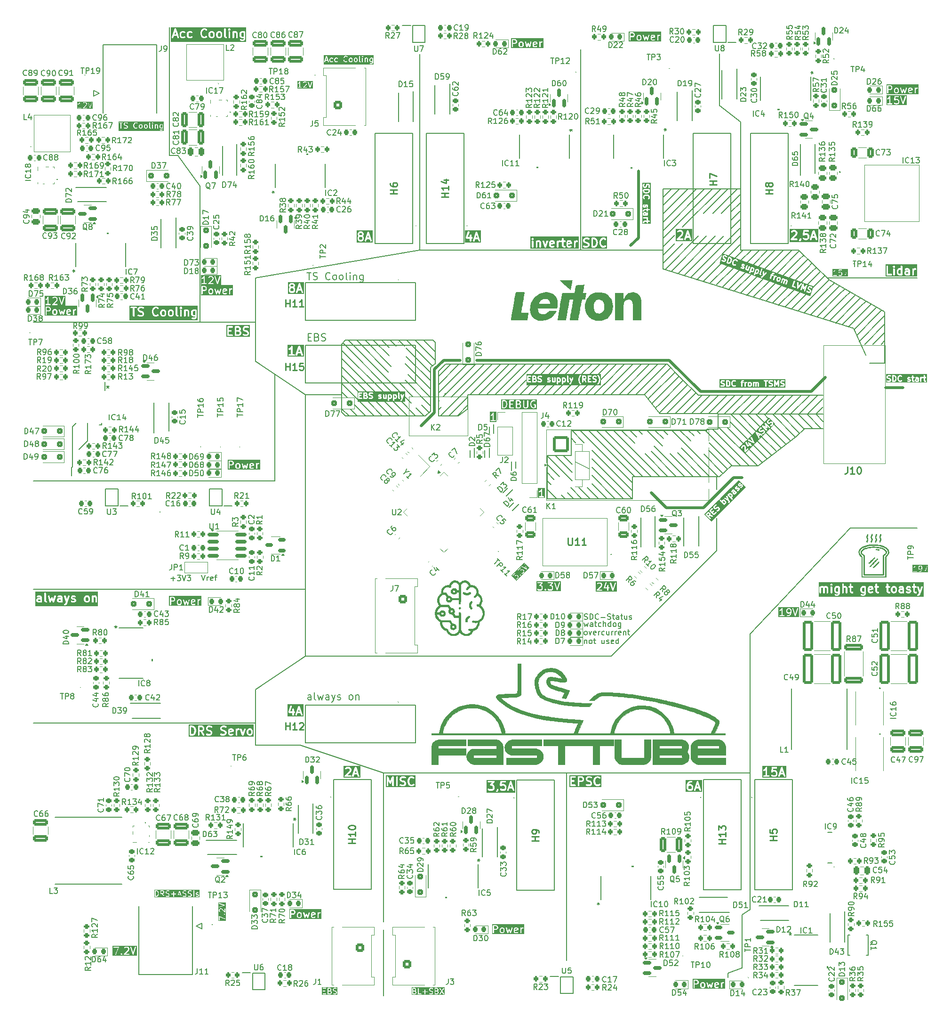
<source format=gbr>
%TF.GenerationSoftware,KiCad,Pcbnew,8.0.5*%
%TF.CreationDate,2025-01-18T17:38:29+01:00*%
%TF.ProjectId,FT25_PDU,46543235-5f50-4445-952e-6b696361645f,V1.2*%
%TF.SameCoordinates,Original*%
%TF.FileFunction,Legend,Top*%
%TF.FilePolarity,Positive*%
%FSLAX46Y46*%
G04 Gerber Fmt 4.6, Leading zero omitted, Abs format (unit mm)*
G04 Created by KiCad (PCBNEW 8.0.5) date 2025-01-18 17:38:29*
%MOMM*%
%LPD*%
G01*
G04 APERTURE LIST*
G04 Aperture macros list*
%AMRoundRect*
0 Rectangle with rounded corners*
0 $1 Rounding radius*
0 $2 $3 $4 $5 $6 $7 $8 $9 X,Y pos of 4 corners*
0 Add a 4 corners polygon primitive as box body*
4,1,4,$2,$3,$4,$5,$6,$7,$8,$9,$2,$3,0*
0 Add four circle primitives for the rounded corners*
1,1,$1+$1,$2,$3*
1,1,$1+$1,$4,$5*
1,1,$1+$1,$6,$7*
1,1,$1+$1,$8,$9*
0 Add four rect primitives between the rounded corners*
20,1,$1+$1,$2,$3,$4,$5,0*
20,1,$1+$1,$4,$5,$6,$7,0*
20,1,$1+$1,$6,$7,$8,$9,0*
20,1,$1+$1,$8,$9,$2,$3,0*%
%AMRotRect*
0 Rectangle, with rotation*
0 The origin of the aperture is its center*
0 $1 length*
0 $2 width*
0 $3 Rotation angle, in degrees counterclockwise*
0 Add horizontal line*
21,1,$1,$2,0,0,$3*%
G04 Aperture macros list end*
%ADD10C,0.150000*%
%ADD11C,0.500000*%
%ADD12C,0.300000*%
%ADD13C,0.250000*%
%ADD14C,0.200000*%
%ADD15C,0.125000*%
%ADD16C,0.254000*%
%ADD17C,0.100000*%
%ADD18C,0.120000*%
%ADD19C,0.152400*%
%ADD20C,0.000000*%
%ADD21C,0.127000*%
%ADD22C,0.010000*%
%ADD23R,1.500000X1.500000*%
%ADD24C,1.500000*%
%ADD25RoundRect,0.200000X0.275000X-0.200000X0.275000X0.200000X-0.275000X0.200000X-0.275000X-0.200000X0*%
%ADD26RoundRect,0.200000X-0.275000X0.200000X-0.275000X-0.200000X0.275000X-0.200000X0.275000X0.200000X0*%
%ADD27RoundRect,0.250000X1.100000X-0.325000X1.100000X0.325000X-1.100000X0.325000X-1.100000X-0.325000X0*%
%ADD28R,0.507200X1.456100*%
%ADD29R,6.502400X2.743200*%
%ADD30R,1.550000X2.200000*%
%ADD31RoundRect,0.200000X-0.200000X-0.275000X0.200000X-0.275000X0.200000X0.275000X-0.200000X0.275000X0*%
%ADD32RoundRect,0.150000X-0.150000X0.587500X-0.150000X-0.587500X0.150000X-0.587500X0.150000X0.587500X0*%
%ADD33RoundRect,0.150000X0.150000X-0.587500X0.150000X0.587500X-0.150000X0.587500X-0.150000X-0.587500X0*%
%ADD34RoundRect,0.250000X0.325000X1.100000X-0.325000X1.100000X-0.325000X-1.100000X0.325000X-1.100000X0*%
%ADD35RoundRect,0.218750X0.218750X0.256250X-0.218750X0.256250X-0.218750X-0.256250X0.218750X-0.256250X0*%
%ADD36RoundRect,0.150000X0.587500X0.150000X-0.587500X0.150000X-0.587500X-0.150000X0.587500X-0.150000X0*%
%ADD37R,0.420000X0.670000*%
%ADD38RoundRect,0.250000X0.300000X0.300000X-0.300000X0.300000X-0.300000X-0.300000X0.300000X-0.300000X0*%
%ADD39C,5.600000*%
%ADD40RoundRect,0.225000X-0.250000X0.225000X-0.250000X-0.225000X0.250000X-0.225000X0.250000X0.225000X0*%
%ADD41C,4.300000*%
%ADD42RoundRect,0.250000X-0.300000X0.300000X-0.300000X-0.300000X0.300000X-0.300000X0.300000X0.300000X0*%
%ADD43RoundRect,0.225000X0.225000X0.250000X-0.225000X0.250000X-0.225000X-0.250000X0.225000X-0.250000X0*%
%ADD44RoundRect,0.200000X0.200000X0.275000X-0.200000X0.275000X-0.200000X-0.275000X0.200000X-0.275000X0*%
%ADD45R,1.550000X2.350000*%
%ADD46RoundRect,0.250000X-0.650000X0.325000X-0.650000X-0.325000X0.650000X-0.325000X0.650000X0.325000X0*%
%ADD47RoundRect,0.225000X0.250000X-0.225000X0.250000X0.225000X-0.250000X0.225000X-0.250000X-0.225000X0*%
%ADD48RoundRect,0.225000X-0.225000X-0.250000X0.225000X-0.250000X0.225000X0.250000X-0.225000X0.250000X0*%
%ADD49C,1.020000*%
%ADD50RoundRect,0.250001X0.499999X-0.499999X0.499999X0.499999X-0.499999X0.499999X-0.499999X-0.499999X0*%
%ADD51R,2.200000X1.550000*%
%ADD52RoundRect,0.250000X-0.450000X0.262500X-0.450000X-0.262500X0.450000X-0.262500X0.450000X0.262500X0*%
%ADD53R,2.350000X1.550000*%
%ADD54RoundRect,0.150000X-0.587500X-0.150000X0.587500X-0.150000X0.587500X0.150000X-0.587500X0.150000X0*%
%ADD55R,2.400000X2.400000*%
%ADD56C,2.400000*%
%ADD57RoundRect,0.150000X0.512500X0.150000X-0.512500X0.150000X-0.512500X-0.150000X0.512500X-0.150000X0*%
%ADD58RoundRect,0.250000X-0.475000X0.250000X-0.475000X-0.250000X0.475000X-0.250000X0.475000X0.250000X0*%
%ADD59RotRect,0.420000X0.670000X315.000000*%
%ADD60RoundRect,0.225000X0.017678X-0.335876X0.335876X-0.017678X-0.017678X0.335876X-0.335876X0.017678X0*%
%ADD61C,3.000000*%
%ADD62R,1.520000X1.520000*%
%ADD63C,1.520000*%
%ADD64RoundRect,0.250000X0.450000X-0.262500X0.450000X0.262500X-0.450000X0.262500X-0.450000X-0.262500X0*%
%ADD65RoundRect,0.250000X-0.650000X-2.450000X0.650000X-2.450000X0.650000X2.450000X-0.650000X2.450000X0*%
%ADD66RoundRect,0.150000X-0.512500X-0.150000X0.512500X-0.150000X0.512500X0.150000X-0.512500X0.150000X0*%
%ADD67RoundRect,0.250000X0.300000X-0.300000X0.300000X0.300000X-0.300000X0.300000X-0.300000X-0.300000X0*%
%ADD68RoundRect,0.250000X-0.325000X-0.650000X0.325000X-0.650000X0.325000X0.650000X-0.325000X0.650000X0*%
%ADD69R,1.000000X1.500000*%
%ADD70R,0.600000X0.250000*%
%ADD71R,0.250000X0.600000*%
%ADD72R,0.250000X1.700000*%
%ADD73R,0.400000X2.100000*%
%ADD74RoundRect,0.200000X0.335876X0.053033X0.053033X0.335876X-0.335876X-0.053033X-0.053033X-0.335876X0*%
%ADD75C,3.400000*%
%ADD76C,2.250000*%
%ADD77RoundRect,0.250000X0.250000X0.475000X-0.250000X0.475000X-0.250000X-0.475000X0.250000X-0.475000X0*%
%ADD78R,1.475000X0.450000*%
%ADD79RotRect,1.500000X1.500000X315.000000*%
%ADD80RoundRect,0.218750X-0.218750X-0.256250X0.218750X-0.256250X0.218750X0.256250X-0.218750X0.256250X0*%
%ADD81RoundRect,0.225000X-0.017678X0.335876X-0.335876X0.017678X0.017678X-0.335876X0.335876X-0.017678X0*%
%ADD82RoundRect,0.075000X-0.548008X0.441942X0.441942X-0.548008X0.548008X-0.441942X-0.441942X0.548008X0*%
%ADD83RoundRect,0.075000X-0.548008X-0.441942X-0.441942X-0.548008X0.548008X0.441942X0.441942X0.548008X0*%
%ADD84R,1.450000X5.500000*%
%ADD85R,0.381000X1.016000*%
%ADD86R,2.360000X1.522000*%
%ADD87R,1.701800X0.611400*%
%ADD88RoundRect,0.250000X-1.100000X0.325000X-1.100000X-0.325000X1.100000X-0.325000X1.100000X0.325000X0*%
%ADD89RoundRect,0.225000X0.335876X0.017678X0.017678X0.335876X-0.335876X-0.017678X-0.017678X-0.335876X0*%
%ADD90R,1.700000X1.700000*%
%ADD91O,1.700000X1.700000*%
%ADD92R,0.675000X0.750000*%
%ADD93R,0.675000X0.655000*%
%ADD94R,0.655000X0.675000*%
%ADD95R,4.510000X4.295000*%
%ADD96RoundRect,0.250000X1.425000X-0.362500X1.425000X0.362500X-1.425000X0.362500X-1.425000X-0.362500X0*%
%ADD97RotRect,0.875000X0.775000X135.000000*%
%ADD98RoundRect,0.250000X0.475000X-0.250000X0.475000X0.250000X-0.475000X0.250000X-0.475000X-0.250000X0*%
%ADD99C,2.800000*%
%ADD100RoundRect,0.250000X-1.150000X-1.150000X1.150000X-1.150000X1.150000X1.150000X-1.150000X1.150000X0*%
%ADD101R,0.450000X1.525000*%
%ADD102R,6.500000X2.870000*%
%ADD103RoundRect,0.250000X0.312500X1.075000X-0.312500X1.075000X-0.312500X-1.075000X0.312500X-1.075000X0*%
%ADD104R,2.900000X5.400000*%
%ADD105R,3.060000X0.890000*%
%ADD106R,8.540000X5.350000*%
%ADD107RoundRect,0.250001X-0.499999X0.499999X-0.499999X-0.499999X0.499999X-0.499999X0.499999X0.499999X0*%
%ADD108R,1.700000X0.250000*%
%ADD109R,2.100000X0.400000*%
%ADD110R,5.500000X1.450000*%
%ADD111R,3.600000X2.300000*%
%ADD112RoundRect,0.250000X-0.250000X-0.475000X0.250000X-0.475000X0.250000X0.475000X-0.250000X0.475000X0*%
%ADD113R,1.456100X0.507200*%
%ADD114R,2.743200X6.502400*%
%ADD115R,2.100000X4.100000*%
%ADD116RoundRect,0.150000X-0.825000X-0.150000X0.825000X-0.150000X0.825000X0.150000X-0.825000X0.150000X0*%
%ADD117RoundRect,0.225000X-0.335876X-0.017678X-0.017678X-0.335876X0.335876X0.017678X0.017678X0.335876X0*%
%ADD118RoundRect,0.250000X-0.300000X-0.300000X0.300000X-0.300000X0.300000X0.300000X-0.300000X0.300000X0*%
%ADD119RoundRect,0.250000X0.650000X2.450000X-0.650000X2.450000X-0.650000X-2.450000X0.650000X-2.450000X0*%
%ADD120RoundRect,0.200000X-0.053033X0.335876X-0.335876X0.053033X0.053033X-0.335876X0.335876X-0.053033X0*%
G04 APERTURE END LIST*
D10*
X232000000Y-126400000D02*
X235300000Y-123100000D01*
X256600000Y-102400000D02*
X255300000Y-103700000D01*
X199600000Y-123000000D02*
X205100000Y-117500000D01*
D11*
X194800000Y-116800000D02*
X229400000Y-116800000D01*
D10*
X245000000Y-126500000D02*
X246500000Y-128000000D01*
X213700000Y-141700000D02*
X211700000Y-139700000D01*
X170500000Y-113900000D02*
X170500000Y-123000000D01*
X210400000Y-133900000D02*
X212000000Y-135500000D01*
X197600000Y-117500000D02*
X188300000Y-126800000D01*
X267700000Y-109300000D02*
X268200000Y-108800000D01*
X232000000Y-191000000D02*
X244000000Y-191000000D01*
X187900000Y-125500000D02*
X187900000Y-118800000D01*
X228300000Y-92000000D02*
X234300000Y-86000000D01*
X155000000Y-186000000D02*
X155000000Y-176000000D01*
D11*
X184800000Y-128600000D02*
X187200000Y-126200000D01*
D10*
X240000000Y-227750000D02*
X240000000Y-227000000D01*
X242250000Y-74000000D02*
X242250000Y-97000000D01*
D11*
X223900000Y-92900000D02*
X223900000Y-94800000D01*
D10*
X244000000Y-215500000D02*
X244000000Y-191000000D01*
X236700000Y-103000000D02*
X240100000Y-99700000D01*
X170500000Y-125500000D02*
X171800000Y-126800000D01*
X222800000Y-141700000D02*
X207500000Y-141700000D01*
X219900000Y-117500000D02*
X217100000Y-120300000D01*
X247600000Y-102400000D02*
X244600000Y-105400000D01*
X208500000Y-123000000D02*
X210500000Y-121000000D01*
X240500000Y-126500000D02*
X244300000Y-130300000D01*
X224700000Y-137700000D02*
X216400000Y-129400000D01*
X207500000Y-137000000D02*
X208700000Y-138200000D01*
X139500000Y-80000000D02*
X139500000Y-72000000D01*
X209100000Y-119500000D02*
X211100000Y-117500000D01*
X219000000Y-170000000D02*
X238000000Y-151000000D01*
X145000000Y-158000000D02*
X164000000Y-158000000D01*
X228300000Y-94900000D02*
X237200000Y-86000000D01*
X217900000Y-129400000D02*
X226200000Y-137700000D01*
X258200000Y-103800000D02*
X253700000Y-108300000D01*
X247125000Y-97000000D02*
X244500000Y-99700000D01*
X262900000Y-106600000D02*
X259400000Y-110100000D01*
X215500000Y-139000000D02*
X218200000Y-141700000D01*
X248500000Y-97000000D02*
X245500000Y-100000000D01*
X212000000Y-119500000D02*
X214000000Y-117500000D01*
X243800000Y-135800000D02*
X237200000Y-129200000D01*
X187900000Y-118800000D02*
X189200000Y-117500000D01*
X245700000Y-97000000D02*
X243400000Y-99300000D01*
X189800000Y-126800000D02*
X193200000Y-123400000D01*
X242250000Y-97000000D02*
X252700000Y-97000000D01*
X220850000Y-129400000D02*
X223200000Y-131700000D01*
X155000000Y-186000000D02*
X163000000Y-186000000D01*
X174900000Y-125400000D02*
X170500000Y-121000000D01*
X263900000Y-107100000D02*
X260600000Y-110400000D01*
X248000000Y-126500000D02*
X252100000Y-130600000D01*
X203600000Y-117500000D02*
X198100000Y-123000000D01*
D11*
X187200000Y-118400000D02*
X188900000Y-116800000D01*
D10*
X229100000Y-117500000D02*
X231300000Y-119800000D01*
X155000000Y-102000000D02*
X155000000Y-117000000D01*
X122750000Y-128050000D02*
X122050000Y-128750000D01*
X229200000Y-137700000D02*
X225100000Y-133600000D01*
X145000000Y-97000000D02*
X145000000Y-85500000D01*
X262000000Y-106000000D02*
X262900000Y-105100000D01*
X211000000Y-224700000D02*
X211000000Y-191000000D01*
X186500000Y-118100000D02*
X187300000Y-117400000D01*
D11*
X226200000Y-140600000D02*
X228900000Y-143300000D01*
D10*
X243800000Y-126500000D02*
X247200000Y-123100000D01*
X219700000Y-141700000D02*
X215500000Y-137500000D01*
X215500000Y-136000000D02*
X221200000Y-141700000D01*
X246800000Y-129800000D02*
X249600000Y-132600000D01*
D11*
X187200000Y-126200000D02*
X187200000Y-118400000D01*
D10*
X232100000Y-101600000D02*
X239200000Y-94500000D01*
X212500000Y-117500000D02*
X210500000Y-119500000D01*
X238200000Y-129200000D02*
X238200000Y-126500000D01*
X145000000Y-158000000D02*
X115000000Y-158000000D01*
X181000000Y-122500000D02*
X171700000Y-113200000D01*
X257400000Y-103100000D02*
X252600000Y-107900000D01*
X268200000Y-110300000D02*
X264600000Y-113900000D01*
X187300000Y-115300000D02*
X185200000Y-113200000D01*
X241700000Y-87500000D02*
X242200000Y-87000000D01*
X224400000Y-117500000D02*
X218900000Y-123000000D01*
X179000000Y-116000000D02*
X176200000Y-113200000D01*
X222400000Y-129400000D02*
X223600000Y-130600000D01*
X178000000Y-217700000D02*
X178000000Y-191000000D01*
X262600000Y-111100000D02*
X264800000Y-115900000D01*
X186900000Y-113200000D02*
X171200000Y-113200000D01*
X155000000Y-102000000D02*
X184500000Y-97000000D01*
X237900000Y-103300000D02*
X241100000Y-100100000D01*
X227000000Y-123900000D02*
X226300000Y-124600000D01*
X186200000Y-126200000D02*
X184900000Y-124900000D01*
X212000000Y-121000000D02*
X210000000Y-123000000D01*
X182100000Y-116100000D02*
X186500000Y-120500000D01*
X242300000Y-98900000D02*
X244200000Y-97000000D01*
X164000000Y-123000000D02*
X170500000Y-123000000D01*
X193200000Y-125500000D02*
X193200000Y-123000000D01*
X226900000Y-129400000D02*
X228400000Y-130900000D01*
X255800000Y-126500000D02*
X257100000Y-125200000D01*
X158500000Y-138500000D02*
X158500000Y-119340000D01*
X240400000Y-127900000D02*
X243500000Y-131000000D01*
X257400000Y-103100000D02*
X258200000Y-102300000D01*
X244000000Y-191000000D02*
X244000000Y-166000000D01*
X226300000Y-123100000D02*
X230400000Y-119000000D01*
X246100000Y-130600000D02*
X248700000Y-133200000D01*
X245300000Y-135800000D02*
X238400000Y-128900000D01*
X238200000Y-126400000D02*
X238200000Y-126600000D01*
X240600000Y-135800000D02*
X238500000Y-137700000D01*
X184500000Y-97000000D02*
X193500000Y-97000000D01*
X266700000Y-108800000D02*
X267700000Y-107800000D01*
D11*
X223900000Y-82800000D02*
X223900000Y-92900000D01*
D10*
X246800000Y-126500000D02*
X250200000Y-123100000D01*
X183000000Y-124500000D02*
X181800000Y-123300000D01*
X250000000Y-97000000D02*
X246600000Y-100400000D01*
X244500000Y-132000000D02*
X247000000Y-134500000D01*
X236200000Y-129400000D02*
X236200000Y-129200000D01*
X213200000Y-139700000D02*
X215200000Y-141700000D01*
X241100000Y-104400000D02*
X244300000Y-101200000D01*
X220400000Y-123000000D02*
X225900000Y-117500000D01*
X247600000Y-129100000D02*
X250400000Y-131900000D01*
X248700000Y-102800000D02*
X245700000Y-105800000D01*
X274000000Y-147000000D02*
X262000000Y-147000000D01*
X206100000Y-119500000D02*
X208100000Y-117500000D01*
X264800000Y-107700000D02*
X265800000Y-106700000D01*
X223400000Y-123000000D02*
X228900000Y-117500000D01*
X229000000Y-126400000D02*
X233400000Y-122000000D01*
X199000000Y-191000000D02*
X211000000Y-191000000D01*
X264800000Y-107700000D02*
X261700000Y-110800000D01*
X226300000Y-123100000D02*
X225700000Y-123700000D01*
X142000000Y-138500000D02*
X158500000Y-138500000D01*
X231300000Y-119800000D02*
X234700000Y-123100000D01*
X257100000Y-126500000D02*
X238200000Y-126500000D01*
X248300000Y-128300000D02*
X251300000Y-131300000D01*
X218500000Y-117500000D02*
X216700000Y-119300000D01*
D11*
X254800000Y-122400000D02*
X255000000Y-122400000D01*
D10*
X254200000Y-104800000D02*
X251400000Y-107600000D01*
X218500000Y-117500000D02*
X216700000Y-119300000D01*
X187900000Y-121200000D02*
X191600000Y-117500000D01*
X186500000Y-119000000D02*
X182100000Y-114600000D01*
X174800000Y-126800000D02*
X172800000Y-124800000D01*
X191500000Y-126800000D02*
X193200000Y-125500000D01*
X232200000Y-137700000D02*
X226700000Y-132200000D01*
X242200000Y-94500000D02*
X234400000Y-102300000D01*
X245400000Y-101600000D02*
X242300000Y-104700000D01*
X241800000Y-97900000D02*
X241200000Y-98500000D01*
X210700000Y-141700000D02*
X210000000Y-141000000D01*
X248300000Y-126500000D02*
X251700000Y-123100000D01*
X212200000Y-141700000D02*
X211100000Y-140600000D01*
X240100000Y-104100000D02*
X243400000Y-100800000D01*
X238500000Y-137700000D02*
X222800000Y-137700000D01*
X177800000Y-126800000D02*
X175200000Y-124200000D01*
X242700000Y-123100000D02*
X239300000Y-126500000D01*
X230650000Y-137700000D02*
X226200000Y-133200000D01*
X209200000Y-141700000D02*
X210700000Y-141700000D01*
X242200000Y-91500000D02*
X240600000Y-93100000D01*
X171200000Y-113200000D02*
X170500000Y-113900000D01*
X222800000Y-138800000D02*
X213400000Y-129400000D01*
X225700000Y-122200000D02*
X224900000Y-123000000D01*
X173500000Y-122500000D02*
X170500000Y-119500000D01*
X210000000Y-123000000D02*
X211800000Y-121200000D01*
X238500000Y-71000000D02*
X238500000Y-61700000D01*
X252700000Y-97000000D02*
X258200000Y-102300000D01*
X252000000Y-97000000D02*
X242250000Y-97000000D01*
X231800000Y-92900000D02*
X238700000Y-86000000D01*
X185300000Y-126800000D02*
X183900000Y-125400000D01*
X179000000Y-114500000D02*
X177700000Y-113200000D01*
X179300000Y-126800000D02*
X176700000Y-124200000D01*
X227700000Y-126400000D02*
X225000000Y-123000000D01*
X208900000Y-133900000D02*
X212000000Y-137000000D01*
X249800000Y-126500000D02*
X253200000Y-123100000D01*
X211800000Y-133900000D02*
X211800000Y-129400000D01*
X238000000Y-126400000D02*
X241300000Y-123100000D01*
X254400000Y-100100000D02*
X255100000Y-99400000D01*
X260100000Y-104900000D02*
X261000000Y-104000000D01*
X193100000Y-117500000D02*
X187900000Y-122700000D01*
X253100000Y-104400000D02*
X250300000Y-107200000D01*
X268200000Y-113300000D02*
X267600000Y-113900000D01*
X211500000Y-123000000D02*
X213300000Y-121200000D01*
X194600000Y-117500000D02*
X188800000Y-123300000D01*
X170500000Y-115000000D02*
X178000000Y-122500000D01*
X123250000Y-132800000D02*
X124750000Y-131300000D01*
X227700000Y-126200000D02*
X232700000Y-121200000D01*
X141000000Y-80000000D02*
X139500000Y-80000000D01*
X185600000Y-126800000D02*
X186500000Y-126000000D01*
X211800000Y-129300000D02*
X214100000Y-131600000D01*
X155000000Y-110000000D02*
X115000000Y-110000000D01*
X212000000Y-138500000D02*
X207500000Y-134000000D01*
D11*
X188900000Y-116800000D02*
X191800000Y-116800000D01*
D10*
X187300000Y-117400000D02*
X187300000Y-113600000D01*
X238200000Y-137700000D02*
X229900000Y-129400000D01*
X266700000Y-108800000D02*
X263200000Y-112300000D01*
X126900000Y-128450000D02*
X127300000Y-128450000D01*
X258200000Y-102300000D02*
X268200000Y-108100000D01*
X234700000Y-123100000D02*
X257100000Y-123100000D01*
X244600000Y-130600000D02*
X247800000Y-133800000D01*
X228300000Y-100400000D02*
X228300000Y-86000000D01*
X242200000Y-87000000D02*
X238800000Y-90400000D01*
X164000000Y-123000000D02*
X164000000Y-170000000D01*
X170500000Y-123000000D02*
X170500000Y-126100000D01*
X228400000Y-129400000D02*
X229200000Y-130200000D01*
X209600000Y-117500000D02*
X207600000Y-119500000D01*
X215500000Y-117500000D02*
X213700000Y-119300000D01*
X227000000Y-123900000D02*
X231200000Y-119700000D01*
D11*
X271500000Y-121700000D02*
X268400000Y-121700000D01*
D10*
X183800000Y-126800000D02*
X181200000Y-124200000D01*
X225700000Y-122200000D02*
X229700000Y-118200000D01*
X265800000Y-108200000D02*
X262700000Y-111300000D01*
X245300000Y-126500000D02*
X248700000Y-123100000D01*
X171200000Y-126800000D02*
X170500000Y-126100000D01*
D11*
X229400000Y-116800000D02*
X235100000Y-122400000D01*
D10*
X244800000Y-135800000D02*
X240600000Y-135800000D01*
D11*
X223900000Y-94800000D02*
X222500000Y-96200000D01*
D10*
X244800000Y-135800000D02*
X245400000Y-135800000D01*
X181000000Y-122500000D02*
X171700000Y-113200000D01*
X215500000Y-133000000D02*
X222800000Y-140300000D01*
X127300000Y-128450000D02*
X127300000Y-128050000D01*
X223900000Y-129400000D02*
X224600000Y-130100000D01*
X180300000Y-114300000D02*
X179200000Y-113200000D01*
X256600000Y-102400000D02*
X257400000Y-101600000D01*
X252000000Y-104000000D02*
X249100000Y-106900000D01*
X174700000Y-113200000D02*
X179400000Y-117900000D01*
X242200000Y-96000000D02*
X240100000Y-98100000D01*
X255100000Y-100900000D02*
X253200000Y-102800000D01*
X176300000Y-126800000D02*
X174900000Y-125400000D01*
X236500000Y-126400000D02*
X239800000Y-123100000D01*
X246500000Y-126500000D02*
X247300000Y-127300000D01*
X225000000Y-123000000D02*
X193200000Y-123000000D01*
X214700000Y-139700000D02*
X216700000Y-141700000D01*
X227700000Y-124700000D02*
X227000000Y-125400000D01*
X243800000Y-132800000D02*
X246100000Y-135100000D01*
X268200000Y-117300000D02*
X265500000Y-117300000D01*
X155000000Y-182000000D02*
X115000000Y-182000000D01*
X207500000Y-140000000D02*
X209200000Y-141700000D01*
X242500000Y-226000000D02*
X242500000Y-216500000D01*
X235600000Y-90400000D02*
X240000000Y-86000000D01*
X205100000Y-117500000D02*
X203600000Y-117500000D01*
X242200000Y-90000000D02*
X240600000Y-91600000D01*
X238000000Y-140000000D02*
X238000000Y-137700000D01*
X207500000Y-135500000D02*
X209700000Y-137700000D01*
X187900000Y-125700000D02*
X188400000Y-125200000D01*
X245400000Y-135800000D02*
X252300000Y-130500000D01*
X182200000Y-113200000D02*
X186800000Y-117800000D01*
D11*
X255000000Y-122400000D02*
X257500000Y-119900000D01*
D10*
X242300000Y-135800000D02*
X235900000Y-129400000D01*
X213500000Y-97000000D02*
X228200000Y-97000000D01*
X179600000Y-124100000D02*
X182300000Y-126800000D01*
X241800000Y-97900000D02*
X242700000Y-97000000D01*
X214400000Y-123000000D02*
X216200000Y-121200000D01*
X217000000Y-117500000D02*
X215100000Y-119400000D01*
X225400000Y-129400000D02*
X228200000Y-132200000D01*
X164000000Y-170000000D02*
X219000000Y-170000000D01*
X260100000Y-104900000D02*
X256000000Y-109000000D01*
X255900000Y-101600000D02*
X254300000Y-103200000D01*
X211800000Y-129400000D02*
X229900000Y-129400000D01*
X200600000Y-117500000D02*
X195100000Y-123000000D01*
X206100000Y-121000000D02*
X204100000Y-123000000D01*
X236700000Y-137700000D02*
X231600000Y-132600000D01*
D11*
X241000000Y-137900000D02*
X242500000Y-137900000D01*
D10*
X253600000Y-99400000D02*
X251000000Y-102000000D01*
X183700000Y-113200000D02*
X187300000Y-116800000D01*
X227700000Y-126400000D02*
X238200000Y-126400000D01*
X267700000Y-109300000D02*
X263600000Y-113400000D01*
X243500000Y-126500000D02*
X245800000Y-128800000D01*
X229800000Y-100800000D02*
X236100000Y-94500000D01*
X238000000Y-145200000D02*
X238000000Y-151000000D01*
X262600000Y-111100000D02*
X228300000Y-100400000D01*
X222800000Y-137700000D02*
X222800000Y-141700000D01*
X155000000Y-117000000D02*
X164000000Y-123000000D01*
X227400000Y-117500000D02*
X221900000Y-123000000D01*
X274000000Y-102000000D02*
X257900000Y-102000000D01*
X193500000Y-97000000D02*
X211000000Y-97000000D01*
X239000000Y-103700000D02*
X242200000Y-100500000D01*
X235700000Y-133700000D02*
X239100000Y-137100000D01*
X261000000Y-105500000D02*
X257100000Y-109400000D01*
X252800000Y-126500000D02*
X256200000Y-123100000D01*
X240800000Y-135800000D02*
X236600000Y-131600000D01*
X233700000Y-137700000D02*
X229600000Y-133600000D01*
X124750000Y-131300000D02*
X124750000Y-128050000D01*
X244000000Y-166000000D02*
X262000000Y-147000000D01*
X213500000Y-97000000D02*
X213500000Y-60900000D01*
X255100000Y-100900000D02*
X255900000Y-100100000D01*
X255800000Y-126500000D02*
X257100000Y-127800000D01*
X230500000Y-126400000D02*
X234200000Y-122700000D01*
X242000000Y-126500000D02*
X245000000Y-129500000D01*
X207500000Y-138500000D02*
X208200000Y-139200000D01*
X261000000Y-105500000D02*
X262000000Y-104500000D01*
X227700000Y-137700000D02*
X219400000Y-129400000D01*
X187900000Y-126800000D02*
X191500000Y-126800000D01*
X145000000Y-97000000D02*
X145000000Y-110000000D01*
X181800000Y-114300000D02*
X180700000Y-113200000D01*
X242500000Y-216500000D02*
X244000000Y-215500000D01*
X139500000Y-72000000D02*
X139500000Y-57000000D01*
X240800000Y-126500000D02*
X244200000Y-123100000D01*
X211000000Y-97000000D02*
X213500000Y-97000000D01*
X259100000Y-104400000D02*
X254900000Y-108600000D01*
X145000000Y-85500000D02*
X141000000Y-80000000D01*
X193200000Y-124900000D02*
X191300000Y-126800000D01*
X187300000Y-113600000D02*
X186900000Y-113200000D01*
X187900000Y-124200000D02*
X188100000Y-124000000D01*
X215100000Y-119400000D02*
X217000000Y-117500000D01*
X186500000Y-126000000D02*
X186500000Y-118100000D01*
X196100000Y-117500000D02*
X190200000Y-123400000D01*
X253800000Y-129100000D02*
X257100000Y-129100000D01*
X228700000Y-100500000D02*
X234700000Y-94500000D01*
X122050000Y-128750000D02*
X122050000Y-135950000D01*
X213000000Y-123000000D02*
X214800000Y-121200000D01*
X229900000Y-129400000D02*
X236200000Y-129400000D01*
X228300000Y-89000000D02*
X231300000Y-86000000D01*
X242250000Y-74000000D02*
X238500000Y-71000000D01*
X239900000Y-128900000D02*
X242800000Y-131800000D01*
X240000000Y-227000000D02*
X242500000Y-226000000D01*
X249500000Y-126500000D02*
X252900000Y-129900000D01*
X206600000Y-117500000D02*
X204600000Y-119500000D01*
X246500000Y-102000000D02*
X243400000Y-105100000D01*
X252800000Y-97200000D02*
X248800000Y-101200000D01*
X238900000Y-99300000D02*
X235600000Y-102600000D01*
X251000000Y-126500000D02*
X253700000Y-129200000D01*
D11*
X235100000Y-122400000D02*
X254800000Y-122400000D01*
D10*
X251500000Y-97000000D02*
X247700000Y-100800000D01*
X232900000Y-129400000D02*
X233900000Y-130400000D01*
X252800000Y-98700000D02*
X249900000Y-101600000D01*
X265800000Y-108200000D02*
X266700000Y-107300000D01*
X189200000Y-117500000D02*
X229100000Y-117500000D01*
X268200000Y-111800000D02*
X266100000Y-113900000D01*
X173300000Y-126800000D02*
X172100000Y-125600000D01*
D11*
X235600000Y-143300000D02*
X241000000Y-137900000D01*
D10*
X205600000Y-123000000D02*
X207600000Y-121000000D01*
X242300000Y-126500000D02*
X245700000Y-123100000D01*
X237300000Y-90400000D02*
X241700000Y-86000000D01*
X207500000Y-138500000D02*
X207500000Y-137000000D01*
X179500000Y-122500000D02*
X170700000Y-113700000D01*
X242200000Y-88500000D02*
X240600000Y-90100000D01*
X122050000Y-135950000D02*
X121900000Y-136100000D01*
X262900000Y-106600000D02*
X263900000Y-105600000D01*
X170500000Y-116500000D02*
X176500000Y-122500000D01*
D11*
X228900000Y-143300000D02*
X235600000Y-143300000D01*
D10*
X235000000Y-126400000D02*
X238300000Y-123100000D01*
X236500000Y-133000000D02*
X239900000Y-136400000D01*
X219900000Y-117500000D02*
X217900000Y-119500000D01*
X202600000Y-123000000D02*
X204600000Y-121000000D01*
X259100000Y-104400000D02*
X260100000Y-103400000D01*
X228300000Y-96400000D02*
X230400000Y-94300000D01*
X115000000Y-138500000D02*
X142000000Y-138500000D01*
X215500000Y-134500000D02*
X222700000Y-141700000D01*
X236200000Y-129200000D02*
X238200000Y-129200000D01*
X178100000Y-124100000D02*
X180800000Y-126800000D01*
X186500000Y-123500000D02*
X182400000Y-119400000D01*
X249800000Y-103200000D02*
X246900000Y-106100000D01*
X263900000Y-107100000D02*
X264800000Y-106200000D01*
X214900000Y-129400000D02*
X223200000Y-137700000D01*
X217900000Y-121000000D02*
X215900000Y-123000000D01*
X193600000Y-123000000D02*
X199100000Y-117500000D01*
X268200000Y-108100000D02*
X268200000Y-117300000D01*
X178000000Y-191000000D02*
X199000000Y-191000000D01*
X252800000Y-98700000D02*
X253600000Y-97900000D01*
X187900000Y-125500000D02*
X187900000Y-126800000D01*
X121900000Y-136100000D02*
X121900000Y-137550000D01*
X207500000Y-133900000D02*
X211800000Y-133900000D01*
X155000000Y-176000000D02*
X164000000Y-170000000D01*
X211000000Y-191000000D02*
X232000000Y-191000000D01*
X262000000Y-106000000D02*
X258300000Y-109700000D01*
X221400000Y-117500000D02*
X217700000Y-121200000D01*
X178000000Y-219200000D02*
X178000000Y-231000000D01*
X196600000Y-123000000D02*
X202100000Y-117500000D01*
X251300000Y-126500000D02*
X254700000Y-123100000D01*
X242200000Y-93000000D02*
X233300000Y-101900000D01*
X228300000Y-97900000D02*
X230400000Y-95800000D01*
X171200000Y-126800000D02*
X185600000Y-126800000D01*
X235200000Y-137700000D02*
X230900000Y-133400000D01*
X231000000Y-101200000D02*
X237700000Y-94500000D01*
X228300000Y-99400000D02*
X231900000Y-95800000D01*
X178900000Y-118900000D02*
X173200000Y-113200000D01*
X209000000Y-121000000D02*
X207000000Y-123000000D01*
X181900000Y-117400000D02*
X186500000Y-122000000D01*
X174800000Y-126800000D02*
X173400000Y-125400000D01*
X186500000Y-125000000D02*
X181900000Y-120400000D01*
X258200000Y-103800000D02*
X259100000Y-102900000D01*
X252600000Y-126500000D02*
X255200000Y-129100000D01*
X227700000Y-124700000D02*
X231900000Y-120500000D01*
X233500000Y-126400000D02*
X236800000Y-123100000D01*
X254400000Y-100100000D02*
X252100000Y-102400000D01*
X170500000Y-122500000D02*
X171500000Y-123500000D01*
X228300000Y-90500000D02*
X232800000Y-86000000D01*
X228300000Y-86000000D02*
X242200000Y-86000000D01*
X255900000Y-101600000D02*
X256600000Y-100900000D01*
X190100000Y-117500000D02*
X187900000Y-119700000D01*
X228300000Y-93500000D02*
X235800000Y-86000000D01*
X203700000Y-120400000D02*
X201100000Y-123000000D01*
X254300000Y-126500000D02*
X257100000Y-123700000D01*
X254200000Y-126500000D02*
X256800000Y-129100000D01*
X175000000Y-122500000D02*
X170500000Y-118000000D01*
X207500000Y-141700000D02*
X207500000Y-133900000D01*
X252300000Y-130500000D02*
X253800000Y-129100000D01*
X217400000Y-123000000D02*
X222900000Y-117500000D01*
X163000000Y-186000000D02*
X178000000Y-191000000D01*
X184500000Y-96800000D02*
X184500000Y-61800000D01*
X231400000Y-129400000D02*
X233300000Y-131300000D01*
X253600000Y-99400000D02*
X254400000Y-98600000D01*
X211800000Y-130800000D02*
X212600000Y-131600000D01*
X250900000Y-103600000D02*
X248000000Y-106500000D01*
X234400000Y-129400000D02*
X235000000Y-130000000D01*
X183300000Y-123300000D02*
X180900000Y-120900000D01*
X228300000Y-87500000D02*
X229800000Y-86000000D01*
D12*
G36*
X152848796Y-57934962D02*
G01*
X152848796Y-58606694D01*
X152820529Y-58620828D01*
X152605634Y-58620828D01*
X152516220Y-58576121D01*
X152479215Y-58539116D01*
X152434510Y-58449704D01*
X152434510Y-58091951D01*
X152479215Y-58002540D01*
X152516220Y-57965535D01*
X152605634Y-57920828D01*
X152820528Y-57920828D01*
X152848796Y-57934962D01*
G37*
G36*
X147267085Y-57965535D02*
G01*
X147304089Y-58002539D01*
X147348795Y-58091951D01*
X147348795Y-58449704D01*
X147304088Y-58539117D01*
X147267083Y-58576122D01*
X147177671Y-58620828D01*
X147034205Y-58620828D01*
X146944791Y-58576121D01*
X146907786Y-58539116D01*
X146863081Y-58449704D01*
X146863081Y-58091951D01*
X146907786Y-58002540D01*
X146944791Y-57965535D01*
X147034205Y-57920828D01*
X147177671Y-57920828D01*
X147267085Y-57965535D01*
G37*
G36*
X148624228Y-57965535D02*
G01*
X148661232Y-58002539D01*
X148705938Y-58091951D01*
X148705938Y-58449704D01*
X148661231Y-58539117D01*
X148624226Y-58576122D01*
X148534814Y-58620828D01*
X148391348Y-58620828D01*
X148301934Y-58576121D01*
X148264929Y-58539116D01*
X148220224Y-58449704D01*
X148220224Y-58091951D01*
X148264929Y-58002540D01*
X148301934Y-57965535D01*
X148391348Y-57920828D01*
X148534814Y-57920828D01*
X148624228Y-57965535D01*
G37*
G36*
X140719255Y-58192257D02*
G01*
X140421196Y-58192257D01*
X140570225Y-57745169D01*
X140719255Y-58192257D01*
G37*
G36*
X153315463Y-59587495D02*
G01*
X139754736Y-59587495D01*
X139754736Y-58752067D01*
X139921403Y-58752067D01*
X139925552Y-58810448D01*
X139951726Y-58862795D01*
X139995940Y-58901142D01*
X140051464Y-58919650D01*
X140109845Y-58915501D01*
X140162192Y-58889327D01*
X140200539Y-58845113D01*
X140212527Y-58818262D01*
X140321196Y-58492257D01*
X140819255Y-58492257D01*
X140927923Y-58818262D01*
X140939911Y-58845113D01*
X140978258Y-58889328D01*
X141030606Y-58915501D01*
X141088986Y-58919651D01*
X141144510Y-58901142D01*
X141188724Y-58862795D01*
X141214898Y-58810448D01*
X141219048Y-58752068D01*
X141212528Y-58723394D01*
X140990244Y-58056542D01*
X141348796Y-58056542D01*
X141348796Y-58485114D01*
X141351678Y-58514378D01*
X141353740Y-58519356D01*
X141354122Y-58524732D01*
X141364632Y-58552196D01*
X141436060Y-58695053D01*
X141443987Y-58707646D01*
X141445503Y-58711306D01*
X141448884Y-58715425D01*
X141451725Y-58719939D01*
X141454718Y-58722535D01*
X141464158Y-58734037D01*
X141535587Y-58805466D01*
X141547091Y-58814907D01*
X141549686Y-58817899D01*
X141554195Y-58820737D01*
X141558318Y-58824121D01*
X141561979Y-58825637D01*
X141574571Y-58833564D01*
X141717429Y-58904992D01*
X141744892Y-58915502D01*
X141750267Y-58915883D01*
X141755246Y-58917946D01*
X141784510Y-58920828D01*
X142070224Y-58920828D01*
X142099488Y-58917946D01*
X142104466Y-58915883D01*
X142109842Y-58915502D01*
X142137305Y-58904992D01*
X142280164Y-58833564D01*
X142305049Y-58817899D01*
X142343396Y-58773685D01*
X142361904Y-58718162D01*
X142357756Y-58659782D01*
X142331582Y-58607433D01*
X142287367Y-58569086D01*
X142231845Y-58550578D01*
X142173464Y-58554726D01*
X142146001Y-58565235D01*
X142034815Y-58620828D01*
X141819920Y-58620828D01*
X141730506Y-58576121D01*
X141693501Y-58539116D01*
X141648796Y-58449704D01*
X141648796Y-58091951D01*
X141666500Y-58056542D01*
X142634510Y-58056542D01*
X142634510Y-58485114D01*
X142637392Y-58514378D01*
X142639454Y-58519356D01*
X142639836Y-58524732D01*
X142650346Y-58552196D01*
X142721774Y-58695053D01*
X142729701Y-58707646D01*
X142731217Y-58711306D01*
X142734598Y-58715425D01*
X142737439Y-58719939D01*
X142740432Y-58722535D01*
X142749872Y-58734037D01*
X142821301Y-58805466D01*
X142832805Y-58814907D01*
X142835400Y-58817899D01*
X142839909Y-58820737D01*
X142844032Y-58824121D01*
X142847693Y-58825637D01*
X142860285Y-58833564D01*
X143003143Y-58904992D01*
X143030606Y-58915502D01*
X143035981Y-58915883D01*
X143040960Y-58917946D01*
X143070224Y-58920828D01*
X143355938Y-58920828D01*
X143385202Y-58917946D01*
X143390180Y-58915883D01*
X143395556Y-58915502D01*
X143423019Y-58904992D01*
X143565878Y-58833564D01*
X143590763Y-58817899D01*
X143629110Y-58773685D01*
X143647618Y-58718162D01*
X143643470Y-58659782D01*
X143617296Y-58607433D01*
X143573081Y-58569086D01*
X143517559Y-58550578D01*
X143459178Y-58554726D01*
X143431715Y-58565235D01*
X143320529Y-58620828D01*
X143105634Y-58620828D01*
X143016220Y-58576121D01*
X142979215Y-58539116D01*
X142934510Y-58449704D01*
X142934510Y-58091951D01*
X142979215Y-58002540D01*
X143016220Y-57965535D01*
X143105634Y-57920828D01*
X143320528Y-57920828D01*
X143431714Y-57976421D01*
X143459177Y-57986931D01*
X143517557Y-57991079D01*
X143573080Y-57972571D01*
X143617295Y-57934225D01*
X143627565Y-57913685D01*
X145063081Y-57913685D01*
X145063081Y-58127971D01*
X145063583Y-58133074D01*
X145063258Y-58135262D01*
X145064877Y-58146212D01*
X145065963Y-58157235D01*
X145066810Y-58159279D01*
X145067560Y-58164351D01*
X145138988Y-58450065D01*
X145139759Y-58452223D01*
X145139836Y-58453304D01*
X145144494Y-58465478D01*
X145148881Y-58477756D01*
X145149525Y-58478626D01*
X145150345Y-58480767D01*
X145221774Y-58623624D01*
X145229701Y-58636217D01*
X145231217Y-58639877D01*
X145234598Y-58643996D01*
X145237439Y-58648510D01*
X145240432Y-58651106D01*
X145249872Y-58662608D01*
X145392729Y-58805466D01*
X145415459Y-58824121D01*
X145420438Y-58826183D01*
X145424510Y-58829715D01*
X145451361Y-58841703D01*
X145665647Y-58913131D01*
X145680159Y-58916430D01*
X145683817Y-58917946D01*
X145689119Y-58918468D01*
X145694321Y-58919651D01*
X145698275Y-58919369D01*
X145713081Y-58920828D01*
X145855938Y-58920828D01*
X145870743Y-58919369D01*
X145874698Y-58919651D01*
X145879899Y-58918468D01*
X145885202Y-58917946D01*
X145888859Y-58916430D01*
X145903372Y-58913131D01*
X146117658Y-58841703D01*
X146144509Y-58829715D01*
X146148582Y-58826181D01*
X146153560Y-58824120D01*
X146176291Y-58805465D01*
X146247719Y-58734036D01*
X146266373Y-58711306D01*
X146288770Y-58657233D01*
X146288769Y-58598707D01*
X146266372Y-58544635D01*
X146224986Y-58503250D01*
X146170914Y-58480853D01*
X146112388Y-58480854D01*
X146058316Y-58503251D01*
X146035585Y-58521906D01*
X145989197Y-58568294D01*
X145831595Y-58620828D01*
X145737424Y-58620828D01*
X145579821Y-58568294D01*
X145479216Y-58467688D01*
X145426035Y-58361328D01*
X145363081Y-58109507D01*
X145363081Y-58056542D01*
X146563081Y-58056542D01*
X146563081Y-58485114D01*
X146565963Y-58514378D01*
X146568025Y-58519356D01*
X146568407Y-58524732D01*
X146578917Y-58552196D01*
X146650345Y-58695053D01*
X146658272Y-58707646D01*
X146659788Y-58711306D01*
X146663169Y-58715425D01*
X146666010Y-58719939D01*
X146669003Y-58722535D01*
X146678443Y-58734037D01*
X146749872Y-58805466D01*
X146761376Y-58814907D01*
X146763971Y-58817899D01*
X146768480Y-58820737D01*
X146772603Y-58824121D01*
X146776264Y-58825637D01*
X146788856Y-58833564D01*
X146931714Y-58904992D01*
X146959177Y-58915502D01*
X146964552Y-58915883D01*
X146969531Y-58917946D01*
X146998795Y-58920828D01*
X147213081Y-58920828D01*
X147242345Y-58917946D01*
X147247323Y-58915883D01*
X147252699Y-58915502D01*
X147280163Y-58904992D01*
X147423020Y-58833564D01*
X147435613Y-58825636D01*
X147439273Y-58824121D01*
X147443392Y-58820739D01*
X147447906Y-58817899D01*
X147450502Y-58814905D01*
X147462004Y-58805466D01*
X147533433Y-58734037D01*
X147542874Y-58722532D01*
X147545866Y-58719938D01*
X147548704Y-58715428D01*
X147552088Y-58711306D01*
X147553604Y-58707644D01*
X147561531Y-58695053D01*
X147632959Y-58552195D01*
X147643469Y-58524732D01*
X147643850Y-58519356D01*
X147645913Y-58514378D01*
X147648795Y-58485114D01*
X147648795Y-58056542D01*
X147920224Y-58056542D01*
X147920224Y-58485114D01*
X147923106Y-58514378D01*
X147925168Y-58519356D01*
X147925550Y-58524732D01*
X147936060Y-58552196D01*
X148007488Y-58695053D01*
X148015415Y-58707646D01*
X148016931Y-58711306D01*
X148020312Y-58715425D01*
X148023153Y-58719939D01*
X148026146Y-58722535D01*
X148035586Y-58734037D01*
X148107015Y-58805466D01*
X148118519Y-58814907D01*
X148121114Y-58817899D01*
X148125623Y-58820737D01*
X148129746Y-58824121D01*
X148133407Y-58825637D01*
X148145999Y-58833564D01*
X148288857Y-58904992D01*
X148316320Y-58915502D01*
X148321695Y-58915883D01*
X148326674Y-58917946D01*
X148355938Y-58920828D01*
X148570224Y-58920828D01*
X148599488Y-58917946D01*
X148604466Y-58915883D01*
X148609842Y-58915502D01*
X148637306Y-58904992D01*
X148780163Y-58833564D01*
X148792756Y-58825636D01*
X148796416Y-58824121D01*
X148800535Y-58820739D01*
X148805049Y-58817899D01*
X148807645Y-58814905D01*
X148819147Y-58805466D01*
X148890576Y-58734037D01*
X148900017Y-58722532D01*
X148903009Y-58719938D01*
X148905847Y-58715428D01*
X148909231Y-58711306D01*
X148910747Y-58707644D01*
X148918674Y-58695053D01*
X148990102Y-58552195D01*
X149000612Y-58524732D01*
X149000993Y-58519356D01*
X149003056Y-58514378D01*
X149005938Y-58485114D01*
X149005938Y-58056542D01*
X149003056Y-58027278D01*
X149000993Y-58022299D01*
X149000612Y-58016924D01*
X148990102Y-57989461D01*
X148918674Y-57846603D01*
X148910745Y-57834008D01*
X148909230Y-57830349D01*
X148905848Y-57826228D01*
X148903009Y-57821718D01*
X148900017Y-57819123D01*
X148890575Y-57807618D01*
X148819146Y-57736190D01*
X148807646Y-57726752D01*
X148805049Y-57723758D01*
X148800532Y-57720915D01*
X148796415Y-57717536D01*
X148792758Y-57716021D01*
X148780163Y-57708093D01*
X148637306Y-57636664D01*
X148609843Y-57626155D01*
X148604468Y-57625773D01*
X148599488Y-57623710D01*
X148570224Y-57620828D01*
X148355938Y-57620828D01*
X148326674Y-57623710D01*
X148321693Y-57625773D01*
X148316319Y-57626155D01*
X148288855Y-57636664D01*
X148145999Y-57708093D01*
X148133405Y-57716020D01*
X148129746Y-57717536D01*
X148125625Y-57720917D01*
X148121113Y-57723758D01*
X148118516Y-57726751D01*
X148107016Y-57736190D01*
X148035587Y-57807618D01*
X148026147Y-57819120D01*
X148023153Y-57821717D01*
X148020311Y-57826231D01*
X148016932Y-57830349D01*
X148015416Y-57834007D01*
X148007488Y-57846603D01*
X147936060Y-57989460D01*
X147925550Y-58016924D01*
X147925168Y-58022299D01*
X147923106Y-58027278D01*
X147920224Y-58056542D01*
X147648795Y-58056542D01*
X147645913Y-58027278D01*
X147643850Y-58022299D01*
X147643469Y-58016924D01*
X147632959Y-57989461D01*
X147561531Y-57846603D01*
X147553602Y-57834008D01*
X147552087Y-57830349D01*
X147548705Y-57826228D01*
X147545866Y-57821718D01*
X147542874Y-57819123D01*
X147533432Y-57807618D01*
X147462003Y-57736190D01*
X147450503Y-57726752D01*
X147447906Y-57723758D01*
X147443389Y-57720915D01*
X147439272Y-57717536D01*
X147435615Y-57716021D01*
X147423020Y-57708093D01*
X147280163Y-57636664D01*
X147252700Y-57626155D01*
X147247325Y-57625773D01*
X147242345Y-57623710D01*
X147213081Y-57620828D01*
X146998795Y-57620828D01*
X146969531Y-57623710D01*
X146964550Y-57625773D01*
X146959176Y-57626155D01*
X146931712Y-57636664D01*
X146788856Y-57708093D01*
X146776262Y-57716020D01*
X146772603Y-57717536D01*
X146768482Y-57720917D01*
X146763970Y-57723758D01*
X146761373Y-57726751D01*
X146749873Y-57736190D01*
X146678444Y-57807618D01*
X146669004Y-57819120D01*
X146666010Y-57821717D01*
X146663168Y-57826231D01*
X146659789Y-57830349D01*
X146658273Y-57834007D01*
X146650345Y-57846603D01*
X146578917Y-57989460D01*
X146568407Y-58016924D01*
X146568025Y-58022299D01*
X146565963Y-58027278D01*
X146563081Y-58056542D01*
X145363081Y-58056542D01*
X145363081Y-57932148D01*
X145426035Y-57680327D01*
X145479216Y-57573967D01*
X145579822Y-57473361D01*
X145737424Y-57420828D01*
X145831598Y-57420828D01*
X145989196Y-57473361D01*
X146035586Y-57519751D01*
X146058316Y-57538406D01*
X146112389Y-57560802D01*
X146170915Y-57560802D01*
X146224987Y-57538406D01*
X146266373Y-57497020D01*
X146288769Y-57442948D01*
X146288769Y-57384422D01*
X146266373Y-57330349D01*
X146247718Y-57307619D01*
X146210927Y-57270828D01*
X149348795Y-57270828D01*
X149348795Y-58556542D01*
X149351677Y-58585806D01*
X149353738Y-58590783D01*
X149354121Y-58596161D01*
X149364631Y-58623624D01*
X149436060Y-58766482D01*
X149439140Y-58771376D01*
X149439910Y-58773684D01*
X149442402Y-58776557D01*
X149451725Y-58791368D01*
X149465936Y-58803692D01*
X149478257Y-58817899D01*
X149493064Y-58827220D01*
X149495940Y-58829714D01*
X149498248Y-58830483D01*
X149503142Y-58833564D01*
X149646000Y-58904992D01*
X149673463Y-58915502D01*
X149731843Y-58919650D01*
X149787366Y-58901142D01*
X149831581Y-58862795D01*
X149857755Y-58810446D01*
X149861903Y-58752066D01*
X149843395Y-58696544D01*
X149805049Y-58652329D01*
X149780163Y-58636664D01*
X149682027Y-58587596D01*
X149648795Y-58521132D01*
X149648795Y-57770828D01*
X150134509Y-57770828D01*
X150134509Y-58770828D01*
X150137391Y-58800092D01*
X150159789Y-58854164D01*
X150201173Y-58895548D01*
X150255245Y-58917946D01*
X150313773Y-58917946D01*
X150367845Y-58895548D01*
X150409229Y-58854164D01*
X150431627Y-58800092D01*
X150434509Y-58770828D01*
X150434509Y-57770828D01*
X150848795Y-57770828D01*
X150848795Y-58770828D01*
X150851677Y-58800092D01*
X150874075Y-58854164D01*
X150915459Y-58895548D01*
X150969531Y-58917946D01*
X151028059Y-58917946D01*
X151082131Y-58895548D01*
X151123515Y-58854164D01*
X151145913Y-58800092D01*
X151148795Y-58770828D01*
X151148795Y-57975817D01*
X151159077Y-57965535D01*
X151248491Y-57920828D01*
X151391957Y-57920828D01*
X151458421Y-57954060D01*
X151491653Y-58020524D01*
X151491653Y-58770828D01*
X151494535Y-58800092D01*
X151516933Y-58854164D01*
X151558317Y-58895548D01*
X151612389Y-58917946D01*
X151670917Y-58917946D01*
X151724989Y-58895548D01*
X151766373Y-58854164D01*
X151788771Y-58800092D01*
X151791653Y-58770828D01*
X151791653Y-58056542D01*
X152134510Y-58056542D01*
X152134510Y-58485114D01*
X152137392Y-58514378D01*
X152139454Y-58519356D01*
X152139836Y-58524732D01*
X152150346Y-58552196D01*
X152221774Y-58695053D01*
X152229701Y-58707646D01*
X152231217Y-58711306D01*
X152234598Y-58715425D01*
X152237439Y-58719939D01*
X152240432Y-58722535D01*
X152249872Y-58734037D01*
X152321301Y-58805466D01*
X152332805Y-58814907D01*
X152335400Y-58817899D01*
X152339909Y-58820737D01*
X152344032Y-58824121D01*
X152347693Y-58825637D01*
X152360285Y-58833564D01*
X152503143Y-58904992D01*
X152530606Y-58915502D01*
X152535981Y-58915883D01*
X152540960Y-58917946D01*
X152570224Y-58920828D01*
X152848796Y-58920828D01*
X152848796Y-58949703D01*
X152804089Y-59039116D01*
X152767083Y-59076122D01*
X152677671Y-59120828D01*
X152534205Y-59120828D01*
X152423019Y-59065236D01*
X152395556Y-59054726D01*
X152337176Y-59050578D01*
X152281653Y-59069086D01*
X152237438Y-59107433D01*
X152211264Y-59159782D01*
X152207116Y-59218162D01*
X152225624Y-59273685D01*
X152263971Y-59317900D01*
X152288857Y-59333564D01*
X152431715Y-59404993D01*
X152459178Y-59415502D01*
X152464553Y-59415883D01*
X152469532Y-59417946D01*
X152498796Y-59420828D01*
X152713081Y-59420828D01*
X152742345Y-59417946D01*
X152747323Y-59415883D01*
X152752699Y-59415502D01*
X152780163Y-59404992D01*
X152923020Y-59333564D01*
X152935613Y-59325636D01*
X152939273Y-59324121D01*
X152943392Y-59320739D01*
X152947906Y-59317899D01*
X152950502Y-59314905D01*
X152962004Y-59305466D01*
X153033433Y-59234037D01*
X153042871Y-59222535D01*
X153045866Y-59219939D01*
X153048706Y-59215425D01*
X153052088Y-59211306D01*
X153053603Y-59207646D01*
X153061531Y-59195053D01*
X153132960Y-59052197D01*
X153143469Y-59024733D01*
X153143850Y-59019358D01*
X153145914Y-59014378D01*
X153148796Y-58985114D01*
X153148796Y-57770828D01*
X153145914Y-57741564D01*
X153123516Y-57687492D01*
X153082132Y-57646108D01*
X153028060Y-57623710D01*
X152969532Y-57623710D01*
X152929924Y-57640116D01*
X152923020Y-57636664D01*
X152895557Y-57626154D01*
X152890179Y-57625771D01*
X152885202Y-57623710D01*
X152855938Y-57620828D01*
X152570224Y-57620828D01*
X152540960Y-57623710D01*
X152535979Y-57625773D01*
X152530605Y-57626155D01*
X152503141Y-57636664D01*
X152360285Y-57708093D01*
X152347691Y-57716020D01*
X152344032Y-57717536D01*
X152339911Y-57720917D01*
X152335399Y-57723758D01*
X152332802Y-57726751D01*
X152321302Y-57736190D01*
X152249873Y-57807618D01*
X152240433Y-57819120D01*
X152237439Y-57821717D01*
X152234597Y-57826231D01*
X152231218Y-57830349D01*
X152229702Y-57834007D01*
X152221774Y-57846603D01*
X152150346Y-57989460D01*
X152139836Y-58016924D01*
X152139454Y-58022299D01*
X152137392Y-58027278D01*
X152134510Y-58056542D01*
X151791653Y-58056542D01*
X151791653Y-57985114D01*
X151788771Y-57955850D01*
X151786707Y-57950869D01*
X151786326Y-57945495D01*
X151775817Y-57918031D01*
X151704388Y-57775175D01*
X151701307Y-57770280D01*
X151700538Y-57767973D01*
X151698045Y-57765098D01*
X151688723Y-57750289D01*
X151674513Y-57737965D01*
X151662192Y-57723758D01*
X151647386Y-57714438D01*
X151644508Y-57711942D01*
X151642196Y-57711171D01*
X151637306Y-57708093D01*
X151494449Y-57636664D01*
X151466986Y-57626155D01*
X151461611Y-57625773D01*
X151456631Y-57623710D01*
X151427367Y-57620828D01*
X151213081Y-57620828D01*
X151183817Y-57623710D01*
X151178836Y-57625773D01*
X151173462Y-57626155D01*
X151145998Y-57636664D01*
X151097124Y-57661101D01*
X151082131Y-57646108D01*
X151028059Y-57623710D01*
X150969531Y-57623710D01*
X150915459Y-57646108D01*
X150874075Y-57687492D01*
X150851677Y-57741564D01*
X150848795Y-57770828D01*
X150434509Y-57770828D01*
X150431627Y-57741564D01*
X150409229Y-57687492D01*
X150367845Y-57646108D01*
X150313773Y-57623710D01*
X150255245Y-57623710D01*
X150201173Y-57646108D01*
X150159789Y-57687492D01*
X150137391Y-57741564D01*
X150134509Y-57770828D01*
X149648795Y-57770828D01*
X149648795Y-57312995D01*
X150065963Y-57312995D01*
X150065963Y-57371521D01*
X150068189Y-57376894D01*
X150088360Y-57425592D01*
X150107015Y-57448323D01*
X150178443Y-57519751D01*
X150201173Y-57538406D01*
X150223570Y-57547682D01*
X150255245Y-57560803D01*
X150313773Y-57560803D01*
X150352007Y-57544965D01*
X150367844Y-57538406D01*
X150367848Y-57538401D01*
X150390574Y-57519752D01*
X150462003Y-57448324D01*
X150480658Y-57425593D01*
X150480659Y-57425592D01*
X150503056Y-57371520D01*
X150503056Y-57312994D01*
X150480659Y-57258922D01*
X150462004Y-57236191D01*
X150390575Y-57164762D01*
X150367844Y-57146107D01*
X150336170Y-57132987D01*
X150313773Y-57123710D01*
X150255245Y-57123710D01*
X150232848Y-57132987D01*
X150201174Y-57146107D01*
X150201173Y-57146108D01*
X150178442Y-57164763D01*
X150107014Y-57236192D01*
X150088364Y-57258917D01*
X150088360Y-57258922D01*
X150068190Y-57307619D01*
X150065963Y-57312995D01*
X149648795Y-57312995D01*
X149648795Y-57270828D01*
X149645913Y-57241564D01*
X149623515Y-57187492D01*
X149582131Y-57146108D01*
X149528059Y-57123710D01*
X149469531Y-57123710D01*
X149415459Y-57146108D01*
X149374075Y-57187492D01*
X149351677Y-57241564D01*
X149348795Y-57270828D01*
X146210927Y-57270828D01*
X146176290Y-57236191D01*
X146153559Y-57217536D01*
X146148579Y-57215473D01*
X146144509Y-57211943D01*
X146117658Y-57199954D01*
X145903372Y-57128526D01*
X145888864Y-57125227D01*
X145885202Y-57123710D01*
X145879893Y-57123187D01*
X145874699Y-57122006D01*
X145870749Y-57122286D01*
X145855938Y-57120828D01*
X145713081Y-57120828D01*
X145698269Y-57122286D01*
X145694320Y-57122006D01*
X145689125Y-57123187D01*
X145683817Y-57123710D01*
X145680155Y-57125226D01*
X145665646Y-57128526D01*
X145451361Y-57199955D01*
X145424510Y-57211943D01*
X145420440Y-57215472D01*
X145415459Y-57217536D01*
X145392729Y-57236191D01*
X145249872Y-57379048D01*
X145240432Y-57390549D01*
X145237439Y-57393146D01*
X145234598Y-57397659D01*
X145231217Y-57401779D01*
X145229701Y-57405438D01*
X145221774Y-57418032D01*
X145150345Y-57560889D01*
X145149525Y-57563029D01*
X145148881Y-57563900D01*
X145144494Y-57576177D01*
X145139836Y-57588352D01*
X145139759Y-57589432D01*
X145138988Y-57591591D01*
X145067560Y-57877305D01*
X145066810Y-57882376D01*
X145065963Y-57884421D01*
X145064877Y-57895443D01*
X145063258Y-57906394D01*
X145063583Y-57908581D01*
X145063081Y-57913685D01*
X143627565Y-57913685D01*
X143643470Y-57881876D01*
X143647618Y-57823495D01*
X143629110Y-57767973D01*
X143590764Y-57723758D01*
X143565878Y-57708093D01*
X143423020Y-57636664D01*
X143395557Y-57626154D01*
X143390179Y-57625771D01*
X143385202Y-57623710D01*
X143355938Y-57620828D01*
X143070224Y-57620828D01*
X143040960Y-57623710D01*
X143035979Y-57625773D01*
X143030605Y-57626155D01*
X143003141Y-57636664D01*
X142860285Y-57708093D01*
X142847691Y-57716020D01*
X142844032Y-57717536D01*
X142839911Y-57720917D01*
X142835399Y-57723758D01*
X142832802Y-57726751D01*
X142821302Y-57736190D01*
X142749873Y-57807618D01*
X142740433Y-57819120D01*
X142737439Y-57821717D01*
X142734597Y-57826231D01*
X142731218Y-57830349D01*
X142729702Y-57834007D01*
X142721774Y-57846603D01*
X142650346Y-57989460D01*
X142639836Y-58016924D01*
X142639454Y-58022299D01*
X142637392Y-58027278D01*
X142634510Y-58056542D01*
X141666500Y-58056542D01*
X141693501Y-58002540D01*
X141730506Y-57965535D01*
X141819920Y-57920828D01*
X142034814Y-57920828D01*
X142146000Y-57976421D01*
X142173463Y-57986931D01*
X142231843Y-57991079D01*
X142287366Y-57972571D01*
X142331581Y-57934225D01*
X142357756Y-57881876D01*
X142361904Y-57823495D01*
X142343396Y-57767973D01*
X142305050Y-57723758D01*
X142280164Y-57708093D01*
X142137306Y-57636664D01*
X142109843Y-57626154D01*
X142104465Y-57625771D01*
X142099488Y-57623710D01*
X142070224Y-57620828D01*
X141784510Y-57620828D01*
X141755246Y-57623710D01*
X141750265Y-57625773D01*
X141744891Y-57626155D01*
X141717427Y-57636664D01*
X141574571Y-57708093D01*
X141561977Y-57716020D01*
X141558318Y-57717536D01*
X141554197Y-57720917D01*
X141549685Y-57723758D01*
X141547088Y-57726751D01*
X141535588Y-57736190D01*
X141464159Y-57807618D01*
X141454719Y-57819120D01*
X141451725Y-57821717D01*
X141448883Y-57826231D01*
X141445504Y-57830349D01*
X141443988Y-57834007D01*
X141436060Y-57846603D01*
X141364632Y-57989460D01*
X141354122Y-58016924D01*
X141353740Y-58022299D01*
X141351678Y-58027278D01*
X141348796Y-58056542D01*
X140990244Y-58056542D01*
X140712527Y-57223394D01*
X140700539Y-57196543D01*
X140693516Y-57188446D01*
X140688724Y-57178861D01*
X140674515Y-57166537D01*
X140662192Y-57152329D01*
X140652606Y-57147536D01*
X140644510Y-57140514D01*
X140626666Y-57134565D01*
X140609845Y-57126155D01*
X140599156Y-57125395D01*
X140588986Y-57122005D01*
X140570220Y-57123338D01*
X140551464Y-57122006D01*
X140541296Y-57125395D01*
X140530606Y-57126155D01*
X140513782Y-57134566D01*
X140495940Y-57140514D01*
X140487845Y-57147534D01*
X140478258Y-57152328D01*
X140465932Y-57166539D01*
X140451726Y-57178861D01*
X140446933Y-57188445D01*
X140439911Y-57196543D01*
X140427923Y-57223394D01*
X139927923Y-58723394D01*
X139921403Y-58752067D01*
X139754736Y-58752067D01*
X139754736Y-56954161D01*
X153315463Y-56954161D01*
X153315463Y-59587495D01*
G37*
D10*
X214156779Y-167073152D02*
X214156779Y-167739819D01*
X214156779Y-167168390D02*
X214204398Y-167120771D01*
X214204398Y-167120771D02*
X214299636Y-167073152D01*
X214299636Y-167073152D02*
X214442493Y-167073152D01*
X214442493Y-167073152D02*
X214537731Y-167120771D01*
X214537731Y-167120771D02*
X214585350Y-167216009D01*
X214585350Y-167216009D02*
X214585350Y-167739819D01*
X215204398Y-167739819D02*
X215109160Y-167692200D01*
X215109160Y-167692200D02*
X215061541Y-167644580D01*
X215061541Y-167644580D02*
X215013922Y-167549342D01*
X215013922Y-167549342D02*
X215013922Y-167263628D01*
X215013922Y-167263628D02*
X215061541Y-167168390D01*
X215061541Y-167168390D02*
X215109160Y-167120771D01*
X215109160Y-167120771D02*
X215204398Y-167073152D01*
X215204398Y-167073152D02*
X215347255Y-167073152D01*
X215347255Y-167073152D02*
X215442493Y-167120771D01*
X215442493Y-167120771D02*
X215490112Y-167168390D01*
X215490112Y-167168390D02*
X215537731Y-167263628D01*
X215537731Y-167263628D02*
X215537731Y-167549342D01*
X215537731Y-167549342D02*
X215490112Y-167644580D01*
X215490112Y-167644580D02*
X215442493Y-167692200D01*
X215442493Y-167692200D02*
X215347255Y-167739819D01*
X215347255Y-167739819D02*
X215204398Y-167739819D01*
X215823446Y-167073152D02*
X216204398Y-167073152D01*
X215966303Y-166739819D02*
X215966303Y-167596961D01*
X215966303Y-167596961D02*
X216013922Y-167692200D01*
X216013922Y-167692200D02*
X216109160Y-167739819D01*
X216109160Y-167739819D02*
X216204398Y-167739819D01*
X217728208Y-167073152D02*
X217728208Y-167739819D01*
X217299637Y-167073152D02*
X217299637Y-167596961D01*
X217299637Y-167596961D02*
X217347256Y-167692200D01*
X217347256Y-167692200D02*
X217442494Y-167739819D01*
X217442494Y-167739819D02*
X217585351Y-167739819D01*
X217585351Y-167739819D02*
X217680589Y-167692200D01*
X217680589Y-167692200D02*
X217728208Y-167644580D01*
X218156780Y-167692200D02*
X218252018Y-167739819D01*
X218252018Y-167739819D02*
X218442494Y-167739819D01*
X218442494Y-167739819D02*
X218537732Y-167692200D01*
X218537732Y-167692200D02*
X218585351Y-167596961D01*
X218585351Y-167596961D02*
X218585351Y-167549342D01*
X218585351Y-167549342D02*
X218537732Y-167454104D01*
X218537732Y-167454104D02*
X218442494Y-167406485D01*
X218442494Y-167406485D02*
X218299637Y-167406485D01*
X218299637Y-167406485D02*
X218204399Y-167358866D01*
X218204399Y-167358866D02*
X218156780Y-167263628D01*
X218156780Y-167263628D02*
X218156780Y-167216009D01*
X218156780Y-167216009D02*
X218204399Y-167120771D01*
X218204399Y-167120771D02*
X218299637Y-167073152D01*
X218299637Y-167073152D02*
X218442494Y-167073152D01*
X218442494Y-167073152D02*
X218537732Y-167120771D01*
X219394875Y-167692200D02*
X219299637Y-167739819D01*
X219299637Y-167739819D02*
X219109161Y-167739819D01*
X219109161Y-167739819D02*
X219013923Y-167692200D01*
X219013923Y-167692200D02*
X218966304Y-167596961D01*
X218966304Y-167596961D02*
X218966304Y-167216009D01*
X218966304Y-167216009D02*
X219013923Y-167120771D01*
X219013923Y-167120771D02*
X219109161Y-167073152D01*
X219109161Y-167073152D02*
X219299637Y-167073152D01*
X219299637Y-167073152D02*
X219394875Y-167120771D01*
X219394875Y-167120771D02*
X219442494Y-167216009D01*
X219442494Y-167216009D02*
X219442494Y-167311247D01*
X219442494Y-167311247D02*
X218966304Y-167406485D01*
X220299637Y-167739819D02*
X220299637Y-166739819D01*
X220299637Y-167692200D02*
X220204399Y-167739819D01*
X220204399Y-167739819D02*
X220013923Y-167739819D01*
X220013923Y-167739819D02*
X219918685Y-167692200D01*
X219918685Y-167692200D02*
X219871066Y-167644580D01*
X219871066Y-167644580D02*
X219823447Y-167549342D01*
X219823447Y-167549342D02*
X219823447Y-167263628D01*
X219823447Y-167263628D02*
X219871066Y-167168390D01*
X219871066Y-167168390D02*
X219918685Y-167120771D01*
X219918685Y-167120771D02*
X220013923Y-167073152D01*
X220013923Y-167073152D02*
X220204399Y-167073152D01*
X220204399Y-167073152D02*
X220299637Y-167120771D01*
D12*
G36*
X213737086Y-191895535D02*
G01*
X213774090Y-191932539D01*
X213818796Y-192021951D01*
X213818796Y-192165418D01*
X213774089Y-192254831D01*
X213737084Y-192291836D01*
X213647672Y-192336542D01*
X213261653Y-192336542D01*
X213261653Y-191850828D01*
X213647672Y-191850828D01*
X213737086Y-191895535D01*
G37*
G36*
X217211152Y-193517495D02*
G01*
X211437843Y-193517495D01*
X211437843Y-191700828D01*
X211604510Y-191700828D01*
X211604510Y-193200828D01*
X211607392Y-193230092D01*
X211629790Y-193284164D01*
X211671174Y-193325548D01*
X211725246Y-193347946D01*
X211754510Y-193350828D01*
X212468796Y-193350828D01*
X212498060Y-193347946D01*
X212552132Y-193325548D01*
X212593516Y-193284164D01*
X212615914Y-193230092D01*
X212615914Y-193171564D01*
X212593516Y-193117492D01*
X212552132Y-193076108D01*
X212498060Y-193053710D01*
X212468796Y-193050828D01*
X211904510Y-193050828D01*
X211904510Y-192565114D01*
X212254510Y-192565114D01*
X212283774Y-192562232D01*
X212337846Y-192539834D01*
X212379230Y-192498450D01*
X212401628Y-192444378D01*
X212401628Y-192385850D01*
X212379230Y-192331778D01*
X212337846Y-192290394D01*
X212283774Y-192267996D01*
X212254510Y-192265114D01*
X211904510Y-192265114D01*
X211904510Y-191850828D01*
X212468796Y-191850828D01*
X212498060Y-191847946D01*
X212552132Y-191825548D01*
X212593516Y-191784164D01*
X212615914Y-191730092D01*
X212615914Y-191700828D01*
X212961653Y-191700828D01*
X212961653Y-193200828D01*
X212964535Y-193230092D01*
X212986933Y-193284164D01*
X213028317Y-193325548D01*
X213082389Y-193347946D01*
X213140917Y-193347946D01*
X213194989Y-193325548D01*
X213236373Y-193284164D01*
X213258771Y-193230092D01*
X213261653Y-193200828D01*
X213261653Y-192636542D01*
X213683082Y-192636542D01*
X213712346Y-192633660D01*
X213717324Y-192631597D01*
X213722700Y-192631216D01*
X213750164Y-192620706D01*
X213893021Y-192549278D01*
X213905614Y-192541350D01*
X213909274Y-192539835D01*
X213913393Y-192536453D01*
X213917907Y-192533613D01*
X213920503Y-192530619D01*
X213932005Y-192521180D01*
X214003434Y-192449751D01*
X214012875Y-192438246D01*
X214015867Y-192435652D01*
X214018705Y-192431142D01*
X214022089Y-192427020D01*
X214023605Y-192423358D01*
X214031532Y-192410767D01*
X214102960Y-192267909D01*
X214113470Y-192240446D01*
X214113851Y-192235070D01*
X214115914Y-192230092D01*
X214118796Y-192200828D01*
X214118796Y-191986542D01*
X214390225Y-191986542D01*
X214390225Y-192129400D01*
X214393107Y-192158664D01*
X214395169Y-192163642D01*
X214395551Y-192169018D01*
X214406061Y-192196482D01*
X214477489Y-192339339D01*
X214485417Y-192351934D01*
X214486933Y-192355593D01*
X214490312Y-192359710D01*
X214493154Y-192364225D01*
X214496148Y-192366821D01*
X214505588Y-192378324D01*
X214577017Y-192449752D01*
X214588517Y-192459190D01*
X214591114Y-192462184D01*
X214595626Y-192465024D01*
X214599747Y-192468406D01*
X214603406Y-192469921D01*
X214616000Y-192477849D01*
X214758856Y-192549278D01*
X214760998Y-192550097D01*
X214761868Y-192550742D01*
X214774139Y-192555126D01*
X214786320Y-192559787D01*
X214787400Y-192559863D01*
X214789559Y-192560635D01*
X215059297Y-192628069D01*
X215165656Y-192681248D01*
X215202660Y-192718253D01*
X215247368Y-192807667D01*
X215247368Y-192879703D01*
X215202660Y-192969117D01*
X215165657Y-193006121D01*
X215076244Y-193050828D01*
X214778854Y-193050828D01*
X214587659Y-192987097D01*
X214558985Y-192980577D01*
X214500605Y-192984727D01*
X214448258Y-193010901D01*
X214409910Y-193055115D01*
X214391402Y-193110640D01*
X214395552Y-193169020D01*
X214421726Y-193221367D01*
X214465940Y-193259715D01*
X214492791Y-193271703D01*
X214707077Y-193343131D01*
X214721589Y-193346430D01*
X214725247Y-193347946D01*
X214730549Y-193348468D01*
X214735751Y-193349651D01*
X214739705Y-193349369D01*
X214754511Y-193350828D01*
X215111653Y-193350828D01*
X215140917Y-193347946D01*
X215145895Y-193345883D01*
X215151271Y-193345502D01*
X215178734Y-193334992D01*
X215321593Y-193263564D01*
X215334187Y-193255635D01*
X215337847Y-193254120D01*
X215341967Y-193250738D01*
X215346478Y-193247899D01*
X215349072Y-193244907D01*
X215360578Y-193235465D01*
X215432006Y-193164036D01*
X215441444Y-193152535D01*
X215444438Y-193149939D01*
X215447278Y-193145426D01*
X215450660Y-193141306D01*
X215452175Y-193137646D01*
X215460103Y-193125053D01*
X215531532Y-192982197D01*
X215542041Y-192954733D01*
X215542422Y-192949358D01*
X215544486Y-192944378D01*
X215547368Y-192915114D01*
X215547368Y-192772257D01*
X215544486Y-192742993D01*
X215542422Y-192738012D01*
X215542041Y-192732638D01*
X215531532Y-192705174D01*
X215460103Y-192562318D01*
X215452175Y-192549724D01*
X215450660Y-192546065D01*
X215447278Y-192541944D01*
X215444438Y-192537432D01*
X215441444Y-192534835D01*
X215432006Y-192523335D01*
X215360578Y-192451906D01*
X215349075Y-192442466D01*
X215346479Y-192439472D01*
X215341964Y-192436630D01*
X215337847Y-192433251D01*
X215334188Y-192431735D01*
X215321593Y-192423807D01*
X215178735Y-192352378D01*
X215176594Y-192351558D01*
X215175724Y-192350914D01*
X215163468Y-192346535D01*
X215156020Y-192343685D01*
X215818796Y-192343685D01*
X215818796Y-192557971D01*
X215819298Y-192563074D01*
X215818973Y-192565262D01*
X215820592Y-192576212D01*
X215821678Y-192587235D01*
X215822525Y-192589279D01*
X215823275Y-192594351D01*
X215894703Y-192880065D01*
X215895474Y-192882223D01*
X215895551Y-192883304D01*
X215900209Y-192895478D01*
X215904596Y-192907756D01*
X215905240Y-192908626D01*
X215906060Y-192910767D01*
X215977489Y-193053624D01*
X215985416Y-193066217D01*
X215986932Y-193069877D01*
X215990313Y-193073996D01*
X215993154Y-193078510D01*
X215996147Y-193081106D01*
X216005587Y-193092608D01*
X216148444Y-193235466D01*
X216171174Y-193254121D01*
X216176153Y-193256183D01*
X216180225Y-193259715D01*
X216207076Y-193271703D01*
X216421362Y-193343131D01*
X216435874Y-193346430D01*
X216439532Y-193347946D01*
X216444834Y-193348468D01*
X216450036Y-193349651D01*
X216453990Y-193349369D01*
X216468796Y-193350828D01*
X216611653Y-193350828D01*
X216626458Y-193349369D01*
X216630413Y-193349651D01*
X216635614Y-193348468D01*
X216640917Y-193347946D01*
X216644574Y-193346430D01*
X216659087Y-193343131D01*
X216873373Y-193271703D01*
X216900224Y-193259715D01*
X216904297Y-193256181D01*
X216909275Y-193254120D01*
X216932006Y-193235465D01*
X217003434Y-193164036D01*
X217022088Y-193141306D01*
X217044485Y-193087233D01*
X217044484Y-193028707D01*
X217022087Y-192974635D01*
X216980701Y-192933250D01*
X216926629Y-192910853D01*
X216868103Y-192910854D01*
X216814031Y-192933251D01*
X216791300Y-192951906D01*
X216744912Y-192998294D01*
X216587310Y-193050828D01*
X216493139Y-193050828D01*
X216335536Y-192998294D01*
X216234931Y-192897688D01*
X216181750Y-192791328D01*
X216118796Y-192539507D01*
X216118796Y-192362148D01*
X216181750Y-192110327D01*
X216234931Y-192003967D01*
X216335537Y-191903361D01*
X216493139Y-191850828D01*
X216587313Y-191850828D01*
X216744911Y-191903361D01*
X216791301Y-191949751D01*
X216814031Y-191968406D01*
X216868104Y-191990802D01*
X216926630Y-191990802D01*
X216980702Y-191968406D01*
X217022088Y-191927020D01*
X217044484Y-191872948D01*
X217044484Y-191814422D01*
X217022088Y-191760349D01*
X217003433Y-191737619D01*
X216932005Y-191666191D01*
X216909274Y-191647536D01*
X216904294Y-191645473D01*
X216900224Y-191641943D01*
X216873373Y-191629954D01*
X216659087Y-191558526D01*
X216644579Y-191555227D01*
X216640917Y-191553710D01*
X216635608Y-191553187D01*
X216630414Y-191552006D01*
X216626464Y-191552286D01*
X216611653Y-191550828D01*
X216468796Y-191550828D01*
X216453984Y-191552286D01*
X216450035Y-191552006D01*
X216444840Y-191553187D01*
X216439532Y-191553710D01*
X216435870Y-191555226D01*
X216421361Y-191558526D01*
X216207076Y-191629955D01*
X216180225Y-191641943D01*
X216176155Y-191645472D01*
X216171174Y-191647536D01*
X216148444Y-191666191D01*
X216005587Y-191809048D01*
X215996147Y-191820549D01*
X215993154Y-191823146D01*
X215990313Y-191827659D01*
X215986932Y-191831779D01*
X215985416Y-191835438D01*
X215977489Y-191848032D01*
X215906060Y-191990889D01*
X215905240Y-191993029D01*
X215904596Y-191993900D01*
X215900209Y-192006177D01*
X215895551Y-192018352D01*
X215895474Y-192019432D01*
X215894703Y-192021591D01*
X215823275Y-192307305D01*
X215822525Y-192312376D01*
X215821678Y-192314421D01*
X215820592Y-192325443D01*
X215818973Y-192336394D01*
X215819298Y-192338581D01*
X215818796Y-192343685D01*
X215156020Y-192343685D01*
X215151272Y-192341868D01*
X215150188Y-192341791D01*
X215148033Y-192341021D01*
X214878295Y-192273586D01*
X214771935Y-192220406D01*
X214734930Y-192183401D01*
X214690225Y-192093990D01*
X214690225Y-192021951D01*
X214734930Y-191932540D01*
X214771935Y-191895535D01*
X214861349Y-191850828D01*
X215158742Y-191850828D01*
X215349933Y-191914559D01*
X215378607Y-191921079D01*
X215436987Y-191916930D01*
X215489334Y-191890756D01*
X215527682Y-191846542D01*
X215546190Y-191791018D01*
X215542041Y-191732638D01*
X215515867Y-191680290D01*
X215471653Y-191641943D01*
X215444802Y-191629954D01*
X215230516Y-191558526D01*
X215216008Y-191555227D01*
X215212346Y-191553710D01*
X215207037Y-191553187D01*
X215201843Y-191552006D01*
X215197893Y-191552286D01*
X215183082Y-191550828D01*
X214825939Y-191550828D01*
X214796675Y-191553710D01*
X214791694Y-191555773D01*
X214786320Y-191556155D01*
X214758856Y-191566664D01*
X214616000Y-191638093D01*
X214603406Y-191646020D01*
X214599747Y-191647536D01*
X214595626Y-191650917D01*
X214591114Y-191653758D01*
X214588517Y-191656751D01*
X214577017Y-191666190D01*
X214505588Y-191737618D01*
X214496148Y-191749120D01*
X214493154Y-191751717D01*
X214490312Y-191756231D01*
X214486933Y-191760349D01*
X214485417Y-191764007D01*
X214477489Y-191776603D01*
X214406061Y-191919460D01*
X214395551Y-191946924D01*
X214395169Y-191952299D01*
X214393107Y-191957278D01*
X214390225Y-191986542D01*
X214118796Y-191986542D01*
X214115914Y-191957278D01*
X214113851Y-191952299D01*
X214113470Y-191946924D01*
X214102960Y-191919461D01*
X214031532Y-191776603D01*
X214023603Y-191764008D01*
X214022088Y-191760349D01*
X214018706Y-191756228D01*
X214015867Y-191751718D01*
X214012875Y-191749123D01*
X214003433Y-191737618D01*
X213932004Y-191666190D01*
X213920504Y-191656752D01*
X213917907Y-191653758D01*
X213913390Y-191650915D01*
X213909273Y-191647536D01*
X213905616Y-191646021D01*
X213893021Y-191638093D01*
X213750164Y-191566664D01*
X213722701Y-191556155D01*
X213717326Y-191555773D01*
X213712346Y-191553710D01*
X213683082Y-191550828D01*
X213111653Y-191550828D01*
X213082389Y-191553710D01*
X213028317Y-191576108D01*
X212986933Y-191617492D01*
X212964535Y-191671564D01*
X212961653Y-191700828D01*
X212615914Y-191700828D01*
X212615914Y-191671564D01*
X212593516Y-191617492D01*
X212552132Y-191576108D01*
X212498060Y-191553710D01*
X212468796Y-191550828D01*
X211754510Y-191550828D01*
X211725246Y-191553710D01*
X211671174Y-191576108D01*
X211629790Y-191617492D01*
X211607392Y-191671564D01*
X211604510Y-191700828D01*
X211437843Y-191700828D01*
X211437843Y-191384161D01*
X217211152Y-191384161D01*
X217211152Y-193517495D01*
G37*
D13*
G36*
X245570634Y-130157069D02*
G01*
X245479181Y-130248522D01*
X245387727Y-130065616D01*
X245570634Y-130157069D01*
G37*
G36*
X248492231Y-128169864D02*
G01*
X243123285Y-133538811D01*
X242030651Y-132446177D01*
X242390494Y-132446177D01*
X242390494Y-132513520D01*
X242392896Y-132537906D01*
X242411560Y-132582966D01*
X242446048Y-132617454D01*
X242491108Y-132636118D01*
X242539880Y-132636118D01*
X242584940Y-132617454D01*
X242619428Y-132582966D01*
X242638092Y-132537906D01*
X242640494Y-132513520D01*
X242640494Y-132466461D01*
X242658419Y-132412684D01*
X242785048Y-132286056D01*
X242838824Y-132268131D01*
X242865600Y-132268131D01*
X242919376Y-132286056D01*
X242951510Y-132318191D01*
X242996586Y-132408341D01*
X242996586Y-133186955D01*
X242998988Y-133211341D01*
X243017652Y-133256401D01*
X243052140Y-133290889D01*
X243084001Y-133304086D01*
X243097199Y-133309553D01*
X243097200Y-133309553D01*
X243145972Y-133309553D01*
X243145973Y-133309553D01*
X243159170Y-133304086D01*
X243191032Y-133290889D01*
X243191037Y-133290883D01*
X243209974Y-133275343D01*
X243647707Y-132837612D01*
X243663252Y-132818670D01*
X243681917Y-132773610D01*
X243681917Y-132724837D01*
X243663252Y-132679777D01*
X243628765Y-132645290D01*
X243583706Y-132626625D01*
X243534932Y-132626625D01*
X243489873Y-132645290D01*
X243470931Y-132660835D01*
X243246586Y-132885179D01*
X243246586Y-132378833D01*
X243244184Y-132354447D01*
X243242465Y-132350298D01*
X243242147Y-132345817D01*
X243233389Y-132322931D01*
X243166045Y-132188244D01*
X243159438Y-132177749D01*
X243158175Y-132174699D01*
X243155356Y-132171264D01*
X243152991Y-132167507D01*
X243150499Y-132165345D01*
X243142630Y-132155757D01*
X243075287Y-132088415D01*
X243056345Y-132072870D01*
X243052197Y-132071151D01*
X243048803Y-132068208D01*
X243026428Y-132058218D01*
X242925413Y-132024546D01*
X242913319Y-132021796D01*
X242910270Y-132020533D01*
X242905848Y-132020097D01*
X242901519Y-132019113D01*
X242898227Y-132019346D01*
X242885884Y-132018131D01*
X242818540Y-132018131D01*
X242806196Y-132019346D01*
X242802905Y-132019113D01*
X242798575Y-132020097D01*
X242794154Y-132020533D01*
X242791104Y-132021796D01*
X242779011Y-132024546D01*
X242677996Y-132058218D01*
X242655621Y-132068208D01*
X242652228Y-132071150D01*
X242648079Y-132072869D01*
X242629137Y-132088414D01*
X242460778Y-132256774D01*
X242445233Y-132275716D01*
X242443514Y-132279863D01*
X242440571Y-132283258D01*
X242430581Y-132305633D01*
X242396909Y-132406648D01*
X242394159Y-132418741D01*
X242392896Y-132421791D01*
X242392460Y-132426212D01*
X242391476Y-132430542D01*
X242391709Y-132433833D01*
X242390494Y-132446177D01*
X242030651Y-132446177D01*
X242029647Y-132445173D01*
X242919743Y-131555077D01*
X243132254Y-131555077D01*
X243135712Y-131603727D01*
X243144470Y-131626613D01*
X243481187Y-132300048D01*
X243487794Y-132310544D01*
X243489057Y-132313592D01*
X243490827Y-132315362D01*
X243494241Y-132320785D01*
X243509381Y-132333916D01*
X243523544Y-132348079D01*
X243527691Y-132349797D01*
X243531086Y-132352741D01*
X243550098Y-132359078D01*
X243568603Y-132366744D01*
X243573093Y-132366744D01*
X243577356Y-132368165D01*
X243597348Y-132366744D01*
X243617377Y-132366744D01*
X243621525Y-132365025D01*
X243626006Y-132364707D01*
X243643929Y-132355744D01*
X243662436Y-132348079D01*
X243667386Y-132344016D01*
X243669629Y-132342895D01*
X243671792Y-132340400D01*
X243681378Y-132332534D01*
X243929708Y-132084205D01*
X244077022Y-132231519D01*
X244095964Y-132247064D01*
X244141023Y-132265729D01*
X244189797Y-132265729D01*
X244234856Y-132247064D01*
X244269343Y-132212577D01*
X244288008Y-132167518D01*
X244288008Y-132118744D01*
X244269343Y-132073685D01*
X244253798Y-132054743D01*
X244106484Y-131907429D01*
X244119111Y-131894803D01*
X244134656Y-131875861D01*
X244153321Y-131830801D01*
X244153321Y-131782028D01*
X244134656Y-131736968D01*
X244100169Y-131702481D01*
X244055110Y-131683816D01*
X244006336Y-131683816D01*
X243961277Y-131702481D01*
X243942335Y-131718026D01*
X243929707Y-131730652D01*
X243782394Y-131583339D01*
X243763452Y-131567794D01*
X243718393Y-131549129D01*
X243669619Y-131549129D01*
X243624560Y-131567794D01*
X243590073Y-131602281D01*
X243571408Y-131647340D01*
X243571408Y-131696114D01*
X243590073Y-131741173D01*
X243605618Y-131760115D01*
X243752931Y-131907428D01*
X243627234Y-132033126D01*
X243368076Y-131514809D01*
X243355022Y-131494072D01*
X243318177Y-131462116D01*
X243271907Y-131446692D01*
X243223257Y-131450150D01*
X243179634Y-131471962D01*
X243147678Y-131508807D01*
X243132254Y-131555077D01*
X242919743Y-131555077D01*
X243292536Y-131182284D01*
X243603659Y-131182284D01*
X243619083Y-131228554D01*
X243651039Y-131265399D01*
X243671776Y-131278453D01*
X244614585Y-131749858D01*
X244637471Y-131758616D01*
X244646378Y-131759249D01*
X244654853Y-131762074D01*
X244670487Y-131760962D01*
X244686121Y-131762074D01*
X244694595Y-131759249D01*
X244703503Y-131758616D01*
X244717520Y-131751606D01*
X244732391Y-131746650D01*
X244739138Y-131740797D01*
X244747126Y-131736804D01*
X244757395Y-131724963D01*
X244769236Y-131714694D01*
X244773229Y-131706706D01*
X244779082Y-131699959D01*
X244784038Y-131685088D01*
X244791048Y-131671071D01*
X244791681Y-131662163D01*
X244794506Y-131653689D01*
X244793394Y-131638055D01*
X244794506Y-131622421D01*
X244791681Y-131613946D01*
X244791048Y-131605039D01*
X244782290Y-131582153D01*
X244310885Y-130639344D01*
X244297831Y-130618607D01*
X244260986Y-130586651D01*
X244214716Y-130571227D01*
X244166066Y-130574685D01*
X244122443Y-130596497D01*
X244090487Y-130633342D01*
X244075063Y-130679612D01*
X244078521Y-130728262D01*
X244087279Y-130751148D01*
X244390978Y-131358546D01*
X243783580Y-131054847D01*
X243760694Y-131046089D01*
X243712044Y-131042631D01*
X243665774Y-131058055D01*
X243628929Y-131090011D01*
X243607117Y-131133634D01*
X243603659Y-131182284D01*
X243292536Y-131182284D01*
X244704346Y-129770474D01*
X244984201Y-129770474D01*
X244985312Y-129786108D01*
X244984201Y-129801742D01*
X244987025Y-129810216D01*
X244987659Y-129819124D01*
X244996417Y-129842010D01*
X245467820Y-130784818D01*
X245480875Y-130805556D01*
X245517720Y-130837512D01*
X245563990Y-130852935D01*
X245612640Y-130849477D01*
X245656263Y-130827666D01*
X245688219Y-130790821D01*
X245703642Y-130744550D01*
X245700185Y-130695901D01*
X245691427Y-130673015D01*
X245597031Y-130484224D01*
X245806336Y-130274920D01*
X245995127Y-130369316D01*
X246018013Y-130378074D01*
X246066663Y-130381532D01*
X246112933Y-130366108D01*
X246149778Y-130334152D01*
X246171590Y-130290529D01*
X246175048Y-130241879D01*
X246159624Y-130195609D01*
X246127668Y-130158764D01*
X246106931Y-130145710D01*
X245164122Y-129674305D01*
X245141236Y-129665547D01*
X245132328Y-129664913D01*
X245123854Y-129662089D01*
X245108220Y-129663200D01*
X245092586Y-129662089D01*
X245084111Y-129664913D01*
X245075204Y-129665547D01*
X245061186Y-129672556D01*
X245046316Y-129677513D01*
X245039568Y-129683365D01*
X245031581Y-129687359D01*
X245021311Y-129699199D01*
X245009471Y-129709469D01*
X245005477Y-129717456D01*
X244999625Y-129724204D01*
X244994668Y-129739074D01*
X244987659Y-129753092D01*
X244987025Y-129761999D01*
X244984201Y-129770474D01*
X244704346Y-129770474D01*
X245160116Y-129314704D01*
X245521968Y-129314704D01*
X245521968Y-129382047D01*
X245523183Y-129394390D01*
X245522950Y-129397681D01*
X245523934Y-129402011D01*
X245524370Y-129406433D01*
X245525632Y-129409481D01*
X245528382Y-129421575D01*
X245562053Y-129522590D01*
X245572044Y-129544965D01*
X245574987Y-129548358D01*
X245576706Y-129552508D01*
X245592251Y-129571450D01*
X245659595Y-129638794D01*
X245678537Y-129654340D01*
X245682686Y-129656058D01*
X245686079Y-129659001D01*
X245708454Y-129668991D01*
X245809469Y-129702663D01*
X245821562Y-129705412D01*
X245824612Y-129706676D01*
X245829033Y-129707111D01*
X245833363Y-129708096D01*
X245836654Y-129707862D01*
X245848998Y-129709078D01*
X245916342Y-129709078D01*
X245928685Y-129707862D01*
X245931977Y-129708096D01*
X245936306Y-129707111D01*
X245940728Y-129706676D01*
X245943777Y-129705412D01*
X245955871Y-129702663D01*
X246056886Y-129668991D01*
X246058631Y-129668211D01*
X246059522Y-129668079D01*
X246069343Y-129663429D01*
X246079261Y-129659001D01*
X246079941Y-129658411D01*
X246081669Y-129657593D01*
X246238262Y-129563636D01*
X246307015Y-129540719D01*
X246333791Y-129540719D01*
X246387567Y-129558644D01*
X246413179Y-129584257D01*
X246431105Y-129638033D01*
X246431105Y-129664808D01*
X246413179Y-129718584D01*
X246280029Y-129851735D01*
X246163487Y-129910006D01*
X246142749Y-129923061D01*
X246110793Y-129959905D01*
X246095369Y-130006176D01*
X246098827Y-130054826D01*
X246120639Y-130098449D01*
X246157483Y-130130405D01*
X246203754Y-130145829D01*
X246252404Y-130142371D01*
X246275289Y-130133614D01*
X246409976Y-130066271D01*
X246420473Y-130059662D01*
X246423522Y-130058400D01*
X246426954Y-130055582D01*
X246430713Y-130053217D01*
X246432874Y-130050724D01*
X246442464Y-130042855D01*
X246610822Y-129874496D01*
X246626367Y-129855554D01*
X246628085Y-129851404D01*
X246631028Y-129848012D01*
X246641018Y-129825637D01*
X246674690Y-129724622D01*
X246677439Y-129712528D01*
X246678703Y-129709479D01*
X246679138Y-129705057D01*
X246680123Y-129700728D01*
X246679889Y-129697436D01*
X246681105Y-129685093D01*
X246681105Y-129617749D01*
X246679889Y-129605405D01*
X246680123Y-129602114D01*
X246679138Y-129597784D01*
X246678703Y-129593363D01*
X246677439Y-129590313D01*
X246674690Y-129578220D01*
X246641018Y-129477205D01*
X246631028Y-129454830D01*
X246628084Y-129451436D01*
X246626366Y-129447287D01*
X246610821Y-129428345D01*
X246543478Y-129361003D01*
X246524536Y-129345458D01*
X246520388Y-129343739D01*
X246516994Y-129340796D01*
X246494619Y-129330806D01*
X246393604Y-129297134D01*
X246381510Y-129294384D01*
X246378461Y-129293121D01*
X246374039Y-129292685D01*
X246369710Y-129291701D01*
X246366418Y-129291934D01*
X246354075Y-129290719D01*
X246286731Y-129290719D01*
X246274387Y-129291934D01*
X246271096Y-129291701D01*
X246266766Y-129292685D01*
X246262345Y-129293121D01*
X246259295Y-129294384D01*
X246247202Y-129297134D01*
X246146187Y-129330806D01*
X246144441Y-129331585D01*
X246143550Y-129331718D01*
X246133726Y-129336369D01*
X246123812Y-129340796D01*
X246123131Y-129341385D01*
X246121404Y-129342204D01*
X245964808Y-129436160D01*
X245896058Y-129459078D01*
X245869282Y-129459078D01*
X245815505Y-129441152D01*
X245789894Y-129415541D01*
X245771968Y-129361761D01*
X245771968Y-129334988D01*
X245789893Y-129281210D01*
X245923043Y-129148060D01*
X246039587Y-129089789D01*
X246060324Y-129076735D01*
X246092280Y-129039890D01*
X246107704Y-128993619D01*
X246104246Y-128944970D01*
X246082434Y-128901347D01*
X246045589Y-128869391D01*
X245999318Y-128853967D01*
X245950669Y-128857425D01*
X245927783Y-128866183D01*
X245793096Y-128933527D01*
X245782603Y-128940132D01*
X245779552Y-128941396D01*
X245776115Y-128944216D01*
X245772359Y-128946581D01*
X245770198Y-128949072D01*
X245760610Y-128956941D01*
X245592251Y-129125299D01*
X245576706Y-129144241D01*
X245574987Y-129148390D01*
X245572043Y-129151785D01*
X245562053Y-129174160D01*
X245528382Y-129275177D01*
X245525633Y-129287268D01*
X245524370Y-129290318D01*
X245523934Y-129294741D01*
X245522950Y-129299071D01*
X245523183Y-129302360D01*
X245521968Y-129314704D01*
X245160116Y-129314704D01*
X245852530Y-128622290D01*
X246129508Y-128622290D01*
X246130461Y-128643968D01*
X246130461Y-128665656D01*
X246131527Y-128668230D01*
X246131650Y-128671015D01*
X246140827Y-128690682D01*
X246149126Y-128710715D01*
X246151560Y-128713681D01*
X246152275Y-128715213D01*
X246154457Y-128717211D01*
X246164671Y-128729657D01*
X246871778Y-129436764D01*
X246890720Y-129452309D01*
X246935780Y-129470973D01*
X246984553Y-129470973D01*
X247029613Y-129452309D01*
X247064100Y-129417822D01*
X247082764Y-129372762D01*
X247082764Y-129323988D01*
X247064100Y-129278929D01*
X247048555Y-129259987D01*
X246739863Y-128951296D01*
X246951120Y-129028117D01*
X246961176Y-129030691D01*
X246964092Y-129032052D01*
X246966989Y-129032179D01*
X246974859Y-129034194D01*
X246993838Y-129033359D01*
X247012817Y-129034194D01*
X247018036Y-129032295D01*
X247023584Y-129032052D01*
X247040800Y-129024018D01*
X247058653Y-129017526D01*
X247062747Y-129013776D01*
X247067782Y-129011427D01*
X247080611Y-128997416D01*
X247094622Y-128984587D01*
X247096971Y-128979552D01*
X247100721Y-128975458D01*
X247107213Y-128957605D01*
X247115247Y-128940389D01*
X247115490Y-128934841D01*
X247117389Y-128929622D01*
X247116554Y-128910643D01*
X247117389Y-128891664D01*
X247115374Y-128883794D01*
X247115247Y-128880897D01*
X247113886Y-128877981D01*
X247111312Y-128867925D01*
X247034491Y-128656667D01*
X247343182Y-128965359D01*
X247362124Y-128980904D01*
X247407184Y-128999569D01*
X247455957Y-128999569D01*
X247501017Y-128980904D01*
X247535504Y-128946417D01*
X247554169Y-128901357D01*
X247554169Y-128852584D01*
X247535504Y-128807524D01*
X247519959Y-128788582D01*
X246812852Y-128081476D01*
X246800406Y-128071262D01*
X246798408Y-128069080D01*
X246796876Y-128068365D01*
X246793910Y-128065931D01*
X246773877Y-128057632D01*
X246754210Y-128048455D01*
X246751425Y-128048332D01*
X246748851Y-128047266D01*
X246727163Y-128047266D01*
X246705485Y-128046313D01*
X246702864Y-128047266D01*
X246700077Y-128047266D01*
X246680041Y-128055565D01*
X246659649Y-128062981D01*
X246657591Y-128064864D01*
X246655018Y-128065931D01*
X246639693Y-128081255D01*
X246623680Y-128095920D01*
X246622499Y-128098449D01*
X246620531Y-128100418D01*
X246612232Y-128120450D01*
X246603055Y-128140118D01*
X246602932Y-128142902D01*
X246601866Y-128145477D01*
X246601866Y-128167164D01*
X246600913Y-128188843D01*
X246601866Y-128192565D01*
X246601866Y-128194251D01*
X246602995Y-128196977D01*
X246606990Y-128212582D01*
X246784825Y-128701630D01*
X246295777Y-128523795D01*
X246280172Y-128519800D01*
X246277446Y-128518671D01*
X246275761Y-128518671D01*
X246272038Y-128517718D01*
X246250360Y-128518671D01*
X246228672Y-128518671D01*
X246226097Y-128519737D01*
X246223313Y-128519860D01*
X246203645Y-128529037D01*
X246183613Y-128537336D01*
X246181644Y-128539304D01*
X246179115Y-128540485D01*
X246164450Y-128556498D01*
X246149126Y-128571823D01*
X246148059Y-128574396D01*
X246146176Y-128576454D01*
X246138760Y-128596846D01*
X246130461Y-128616882D01*
X246130461Y-128619669D01*
X246129508Y-128622290D01*
X245852530Y-128622290D01*
X246641672Y-127833147D01*
X247003525Y-127833147D01*
X247003525Y-127900490D01*
X247004740Y-127912833D01*
X247004507Y-127916124D01*
X247005491Y-127920454D01*
X247005927Y-127924876D01*
X247007189Y-127927924D01*
X247009939Y-127940018D01*
X247043610Y-128041033D01*
X247053601Y-128063408D01*
X247056544Y-128066801D01*
X247058263Y-128070951D01*
X247073808Y-128089893D01*
X247141152Y-128157237D01*
X247160094Y-128172783D01*
X247164243Y-128174501D01*
X247167636Y-128177444D01*
X247190011Y-128187434D01*
X247291026Y-128221106D01*
X247303119Y-128223855D01*
X247306169Y-128225119D01*
X247310590Y-128225554D01*
X247314920Y-128226539D01*
X247318211Y-128226305D01*
X247330555Y-128227521D01*
X247397899Y-128227521D01*
X247410242Y-128226305D01*
X247413534Y-128226539D01*
X247417863Y-128225554D01*
X247422285Y-128225119D01*
X247425334Y-128223855D01*
X247437428Y-128221106D01*
X247538443Y-128187434D01*
X247540188Y-128186654D01*
X247541079Y-128186522D01*
X247550900Y-128181872D01*
X247560818Y-128177444D01*
X247561498Y-128176854D01*
X247563226Y-128176036D01*
X247719819Y-128082079D01*
X247788572Y-128059162D01*
X247815348Y-128059162D01*
X247869124Y-128077087D01*
X247894736Y-128102700D01*
X247912662Y-128156476D01*
X247912662Y-128183251D01*
X247894736Y-128237027D01*
X247761586Y-128370178D01*
X247645044Y-128428449D01*
X247624306Y-128441504D01*
X247592350Y-128478348D01*
X247576926Y-128524619D01*
X247580384Y-128573269D01*
X247602196Y-128616892D01*
X247639040Y-128648848D01*
X247685311Y-128664272D01*
X247733961Y-128660814D01*
X247756846Y-128652057D01*
X247891533Y-128584714D01*
X247902030Y-128578105D01*
X247905079Y-128576843D01*
X247908511Y-128574025D01*
X247912270Y-128571660D01*
X247914431Y-128569167D01*
X247924021Y-128561298D01*
X248092379Y-128392939D01*
X248107924Y-128373997D01*
X248109642Y-128369847D01*
X248112585Y-128366455D01*
X248122575Y-128344080D01*
X248156247Y-128243065D01*
X248158996Y-128230971D01*
X248160260Y-128227922D01*
X248160695Y-128223500D01*
X248161680Y-128219171D01*
X248161446Y-128215879D01*
X248162662Y-128203536D01*
X248162662Y-128136192D01*
X248161446Y-128123848D01*
X248161680Y-128120557D01*
X248160695Y-128116227D01*
X248160260Y-128111806D01*
X248158996Y-128108756D01*
X248156247Y-128096663D01*
X248122575Y-127995648D01*
X248112585Y-127973273D01*
X248109641Y-127969879D01*
X248107923Y-127965730D01*
X248092378Y-127946788D01*
X248025035Y-127879446D01*
X248006093Y-127863901D01*
X248001945Y-127862182D01*
X247998551Y-127859239D01*
X247976176Y-127849249D01*
X247875161Y-127815577D01*
X247863067Y-127812827D01*
X247860018Y-127811564D01*
X247855596Y-127811128D01*
X247851267Y-127810144D01*
X247847975Y-127810377D01*
X247835632Y-127809162D01*
X247768288Y-127809162D01*
X247755944Y-127810377D01*
X247752653Y-127810144D01*
X247748323Y-127811128D01*
X247743902Y-127811564D01*
X247740852Y-127812827D01*
X247728759Y-127815577D01*
X247627744Y-127849249D01*
X247625998Y-127850028D01*
X247625107Y-127850161D01*
X247615283Y-127854812D01*
X247605369Y-127859239D01*
X247604688Y-127859828D01*
X247602961Y-127860647D01*
X247446365Y-127954603D01*
X247377615Y-127977521D01*
X247350839Y-127977521D01*
X247297062Y-127959595D01*
X247271451Y-127933984D01*
X247253525Y-127880204D01*
X247253525Y-127853431D01*
X247271450Y-127799653D01*
X247404600Y-127666503D01*
X247521144Y-127608232D01*
X247541881Y-127595178D01*
X247573837Y-127558333D01*
X247589261Y-127512062D01*
X247585803Y-127463413D01*
X247563991Y-127419790D01*
X247527146Y-127387834D01*
X247480875Y-127372410D01*
X247432226Y-127375868D01*
X247409340Y-127384626D01*
X247274653Y-127451970D01*
X247264160Y-127458575D01*
X247261109Y-127459839D01*
X247257672Y-127462659D01*
X247253916Y-127465024D01*
X247251755Y-127467515D01*
X247242167Y-127475384D01*
X247073808Y-127643742D01*
X247058263Y-127662684D01*
X247056544Y-127666833D01*
X247053600Y-127670228D01*
X247043610Y-127692603D01*
X247009939Y-127793620D01*
X247007190Y-127805711D01*
X247005927Y-127808761D01*
X247005491Y-127813184D01*
X247004507Y-127817514D01*
X247004740Y-127820803D01*
X247003525Y-127833147D01*
X246641672Y-127833147D01*
X247398593Y-127076226D01*
X248492231Y-128169864D01*
G37*
D12*
G36*
X208528422Y-95584060D02*
G01*
X208554597Y-95636411D01*
X208147368Y-95717857D01*
X208147368Y-95650523D01*
X208180599Y-95584060D01*
X208247064Y-95550828D01*
X208461958Y-95550828D01*
X208528422Y-95584060D01*
G37*
G36*
X211599850Y-95584060D02*
G01*
X211626025Y-95636411D01*
X211218796Y-95717857D01*
X211218796Y-95650523D01*
X211252027Y-95584060D01*
X211318492Y-95550828D01*
X211533386Y-95550828D01*
X211599850Y-95584060D01*
G37*
G36*
X213168295Y-96717495D02*
G01*
X204469297Y-96717495D01*
X204469297Y-95400828D01*
X204704510Y-95400828D01*
X204704510Y-96400828D01*
X204707392Y-96430092D01*
X204729790Y-96484164D01*
X204771174Y-96525548D01*
X204825246Y-96547946D01*
X204883774Y-96547946D01*
X204937846Y-96525548D01*
X204979230Y-96484164D01*
X205001628Y-96430092D01*
X205004510Y-96400828D01*
X205004510Y-95400828D01*
X205418796Y-95400828D01*
X205418796Y-96400828D01*
X205421678Y-96430092D01*
X205444076Y-96484164D01*
X205485460Y-96525548D01*
X205539532Y-96547946D01*
X205598060Y-96547946D01*
X205652132Y-96525548D01*
X205693516Y-96484164D01*
X205715914Y-96430092D01*
X205718796Y-96400828D01*
X205718796Y-95605817D01*
X205729078Y-95595535D01*
X205818492Y-95550828D01*
X205961958Y-95550828D01*
X206028422Y-95584060D01*
X206061654Y-95650524D01*
X206061654Y-96400828D01*
X206064536Y-96430092D01*
X206086934Y-96484164D01*
X206128318Y-96525548D01*
X206182390Y-96547946D01*
X206240918Y-96547946D01*
X206294990Y-96525548D01*
X206336374Y-96484164D01*
X206358772Y-96430092D01*
X206361654Y-96400828D01*
X206361654Y-95615114D01*
X206358772Y-95585850D01*
X206356708Y-95580869D01*
X206356327Y-95575495D01*
X206345818Y-95548031D01*
X206283177Y-95422750D01*
X206634692Y-95422750D01*
X206641821Y-95451278D01*
X206998964Y-96451278D01*
X207011520Y-96477868D01*
X207016573Y-96483450D01*
X207019796Y-96490253D01*
X207036068Y-96504984D01*
X207050800Y-96521257D01*
X207057602Y-96524479D01*
X207063185Y-96529533D01*
X207083859Y-96536916D01*
X207103692Y-96546311D01*
X207111210Y-96546684D01*
X207118303Y-96549218D01*
X207140225Y-96548127D01*
X207162147Y-96549218D01*
X207169239Y-96546684D01*
X207176758Y-96546311D01*
X207196590Y-96536916D01*
X207217265Y-96529533D01*
X207222847Y-96524479D01*
X207229650Y-96521257D01*
X207244381Y-96504984D01*
X207260654Y-96490253D01*
X207263876Y-96483450D01*
X207268930Y-96477868D01*
X207281486Y-96451278D01*
X207580116Y-95615114D01*
X207847368Y-95615114D01*
X207847368Y-96186542D01*
X207850250Y-96215806D01*
X207852312Y-96220784D01*
X207852694Y-96226160D01*
X207863204Y-96253623D01*
X207934632Y-96396482D01*
X207937711Y-96401374D01*
X207938482Y-96403685D01*
X207940977Y-96406562D01*
X207950297Y-96421367D01*
X207964503Y-96433688D01*
X207976829Y-96447900D01*
X207991633Y-96457218D01*
X207994511Y-96459714D01*
X207996822Y-96460484D01*
X208001715Y-96463564D01*
X208144573Y-96534993D01*
X208172036Y-96545502D01*
X208177411Y-96545883D01*
X208182390Y-96547946D01*
X208211654Y-96550828D01*
X208497368Y-96550828D01*
X208526632Y-96547946D01*
X208531610Y-96545883D01*
X208536986Y-96545502D01*
X208564450Y-96534992D01*
X208707307Y-96463564D01*
X208732193Y-96447899D01*
X208770539Y-96403684D01*
X208789047Y-96348162D01*
X208784899Y-96289782D01*
X208758725Y-96237433D01*
X208714510Y-96199086D01*
X208658987Y-96180578D01*
X208600607Y-96184726D01*
X208573144Y-96195236D01*
X208461958Y-96250828D01*
X208247063Y-96250828D01*
X208180600Y-96217597D01*
X208147368Y-96151133D01*
X208147368Y-96023798D01*
X208740917Y-95905089D01*
X208740918Y-95905089D01*
X208740918Y-95905088D01*
X208741072Y-95905058D01*
X208769202Y-95896493D01*
X208781413Y-95888314D01*
X208794990Y-95882691D01*
X208805491Y-95872189D01*
X208817832Y-95863925D01*
X208825984Y-95851697D01*
X208836374Y-95841307D01*
X208842056Y-95827587D01*
X208850296Y-95815229D01*
X208853148Y-95800811D01*
X208858772Y-95787235D01*
X208861654Y-95757971D01*
X208861654Y-95757819D01*
X208861655Y-95757814D01*
X208861654Y-95757809D01*
X208861654Y-95615114D01*
X208858772Y-95585850D01*
X208856708Y-95580869D01*
X208856327Y-95575495D01*
X208845818Y-95548031D01*
X208774389Y-95405175D01*
X208771653Y-95400828D01*
X209204510Y-95400828D01*
X209204510Y-96400828D01*
X209207392Y-96430092D01*
X209229790Y-96484164D01*
X209271174Y-96525548D01*
X209325246Y-96547946D01*
X209383774Y-96547946D01*
X209437846Y-96525548D01*
X209479230Y-96484164D01*
X209501628Y-96430092D01*
X209504510Y-96400828D01*
X209504510Y-95721952D01*
X209549217Y-95632538D01*
X209586221Y-95595535D01*
X209675635Y-95550828D01*
X209783082Y-95550828D01*
X209812346Y-95547946D01*
X209866418Y-95525548D01*
X209907802Y-95484164D01*
X209925939Y-95440378D01*
X209944076Y-95484164D01*
X209985460Y-95525548D01*
X210039532Y-95547946D01*
X210068796Y-95550828D01*
X210133081Y-95550828D01*
X210133081Y-96186542D01*
X210135963Y-96215806D01*
X210138024Y-96220783D01*
X210138407Y-96226161D01*
X210148917Y-96253624D01*
X210220346Y-96396482D01*
X210223426Y-96401376D01*
X210224196Y-96403684D01*
X210226688Y-96406557D01*
X210236011Y-96421368D01*
X210250222Y-96433692D01*
X210262543Y-96447899D01*
X210277350Y-96457220D01*
X210280226Y-96459714D01*
X210282534Y-96460483D01*
X210287428Y-96463564D01*
X210430286Y-96534992D01*
X210457749Y-96545502D01*
X210463124Y-96545883D01*
X210468103Y-96547946D01*
X210497367Y-96550828D01*
X210640224Y-96550828D01*
X210669488Y-96547946D01*
X210723560Y-96525548D01*
X210764944Y-96484164D01*
X210787342Y-96430092D01*
X210787342Y-96371564D01*
X210764944Y-96317492D01*
X210723560Y-96276108D01*
X210669488Y-96253710D01*
X210640224Y-96250828D01*
X210532777Y-96250828D01*
X210466313Y-96217596D01*
X210433081Y-96151132D01*
X210433081Y-95615114D01*
X210918796Y-95615114D01*
X210918796Y-96186542D01*
X210921678Y-96215806D01*
X210923740Y-96220784D01*
X210924122Y-96226160D01*
X210934632Y-96253623D01*
X211006060Y-96396482D01*
X211009139Y-96401374D01*
X211009910Y-96403685D01*
X211012405Y-96406562D01*
X211021725Y-96421367D01*
X211035931Y-96433688D01*
X211048257Y-96447900D01*
X211063061Y-96457218D01*
X211065939Y-96459714D01*
X211068250Y-96460484D01*
X211073143Y-96463564D01*
X211216001Y-96534993D01*
X211243464Y-96545502D01*
X211248839Y-96545883D01*
X211253818Y-96547946D01*
X211283082Y-96550828D01*
X211568796Y-96550828D01*
X211598060Y-96547946D01*
X211603038Y-96545883D01*
X211608414Y-96545502D01*
X211635878Y-96534992D01*
X211778735Y-96463564D01*
X211803621Y-96447899D01*
X211841967Y-96403684D01*
X211860475Y-96348162D01*
X211856327Y-96289782D01*
X211830153Y-96237433D01*
X211785938Y-96199086D01*
X211730415Y-96180578D01*
X211672035Y-96184726D01*
X211644572Y-96195236D01*
X211533386Y-96250828D01*
X211318491Y-96250828D01*
X211252028Y-96217597D01*
X211218796Y-96151133D01*
X211218796Y-96023798D01*
X211812345Y-95905089D01*
X211812346Y-95905089D01*
X211812346Y-95905088D01*
X211812500Y-95905058D01*
X211840630Y-95896493D01*
X211852841Y-95888314D01*
X211866418Y-95882691D01*
X211876919Y-95872189D01*
X211889260Y-95863925D01*
X211897412Y-95851697D01*
X211907802Y-95841307D01*
X211913484Y-95827587D01*
X211921724Y-95815229D01*
X211924576Y-95800811D01*
X211930200Y-95787235D01*
X211933082Y-95757971D01*
X211933082Y-95757819D01*
X211933083Y-95757814D01*
X211933082Y-95757809D01*
X211933082Y-95615114D01*
X211930200Y-95585850D01*
X211928136Y-95580869D01*
X211927755Y-95575495D01*
X211917246Y-95548031D01*
X211845817Y-95405175D01*
X211843081Y-95400828D01*
X212275938Y-95400828D01*
X212275938Y-96400828D01*
X212278820Y-96430092D01*
X212301218Y-96484164D01*
X212342602Y-96525548D01*
X212396674Y-96547946D01*
X212455202Y-96547946D01*
X212509274Y-96525548D01*
X212550658Y-96484164D01*
X212573056Y-96430092D01*
X212575938Y-96400828D01*
X212575938Y-95721952D01*
X212620645Y-95632538D01*
X212657649Y-95595535D01*
X212747063Y-95550828D01*
X212854510Y-95550828D01*
X212883774Y-95547946D01*
X212937846Y-95525548D01*
X212979230Y-95484164D01*
X213001628Y-95430092D01*
X213001628Y-95371564D01*
X212979230Y-95317492D01*
X212937846Y-95276108D01*
X212883774Y-95253710D01*
X212854510Y-95250828D01*
X212711653Y-95250828D01*
X212682389Y-95253710D01*
X212677408Y-95255773D01*
X212672034Y-95256155D01*
X212644570Y-95266664D01*
X212548077Y-95314911D01*
X212509274Y-95276108D01*
X212455202Y-95253710D01*
X212396674Y-95253710D01*
X212342602Y-95276108D01*
X212301218Y-95317492D01*
X212278820Y-95371564D01*
X212275938Y-95400828D01*
X211843081Y-95400828D01*
X211842736Y-95400280D01*
X211841967Y-95397973D01*
X211839474Y-95395098D01*
X211830152Y-95380289D01*
X211815942Y-95367965D01*
X211803621Y-95353758D01*
X211788815Y-95344438D01*
X211785937Y-95341942D01*
X211783625Y-95341171D01*
X211778735Y-95338093D01*
X211635878Y-95266664D01*
X211608415Y-95256155D01*
X211603040Y-95255773D01*
X211598060Y-95253710D01*
X211568796Y-95250828D01*
X211283082Y-95250828D01*
X211253818Y-95253710D01*
X211248840Y-95255771D01*
X211243463Y-95256154D01*
X211216000Y-95266664D01*
X211073142Y-95338093D01*
X211068247Y-95341173D01*
X211065940Y-95341943D01*
X211063065Y-95344435D01*
X211048256Y-95353758D01*
X211035933Y-95367966D01*
X211021725Y-95380289D01*
X211012402Y-95395098D01*
X211009910Y-95397973D01*
X211009140Y-95400280D01*
X211006060Y-95405175D01*
X210934632Y-95548032D01*
X210924122Y-95575496D01*
X210923740Y-95580871D01*
X210921678Y-95585850D01*
X210918796Y-95615114D01*
X210433081Y-95615114D01*
X210433081Y-95550828D01*
X210640224Y-95550828D01*
X210669488Y-95547946D01*
X210723560Y-95525548D01*
X210764944Y-95484164D01*
X210787342Y-95430092D01*
X210787342Y-95371564D01*
X210764944Y-95317492D01*
X210723560Y-95276108D01*
X210669488Y-95253710D01*
X210640224Y-95250828D01*
X210433081Y-95250828D01*
X210433081Y-94900828D01*
X210430199Y-94871564D01*
X210407801Y-94817492D01*
X210366417Y-94776108D01*
X210312345Y-94753710D01*
X210253817Y-94753710D01*
X210199745Y-94776108D01*
X210158361Y-94817492D01*
X210135963Y-94871564D01*
X210133081Y-94900828D01*
X210133081Y-95250828D01*
X210068796Y-95250828D01*
X210039532Y-95253710D01*
X209985460Y-95276108D01*
X209944076Y-95317492D01*
X209925939Y-95361277D01*
X209907802Y-95317492D01*
X209866418Y-95276108D01*
X209812346Y-95253710D01*
X209783082Y-95250828D01*
X209640225Y-95250828D01*
X209610961Y-95253710D01*
X209605980Y-95255773D01*
X209600606Y-95256155D01*
X209573142Y-95266664D01*
X209476649Y-95314911D01*
X209437846Y-95276108D01*
X209383774Y-95253710D01*
X209325246Y-95253710D01*
X209271174Y-95276108D01*
X209229790Y-95317492D01*
X209207392Y-95371564D01*
X209204510Y-95400828D01*
X208771653Y-95400828D01*
X208771308Y-95400280D01*
X208770539Y-95397973D01*
X208768046Y-95395098D01*
X208758724Y-95380289D01*
X208744514Y-95367965D01*
X208732193Y-95353758D01*
X208717387Y-95344438D01*
X208714509Y-95341942D01*
X208712197Y-95341171D01*
X208707307Y-95338093D01*
X208564450Y-95266664D01*
X208536987Y-95256155D01*
X208531612Y-95255773D01*
X208526632Y-95253710D01*
X208497368Y-95250828D01*
X208211654Y-95250828D01*
X208182390Y-95253710D01*
X208177412Y-95255771D01*
X208172035Y-95256154D01*
X208144572Y-95266664D01*
X208001714Y-95338093D01*
X207996819Y-95341173D01*
X207994512Y-95341943D01*
X207991637Y-95344435D01*
X207976828Y-95353758D01*
X207964505Y-95367966D01*
X207950297Y-95380289D01*
X207940974Y-95395098D01*
X207938482Y-95397973D01*
X207937712Y-95400280D01*
X207934632Y-95405175D01*
X207863204Y-95548032D01*
X207852694Y-95575496D01*
X207852312Y-95580871D01*
X207850250Y-95585850D01*
X207847368Y-95615114D01*
X207580116Y-95615114D01*
X207638629Y-95451279D01*
X207645758Y-95422750D01*
X207642851Y-95364295D01*
X207617797Y-95311403D01*
X207574408Y-95272123D01*
X207519290Y-95252438D01*
X207460835Y-95255345D01*
X207407943Y-95280399D01*
X207368663Y-95323788D01*
X207356107Y-95350378D01*
X207140225Y-95954847D01*
X206924343Y-95350378D01*
X206911787Y-95323788D01*
X206872507Y-95280399D01*
X206819615Y-95255345D01*
X206761160Y-95252438D01*
X206706042Y-95272123D01*
X206662653Y-95311403D01*
X206637599Y-95364295D01*
X206634692Y-95422750D01*
X206283177Y-95422750D01*
X206274389Y-95405175D01*
X206271308Y-95400280D01*
X206270539Y-95397973D01*
X206268046Y-95395098D01*
X206258724Y-95380289D01*
X206244514Y-95367965D01*
X206232193Y-95353758D01*
X206217387Y-95344438D01*
X206214509Y-95341942D01*
X206212197Y-95341171D01*
X206207307Y-95338093D01*
X206064450Y-95266664D01*
X206036987Y-95256155D01*
X206031612Y-95255773D01*
X206026632Y-95253710D01*
X205997368Y-95250828D01*
X205783082Y-95250828D01*
X205753818Y-95253710D01*
X205748837Y-95255773D01*
X205743463Y-95256155D01*
X205715999Y-95266664D01*
X205667125Y-95291101D01*
X205652132Y-95276108D01*
X205598060Y-95253710D01*
X205539532Y-95253710D01*
X205485460Y-95276108D01*
X205444076Y-95317492D01*
X205421678Y-95371564D01*
X205418796Y-95400828D01*
X205004510Y-95400828D01*
X205001628Y-95371564D01*
X204979230Y-95317492D01*
X204937846Y-95276108D01*
X204883774Y-95253710D01*
X204825246Y-95253710D01*
X204771174Y-95276108D01*
X204729790Y-95317492D01*
X204707392Y-95371564D01*
X204704510Y-95400828D01*
X204469297Y-95400828D01*
X204469297Y-94942995D01*
X204635964Y-94942995D01*
X204635964Y-95001521D01*
X204638190Y-95006894D01*
X204658361Y-95055592D01*
X204677016Y-95078323D01*
X204748444Y-95149751D01*
X204771174Y-95168406D01*
X204793571Y-95177682D01*
X204825246Y-95190803D01*
X204883774Y-95190803D01*
X204922008Y-95174965D01*
X204937845Y-95168406D01*
X204937849Y-95168401D01*
X204960575Y-95149752D01*
X205032004Y-95078324D01*
X205050659Y-95055593D01*
X205050660Y-95055592D01*
X205073057Y-95001520D01*
X205073057Y-94942994D01*
X205050660Y-94888922D01*
X205032005Y-94866191D01*
X204960576Y-94794762D01*
X204937845Y-94776107D01*
X204906171Y-94762987D01*
X204883774Y-94753710D01*
X204825246Y-94753710D01*
X204802849Y-94762987D01*
X204771175Y-94776107D01*
X204771174Y-94776108D01*
X204748443Y-94794763D01*
X204677015Y-94866192D01*
X204658365Y-94888917D01*
X204658361Y-94888922D01*
X204638191Y-94937619D01*
X204635964Y-94942995D01*
X204469297Y-94942995D01*
X204469297Y-94587043D01*
X213168295Y-94587043D01*
X213168295Y-96717495D01*
G37*
G36*
X233358514Y-193316963D02*
G01*
X233395517Y-193353967D01*
X233440225Y-193443381D01*
X233440225Y-193729703D01*
X233395517Y-193819117D01*
X233358514Y-193856121D01*
X233269101Y-193900828D01*
X233054206Y-193900828D01*
X232964792Y-193856121D01*
X232927787Y-193819116D01*
X232883082Y-193729704D01*
X232883082Y-193443380D01*
X232927787Y-193353968D01*
X232964792Y-193316963D01*
X233054206Y-193272257D01*
X233269101Y-193272257D01*
X233358514Y-193316963D01*
G37*
G36*
X234667826Y-193472257D02*
G01*
X234369767Y-193472257D01*
X234518796Y-193025169D01*
X234667826Y-193472257D01*
G37*
G36*
X235334286Y-194367495D02*
G01*
X232416415Y-194367495D01*
X232416415Y-193193685D01*
X232583082Y-193193685D01*
X232583082Y-193765114D01*
X232585964Y-193794378D01*
X232588026Y-193799356D01*
X232588408Y-193804732D01*
X232598918Y-193832196D01*
X232670346Y-193975053D01*
X232678273Y-193987646D01*
X232679789Y-193991306D01*
X232683170Y-193995425D01*
X232686011Y-193999939D01*
X232689004Y-194002535D01*
X232698444Y-194014037D01*
X232769873Y-194085466D01*
X232781377Y-194094907D01*
X232783972Y-194097899D01*
X232788481Y-194100737D01*
X232792604Y-194104121D01*
X232796265Y-194105637D01*
X232808857Y-194113564D01*
X232951715Y-194184992D01*
X232979178Y-194195502D01*
X232984553Y-194195883D01*
X232989532Y-194197946D01*
X233018796Y-194200828D01*
X233304510Y-194200828D01*
X233333774Y-194197946D01*
X233338752Y-194195883D01*
X233344128Y-194195502D01*
X233371591Y-194184992D01*
X233514450Y-194113564D01*
X233527044Y-194105635D01*
X233530704Y-194104120D01*
X233534824Y-194100738D01*
X233539335Y-194097899D01*
X233541929Y-194094907D01*
X233553435Y-194085465D01*
X233606832Y-194032067D01*
X233869974Y-194032067D01*
X233874123Y-194090448D01*
X233900297Y-194142795D01*
X233944511Y-194181142D01*
X234000035Y-194199650D01*
X234058416Y-194195501D01*
X234110763Y-194169327D01*
X234149110Y-194125113D01*
X234161098Y-194098262D01*
X234269767Y-193772257D01*
X234767826Y-193772257D01*
X234876494Y-194098262D01*
X234888482Y-194125113D01*
X234926829Y-194169328D01*
X234979177Y-194195501D01*
X235037557Y-194199651D01*
X235093081Y-194181142D01*
X235137295Y-194142795D01*
X235163469Y-194090448D01*
X235167619Y-194032068D01*
X235161099Y-194003394D01*
X234661098Y-192503394D01*
X234649110Y-192476543D01*
X234642087Y-192468446D01*
X234637295Y-192458861D01*
X234623086Y-192446537D01*
X234610763Y-192432329D01*
X234601177Y-192427536D01*
X234593081Y-192420514D01*
X234575237Y-192414565D01*
X234558416Y-192406155D01*
X234547727Y-192405395D01*
X234537557Y-192402005D01*
X234518791Y-192403338D01*
X234500035Y-192402006D01*
X234489867Y-192405395D01*
X234479177Y-192406155D01*
X234462353Y-192414566D01*
X234444511Y-192420514D01*
X234436416Y-192427534D01*
X234426829Y-192432328D01*
X234414503Y-192446539D01*
X234400297Y-192458861D01*
X234395504Y-192468445D01*
X234388482Y-192476543D01*
X234376494Y-192503394D01*
X233876494Y-194003394D01*
X233869974Y-194032067D01*
X233606832Y-194032067D01*
X233624863Y-194014036D01*
X233634301Y-194002535D01*
X233637295Y-193999939D01*
X233640135Y-193995426D01*
X233643517Y-193991306D01*
X233645032Y-193987646D01*
X233652960Y-193975053D01*
X233724389Y-193832197D01*
X233734898Y-193804733D01*
X233735279Y-193799358D01*
X233737343Y-193794378D01*
X233740225Y-193765114D01*
X233740225Y-193407971D01*
X233737343Y-193378707D01*
X233735279Y-193373726D01*
X233734898Y-193368352D01*
X233724389Y-193340888D01*
X233652960Y-193198032D01*
X233645032Y-193185438D01*
X233643517Y-193181779D01*
X233640135Y-193177658D01*
X233637295Y-193173146D01*
X233634301Y-193170549D01*
X233624863Y-193159049D01*
X233553435Y-193087620D01*
X233541929Y-193078177D01*
X233539335Y-193075186D01*
X233534824Y-193072346D01*
X233530704Y-193068965D01*
X233527044Y-193067449D01*
X233514450Y-193059521D01*
X233371591Y-192988093D01*
X233344128Y-192977583D01*
X233338752Y-192977201D01*
X233333774Y-192975139D01*
X233304510Y-192972257D01*
X233018796Y-192972257D01*
X232989532Y-192975139D01*
X232984553Y-192977201D01*
X232979178Y-192977583D01*
X232951715Y-192988093D01*
X232937292Y-192995303D01*
X232943729Y-192969557D01*
X233063934Y-192789250D01*
X233107650Y-192745534D01*
X233197063Y-192700828D01*
X233447368Y-192700828D01*
X233476632Y-192697946D01*
X233530704Y-192675548D01*
X233572088Y-192634164D01*
X233594486Y-192580092D01*
X233594486Y-192521564D01*
X233572088Y-192467492D01*
X233530704Y-192426108D01*
X233476632Y-192403710D01*
X233447368Y-192400828D01*
X233161653Y-192400828D01*
X233132389Y-192403710D01*
X233127408Y-192405773D01*
X233122034Y-192406155D01*
X233094570Y-192416664D01*
X232951714Y-192488093D01*
X232939122Y-192496019D01*
X232935460Y-192497536D01*
X232931337Y-192500919D01*
X232926828Y-192503758D01*
X232924232Y-192506750D01*
X232912730Y-192516191D01*
X232841302Y-192587619D01*
X232841237Y-192587698D01*
X232841191Y-192587729D01*
X232831868Y-192599114D01*
X232822647Y-192610350D01*
X232822626Y-192610400D01*
X232822561Y-192610480D01*
X232679703Y-192824766D01*
X232671088Y-192840921D01*
X232668882Y-192843900D01*
X232667625Y-192847416D01*
X232665868Y-192850713D01*
X232665148Y-192854350D01*
X232658989Y-192871591D01*
X232587561Y-193157305D01*
X232586811Y-193162376D01*
X232585964Y-193164421D01*
X232584878Y-193175443D01*
X232583259Y-193186394D01*
X232583584Y-193188581D01*
X232583082Y-193193685D01*
X232416415Y-193193685D01*
X232416415Y-192234161D01*
X235334286Y-192234161D01*
X235334286Y-194367495D01*
G37*
D13*
G36*
X236553048Y-144352384D02*
G01*
X236612332Y-144411669D01*
X236630258Y-144465445D01*
X236630258Y-144492220D01*
X236612332Y-144545996D01*
X236452211Y-144706117D01*
X236258599Y-144512505D01*
X236418720Y-144352384D01*
X236472496Y-144334459D01*
X236499272Y-144334459D01*
X236553048Y-144352384D01*
G37*
G36*
X239280460Y-142096377D02*
G01*
X239440759Y-142256677D01*
X239458685Y-142310453D01*
X239458685Y-142337228D01*
X239440759Y-142391005D01*
X239347982Y-142483782D01*
X239053354Y-142189154D01*
X239146131Y-142096377D01*
X239199908Y-142078452D01*
X239226684Y-142078452D01*
X239280460Y-142096377D01*
G37*
G36*
X240458971Y-140917865D02*
G01*
X240619271Y-141078165D01*
X240637197Y-141131942D01*
X240637197Y-141158718D01*
X240619271Y-141212494D01*
X240526495Y-141305270D01*
X240231865Y-141010642D01*
X240324642Y-140917865D01*
X240378419Y-140899940D01*
X240405195Y-140899940D01*
X240458971Y-140917865D01*
G37*
G36*
X241292526Y-140539237D02*
G01*
X241166078Y-140665686D01*
X241132586Y-140676850D01*
X241099094Y-140665686D01*
X241073480Y-140640072D01*
X241062316Y-140606581D01*
X241073480Y-140573088D01*
X241199929Y-140446640D01*
X241292526Y-140539237D01*
G37*
G36*
X243236377Y-139595734D02*
G01*
X237023937Y-145808174D01*
X235728269Y-144512505D01*
X235752656Y-144488118D01*
X235959225Y-144488118D01*
X235959225Y-144536892D01*
X235977890Y-144581951D01*
X235993435Y-144600893D01*
X236700541Y-145308001D01*
X236719483Y-145323546D01*
X236764542Y-145342210D01*
X236813316Y-145342210D01*
X236858376Y-145323546D01*
X236892863Y-145289059D01*
X236911527Y-145243999D01*
X236911527Y-145195226D01*
X236892863Y-145150166D01*
X236877318Y-145131224D01*
X236628988Y-144882894D01*
X236662938Y-144848944D01*
X237171267Y-144938649D01*
X237195699Y-144940521D01*
X237243317Y-144929972D01*
X237283274Y-144902003D01*
X237309485Y-144860872D01*
X237317961Y-144812842D01*
X237307411Y-144765224D01*
X237279442Y-144725267D01*
X237238311Y-144699056D01*
X237214713Y-144692453D01*
X236848573Y-144627840D01*
X236873843Y-144552034D01*
X236876592Y-144539940D01*
X236877856Y-144536891D01*
X236878291Y-144532469D01*
X236879276Y-144528140D01*
X236879042Y-144524848D01*
X236880258Y-144512505D01*
X236880258Y-144445162D01*
X236879042Y-144432818D01*
X236879276Y-144429527D01*
X236878291Y-144425197D01*
X236877856Y-144420776D01*
X236876592Y-144417726D01*
X236873843Y-144405633D01*
X236840171Y-144304618D01*
X236830181Y-144282243D01*
X236827239Y-144278851D01*
X236825520Y-144274700D01*
X236809975Y-144255758D01*
X236708959Y-144154743D01*
X236690017Y-144139198D01*
X236685867Y-144137479D01*
X236682474Y-144134536D01*
X236660099Y-144124546D01*
X236559083Y-144090874D01*
X236546992Y-144088124D01*
X236543941Y-144086861D01*
X236539518Y-144086425D01*
X236535189Y-144085441D01*
X236531898Y-144085674D01*
X236519555Y-144084459D01*
X236452212Y-144084459D01*
X236439868Y-144085674D01*
X236436577Y-144085441D01*
X236432247Y-144086425D01*
X236427826Y-144086861D01*
X236424776Y-144088124D01*
X236412683Y-144090874D01*
X236311668Y-144124546D01*
X236289293Y-144134536D01*
X236285899Y-144137479D01*
X236281750Y-144139198D01*
X236262808Y-144154743D01*
X235993435Y-144424117D01*
X235977891Y-144443058D01*
X235977890Y-144443059D01*
X235959225Y-144488118D01*
X235752656Y-144488118D01*
X236459763Y-143781011D01*
X236666331Y-143781011D01*
X236666331Y-143829785D01*
X236684996Y-143874844D01*
X236700541Y-143893786D01*
X237407647Y-144600893D01*
X237426589Y-144616438D01*
X237471649Y-144635103D01*
X237520422Y-144635103D01*
X237520423Y-144635103D01*
X237565482Y-144616438D01*
X237584424Y-144600893D01*
X237921142Y-144264177D01*
X237936687Y-144245235D01*
X237955352Y-144200175D01*
X237955352Y-144151402D01*
X237936687Y-144106342D01*
X237902200Y-144071855D01*
X237857141Y-144053190D01*
X237808367Y-144053190D01*
X237763307Y-144071855D01*
X237744365Y-144087400D01*
X237496036Y-144335728D01*
X237302423Y-144142115D01*
X237449737Y-143994802D01*
X237465282Y-143975860D01*
X237483947Y-143930801D01*
X237483947Y-143882027D01*
X237465282Y-143836968D01*
X237430795Y-143802481D01*
X237385736Y-143783816D01*
X237336962Y-143783816D01*
X237291903Y-143802481D01*
X237272961Y-143818026D01*
X237125647Y-143965339D01*
X236965705Y-143805398D01*
X237214035Y-143557070D01*
X237229580Y-143538128D01*
X237248245Y-143493068D01*
X237248245Y-143444295D01*
X237229580Y-143399235D01*
X237195093Y-143364748D01*
X237150034Y-143346083D01*
X237101260Y-143346083D01*
X237056200Y-143364748D01*
X237037258Y-143380293D01*
X236700541Y-143717010D01*
X236684996Y-143735951D01*
X236674596Y-143761058D01*
X236666331Y-143781011D01*
X236459763Y-143781011D01*
X237075139Y-143165635D01*
X237371036Y-143165635D01*
X237371036Y-143232979D01*
X237372251Y-143245322D01*
X237372018Y-143248614D01*
X237373002Y-143252943D01*
X237373438Y-143257365D01*
X237374701Y-143260414D01*
X237377451Y-143272508D01*
X237411123Y-143373523D01*
X237421113Y-143395898D01*
X237424056Y-143399291D01*
X237425775Y-143403441D01*
X237441320Y-143422383D01*
X237508664Y-143489726D01*
X237527606Y-143505271D01*
X237531755Y-143506989D01*
X237535148Y-143509932D01*
X237557523Y-143519922D01*
X237658538Y-143553594D01*
X237670631Y-143556343D01*
X237673681Y-143557607D01*
X237678102Y-143558042D01*
X237682432Y-143559027D01*
X237685723Y-143558793D01*
X237698067Y-143560009D01*
X237765410Y-143560009D01*
X237777753Y-143558793D01*
X237781044Y-143559027D01*
X237785373Y-143558042D01*
X237789796Y-143557607D01*
X237792847Y-143556343D01*
X237804938Y-143553594D01*
X237905954Y-143519922D01*
X237907699Y-143519142D01*
X237908591Y-143519010D01*
X237918422Y-143514355D01*
X237928329Y-143509932D01*
X237929008Y-143509343D01*
X237930738Y-143508524D01*
X238087330Y-143414567D01*
X238156083Y-143391650D01*
X238182859Y-143391650D01*
X238236635Y-143409575D01*
X238262248Y-143435188D01*
X238280174Y-143488965D01*
X238280174Y-143515741D01*
X238262249Y-143569515D01*
X238129097Y-143702667D01*
X238012554Y-143760939D01*
X237991817Y-143773993D01*
X237959861Y-143810838D01*
X237944437Y-143857109D01*
X237947895Y-143905758D01*
X237969707Y-143949381D01*
X238006552Y-143981337D01*
X238052823Y-143996761D01*
X238101472Y-143993303D01*
X238124358Y-143984545D01*
X238259045Y-143917201D01*
X238269537Y-143910595D01*
X238272589Y-143909332D01*
X238276025Y-143906511D01*
X238279782Y-143904147D01*
X238281942Y-143901655D01*
X238291531Y-143893787D01*
X238459890Y-143725429D01*
X238475435Y-143706487D01*
X238477154Y-143702335D01*
X238480097Y-143698943D01*
X238490087Y-143676568D01*
X238523759Y-143575553D01*
X238526508Y-143563459D01*
X238527772Y-143560410D01*
X238528207Y-143555988D01*
X238529192Y-143551659D01*
X238528958Y-143548367D01*
X238530174Y-143536024D01*
X238530174Y-143468681D01*
X238528958Y-143456337D01*
X238529192Y-143453046D01*
X238528207Y-143448716D01*
X238527772Y-143444295D01*
X238526508Y-143441245D01*
X238523759Y-143429152D01*
X238490087Y-143328137D01*
X238480097Y-143305762D01*
X238477154Y-143302369D01*
X238475436Y-143298220D01*
X238459890Y-143279278D01*
X238392546Y-143211934D01*
X238373604Y-143196389D01*
X238369456Y-143194670D01*
X238366062Y-143191727D01*
X238343687Y-143181737D01*
X238242672Y-143148065D01*
X238230578Y-143145315D01*
X238227529Y-143144052D01*
X238223107Y-143143616D01*
X238218778Y-143142632D01*
X238215486Y-143142865D01*
X238203143Y-143141650D01*
X238135800Y-143141650D01*
X238123456Y-143142865D01*
X238120165Y-143142632D01*
X238115835Y-143143616D01*
X238111414Y-143144052D01*
X238108364Y-143145315D01*
X238096271Y-143148065D01*
X237995256Y-143181737D01*
X237993513Y-143182514D01*
X237992619Y-143182648D01*
X237982767Y-143187313D01*
X237972881Y-143191727D01*
X237972202Y-143192315D01*
X237970472Y-143193135D01*
X237813877Y-143287091D01*
X237745127Y-143310009D01*
X237718351Y-143310009D01*
X237664575Y-143292083D01*
X237638961Y-143266469D01*
X237621036Y-143212694D01*
X237621036Y-143185919D01*
X237638961Y-143132142D01*
X237772111Y-142998993D01*
X237888655Y-142940722D01*
X237909392Y-142927668D01*
X237941349Y-142890823D01*
X237956772Y-142844552D01*
X237953314Y-142795903D01*
X237931503Y-142752279D01*
X237894658Y-142720323D01*
X237848388Y-142704900D01*
X237799738Y-142708357D01*
X237776852Y-142717115D01*
X237642166Y-142784457D01*
X237631671Y-142791063D01*
X237628621Y-142792327D01*
X237625184Y-142795147D01*
X237621428Y-142797512D01*
X237619267Y-142800003D01*
X237609679Y-142807872D01*
X237441320Y-142976232D01*
X237425775Y-142995174D01*
X237424056Y-142999321D01*
X237421113Y-143002716D01*
X237411123Y-143025091D01*
X237377451Y-143126106D01*
X237374701Y-143138199D01*
X237373438Y-143141249D01*
X237373002Y-143145670D01*
X237372018Y-143150000D01*
X237372251Y-143153291D01*
X237371036Y-143165635D01*
X237075139Y-143165635D01*
X238311709Y-141929065D01*
X238518278Y-141929065D01*
X238518278Y-141977839D01*
X238536943Y-142022898D01*
X238552488Y-142041840D01*
X239259594Y-142748947D01*
X239278536Y-142764492D01*
X239323596Y-142783157D01*
X239372369Y-142783157D01*
X239417429Y-142764492D01*
X239451916Y-142730005D01*
X239460501Y-142709279D01*
X239477230Y-142701810D01*
X239480624Y-142698866D01*
X239484772Y-142697148D01*
X239503714Y-142681603D01*
X239638401Y-142546916D01*
X239653946Y-142527974D01*
X239655664Y-142523826D01*
X239658608Y-142520432D01*
X239668598Y-142498057D01*
X239702270Y-142397042D01*
X239705019Y-142384948D01*
X239706283Y-142381899D01*
X239706718Y-142377477D01*
X239707703Y-142373148D01*
X239707469Y-142369856D01*
X239708685Y-142357513D01*
X239708685Y-142290169D01*
X239707469Y-142277825D01*
X239707703Y-142274534D01*
X239706718Y-142270204D01*
X239706283Y-142265783D01*
X239705019Y-142262733D01*
X239702270Y-142250640D01*
X239668598Y-142149625D01*
X239658608Y-142127250D01*
X239655665Y-142123857D01*
X239653947Y-142119708D01*
X239638402Y-142100766D01*
X239436371Y-141898736D01*
X239417429Y-141883191D01*
X239413281Y-141881472D01*
X239409887Y-141878529D01*
X239387512Y-141868539D01*
X239286497Y-141834867D01*
X239274403Y-141832117D01*
X239271354Y-141830854D01*
X239266932Y-141830418D01*
X239262603Y-141829434D01*
X239259311Y-141829667D01*
X239246968Y-141828452D01*
X239179624Y-141828452D01*
X239167280Y-141829667D01*
X239163989Y-141829434D01*
X239159659Y-141830418D01*
X239155238Y-141830854D01*
X239152188Y-141832117D01*
X239140095Y-141834867D01*
X239039080Y-141868539D01*
X239016705Y-141878529D01*
X239013310Y-141881472D01*
X239009163Y-141883191D01*
X238990221Y-141898736D01*
X238876578Y-142012378D01*
X238729264Y-141865064D01*
X238710322Y-141849519D01*
X238665263Y-141830854D01*
X238616489Y-141830854D01*
X238571430Y-141849519D01*
X238536943Y-141884006D01*
X238518278Y-141929065D01*
X238311709Y-141929065D01*
X238605772Y-141635002D01*
X239325340Y-141635002D01*
X239341744Y-141680934D01*
X239374477Y-141717091D01*
X239395487Y-141729701D01*
X239992501Y-142012497D01*
X240064777Y-142181139D01*
X240064777Y-142202541D01*
X240037520Y-142284312D01*
X240032087Y-142308206D01*
X240035544Y-142356856D01*
X240057356Y-142400480D01*
X240094201Y-142432436D01*
X240140470Y-142447859D01*
X240189120Y-142444402D01*
X240232744Y-142422590D01*
X240264700Y-142385745D01*
X240274690Y-142363370D01*
X240308362Y-142262355D01*
X240311111Y-142250261D01*
X240312375Y-142247212D01*
X240312810Y-142242790D01*
X240313795Y-142238461D01*
X240313561Y-142235169D01*
X240314777Y-142222826D01*
X240314777Y-142155482D01*
X240312375Y-142131096D01*
X240312077Y-142130377D01*
X240312068Y-142129602D01*
X240304670Y-142106241D01*
X240203654Y-141870540D01*
X240202521Y-141868481D01*
X240201728Y-141866269D01*
X239898683Y-141226506D01*
X239886073Y-141205496D01*
X239849916Y-141172763D01*
X239803984Y-141156359D01*
X239755272Y-141158781D01*
X239711195Y-141179660D01*
X239678462Y-141215817D01*
X239662058Y-141261749D01*
X239664480Y-141310461D01*
X239672749Y-141333528D01*
X239825964Y-141656982D01*
X239502509Y-141503767D01*
X239479442Y-141495498D01*
X239430730Y-141493076D01*
X239384798Y-141509480D01*
X239348641Y-141542213D01*
X239327762Y-141586290D01*
X239325340Y-141635002D01*
X238605772Y-141635002D01*
X239254518Y-140986256D01*
X239932492Y-140986256D01*
X239932492Y-141035030D01*
X239951157Y-141080089D01*
X239966702Y-141099031D01*
X240673809Y-141806138D01*
X240692751Y-141821683D01*
X240737811Y-141840347D01*
X240786584Y-141840347D01*
X240831644Y-141821683D01*
X240866131Y-141787196D01*
X240884795Y-141742136D01*
X240884795Y-141693362D01*
X240866131Y-141648303D01*
X240850586Y-141629361D01*
X240703271Y-141482046D01*
X240816913Y-141368405D01*
X240832458Y-141349463D01*
X240834176Y-141345313D01*
X240837120Y-141341920D01*
X240847110Y-141319545D01*
X240880782Y-141218530D01*
X240883531Y-141206436D01*
X240884795Y-141203387D01*
X240885230Y-141198965D01*
X240886215Y-141194636D01*
X240885981Y-141191344D01*
X240887197Y-141179001D01*
X240887197Y-141111658D01*
X240885981Y-141099314D01*
X240886215Y-141096023D01*
X240885230Y-141091693D01*
X240884795Y-141087272D01*
X240883531Y-141084222D01*
X240880782Y-141072129D01*
X240847110Y-140971114D01*
X240837120Y-140948739D01*
X240834176Y-140945344D01*
X240832458Y-140941197D01*
X240816913Y-140922255D01*
X240614882Y-140720224D01*
X240595940Y-140704679D01*
X240591792Y-140702960D01*
X240588398Y-140700017D01*
X240566023Y-140690027D01*
X240465008Y-140656355D01*
X240452914Y-140653605D01*
X240449865Y-140652342D01*
X240445443Y-140651906D01*
X240441114Y-140650922D01*
X240437822Y-140651155D01*
X240425479Y-140649940D01*
X240358136Y-140649940D01*
X240345792Y-140651155D01*
X240342501Y-140650922D01*
X240338171Y-140651906D01*
X240333750Y-140652342D01*
X240330700Y-140653605D01*
X240318607Y-140656355D01*
X240217592Y-140690027D01*
X240195217Y-140700017D01*
X240191823Y-140702960D01*
X240187674Y-140704679D01*
X240168732Y-140720224D01*
X240034045Y-140854911D01*
X240018500Y-140873853D01*
X240016781Y-140878002D01*
X240013838Y-140881396D01*
X240006367Y-140898125D01*
X239985644Y-140906710D01*
X239951157Y-140941197D01*
X239932492Y-140986256D01*
X239254518Y-140986256D01*
X239851858Y-140388916D01*
X240604507Y-140388916D01*
X240607964Y-140437566D01*
X240629776Y-140481190D01*
X240666621Y-140513146D01*
X240712890Y-140528569D01*
X240761540Y-140525112D01*
X240805164Y-140503300D01*
X240837120Y-140466455D01*
X240847110Y-140444080D01*
X240871450Y-140371058D01*
X240964406Y-140278102D01*
X240997899Y-140266938D01*
X241019032Y-140273983D01*
X240875839Y-140417178D01*
X240860294Y-140436120D01*
X240858575Y-140440267D01*
X240855632Y-140443662D01*
X240845642Y-140466037D01*
X240811970Y-140567052D01*
X240810901Y-140571750D01*
X240809994Y-140573566D01*
X240809769Y-140576731D01*
X240806537Y-140590946D01*
X240807647Y-140606580D01*
X240806537Y-140622215D01*
X240809768Y-140636428D01*
X240809994Y-140639596D01*
X240810901Y-140641411D01*
X240811970Y-140646109D01*
X240845642Y-140747125D01*
X240855632Y-140769500D01*
X240858574Y-140772892D01*
X240860294Y-140777044D01*
X240875839Y-140795986D01*
X240943183Y-140863329D01*
X240962125Y-140878874D01*
X240966274Y-140880592D01*
X240969667Y-140883535D01*
X240992042Y-140893525D01*
X241093057Y-140927197D01*
X241097755Y-140928265D01*
X241099571Y-140929173D01*
X241102736Y-140929397D01*
X241116951Y-140932630D01*
X241132586Y-140931518D01*
X241148221Y-140932630D01*
X241162435Y-140929397D01*
X241165601Y-140929173D01*
X241167416Y-140928265D01*
X241172115Y-140927197D01*
X241273130Y-140893525D01*
X241295505Y-140883535D01*
X241298899Y-140880591D01*
X241303047Y-140878873D01*
X241321989Y-140863328D01*
X241490349Y-140694969D01*
X241505894Y-140676027D01*
X241507612Y-140671877D01*
X241510555Y-140668485D01*
X241518024Y-140651755D01*
X241538749Y-140643171D01*
X241573236Y-140608684D01*
X241591901Y-140563625D01*
X241591901Y-140514851D01*
X241573236Y-140469792D01*
X241557691Y-140450850D01*
X241187302Y-140080461D01*
X241168360Y-140064916D01*
X241164212Y-140063197D01*
X241160818Y-140060254D01*
X241138443Y-140050264D01*
X241037428Y-140016592D01*
X241032729Y-140015523D01*
X241030914Y-140014616D01*
X241027748Y-140014391D01*
X241013534Y-140011159D01*
X240997899Y-140012270D01*
X240982264Y-140011159D01*
X240968049Y-140014391D01*
X240964884Y-140014616D01*
X240963068Y-140015523D01*
X240958370Y-140016592D01*
X240857355Y-140050264D01*
X240834980Y-140060254D01*
X240831585Y-140063197D01*
X240827438Y-140064916D01*
X240808496Y-140080461D01*
X240673809Y-140215148D01*
X240658264Y-140234090D01*
X240656545Y-140238237D01*
X240653602Y-140241632D01*
X240643612Y-140264007D01*
X240609940Y-140365022D01*
X240604507Y-140388916D01*
X239851858Y-140388916D01*
X240491620Y-139749154D01*
X241244270Y-139749154D01*
X241245380Y-139764788D01*
X241244270Y-139780423D01*
X241247502Y-139794637D01*
X241247727Y-139797803D01*
X241248634Y-139799618D01*
X241249703Y-139804317D01*
X241283375Y-139905332D01*
X241293365Y-139927707D01*
X241296308Y-139931101D01*
X241298027Y-139935249D01*
X241313572Y-139954191D01*
X241347243Y-139987863D01*
X241366185Y-140003408D01*
X241370334Y-140005126D01*
X241373729Y-140008071D01*
X241396104Y-140018061D01*
X241497119Y-140051732D01*
X241501817Y-140052800D01*
X241503631Y-140053707D01*
X241506795Y-140053931D01*
X241521013Y-140057164D01*
X241536647Y-140056053D01*
X241552281Y-140057164D01*
X241566498Y-140053931D01*
X241569663Y-140053707D01*
X241571476Y-140052800D01*
X241576175Y-140051732D01*
X241677190Y-140018061D01*
X241699565Y-140008070D01*
X241702958Y-140005126D01*
X241707108Y-140003408D01*
X241726050Y-139987863D01*
X241806198Y-139907714D01*
X241839693Y-139896549D01*
X241867141Y-139905699D01*
X241876290Y-139933146D01*
X241865126Y-139966639D01*
X241772172Y-140059593D01*
X241699150Y-140083934D01*
X241676775Y-140093924D01*
X241639929Y-140125880D01*
X241618117Y-140169504D01*
X241614660Y-140218154D01*
X241630082Y-140264423D01*
X241662038Y-140301269D01*
X241705662Y-140323081D01*
X241754312Y-140326538D01*
X241778206Y-140321106D01*
X241879221Y-140287435D01*
X241901596Y-140277444D01*
X241904989Y-140274500D01*
X241909139Y-140272782D01*
X241928081Y-140257237D01*
X242062768Y-140122550D01*
X242078313Y-140103608D01*
X242080031Y-140099458D01*
X242082975Y-140096065D01*
X242092965Y-140073690D01*
X242126637Y-139972675D01*
X242127705Y-139967976D01*
X242128613Y-139966161D01*
X242128837Y-139962995D01*
X242132070Y-139948781D01*
X242130958Y-139933146D01*
X242132070Y-139917511D01*
X242128837Y-139903296D01*
X242128613Y-139900131D01*
X242127705Y-139898315D01*
X242126637Y-139893617D01*
X242092965Y-139792602D01*
X242082975Y-139770227D01*
X242080031Y-139766833D01*
X242078313Y-139762684D01*
X242062768Y-139743742D01*
X242029096Y-139710071D01*
X242010154Y-139694526D01*
X242006004Y-139692807D01*
X242002611Y-139689864D01*
X241980236Y-139679873D01*
X241879221Y-139646202D01*
X241874522Y-139645133D01*
X241872709Y-139644227D01*
X241869544Y-139644002D01*
X241855327Y-139640770D01*
X241839693Y-139641880D01*
X241824059Y-139640770D01*
X241809841Y-139644002D01*
X241806677Y-139644227D01*
X241804863Y-139645133D01*
X241800165Y-139646202D01*
X241699150Y-139679873D01*
X241676775Y-139689863D01*
X241673380Y-139692807D01*
X241669231Y-139694526D01*
X241650290Y-139710071D01*
X241570141Y-139790219D01*
X241536647Y-139801384D01*
X241509198Y-139792234D01*
X241500049Y-139764787D01*
X241511213Y-139731294D01*
X241570498Y-139672010D01*
X241643519Y-139647670D01*
X241665894Y-139637680D01*
X241702740Y-139605725D01*
X241724552Y-139562101D01*
X241728009Y-139513451D01*
X241712586Y-139467182D01*
X241680630Y-139430336D01*
X241637006Y-139408524D01*
X241588356Y-139405067D01*
X241564462Y-139410500D01*
X241463447Y-139444172D01*
X241441072Y-139454162D01*
X241437680Y-139457103D01*
X241433529Y-139458823D01*
X241414587Y-139474368D01*
X241313572Y-139575384D01*
X241298027Y-139594326D01*
X241296308Y-139598475D01*
X241293365Y-139601869D01*
X241283375Y-139624244D01*
X241249703Y-139725260D01*
X241248634Y-139729957D01*
X241247727Y-139731773D01*
X241247501Y-139734940D01*
X241244270Y-139749154D01*
X240491620Y-139749154D01*
X241064040Y-139176734D01*
X241816690Y-139176734D01*
X241817800Y-139192368D01*
X241816690Y-139208003D01*
X241819922Y-139222217D01*
X241820147Y-139225383D01*
X241821054Y-139227198D01*
X241822123Y-139231897D01*
X241855795Y-139332912D01*
X241865785Y-139355287D01*
X241868728Y-139358681D01*
X241870447Y-139362829D01*
X241885992Y-139381771D01*
X241919663Y-139415443D01*
X241938605Y-139430988D01*
X241942754Y-139432706D01*
X241946149Y-139435651D01*
X241968524Y-139445641D01*
X242069539Y-139479312D01*
X242074237Y-139480380D01*
X242076051Y-139481287D01*
X242079215Y-139481511D01*
X242093433Y-139484744D01*
X242109067Y-139483633D01*
X242124701Y-139484744D01*
X242138918Y-139481511D01*
X242142083Y-139481287D01*
X242143896Y-139480380D01*
X242148595Y-139479312D01*
X242249610Y-139445641D01*
X242271985Y-139435650D01*
X242275377Y-139432707D01*
X242279529Y-139430988D01*
X242298471Y-139415443D01*
X242378618Y-139335293D01*
X242412112Y-139324129D01*
X242439560Y-139333278D01*
X242448709Y-139360726D01*
X242437544Y-139394221D01*
X242344591Y-139487174D01*
X242271570Y-139511514D01*
X242249194Y-139521504D01*
X242212349Y-139553459D01*
X242190536Y-139597083D01*
X242187079Y-139645733D01*
X242202501Y-139692003D01*
X242234456Y-139728848D01*
X242278080Y-139750661D01*
X242326730Y-139754118D01*
X242350624Y-139748686D01*
X242451641Y-139715015D01*
X242474016Y-139705025D01*
X242477411Y-139702079D01*
X242481559Y-139700362D01*
X242500501Y-139684817D01*
X242635188Y-139550130D01*
X242650733Y-139531188D01*
X242652450Y-139527040D01*
X242655396Y-139523645D01*
X242665386Y-139501269D01*
X242699057Y-139400253D01*
X242700124Y-139395556D01*
X242701032Y-139393742D01*
X242701256Y-139390575D01*
X242704489Y-139376359D01*
X242703378Y-139360725D01*
X242704489Y-139345092D01*
X242701256Y-139330875D01*
X242701032Y-139327709D01*
X242700124Y-139325894D01*
X242699057Y-139321198D01*
X242665386Y-139220183D01*
X242655396Y-139197808D01*
X242652451Y-139194413D01*
X242650733Y-139190264D01*
X242635188Y-139171322D01*
X242601516Y-139137651D01*
X242582574Y-139122106D01*
X242578424Y-139120387D01*
X242575031Y-139117444D01*
X242552656Y-139107453D01*
X242451641Y-139073782D01*
X242446944Y-139072714D01*
X242445130Y-139071807D01*
X242441963Y-139071582D01*
X242427747Y-139068350D01*
X242412113Y-139069460D01*
X242396480Y-139068350D01*
X242382263Y-139071582D01*
X242379097Y-139071807D01*
X242377282Y-139072714D01*
X242372586Y-139073782D01*
X242271570Y-139107453D01*
X242249194Y-139117443D01*
X242245799Y-139120387D01*
X242241650Y-139122106D01*
X242222708Y-139137651D01*
X242142559Y-139217800D01*
X242109067Y-139228964D01*
X242081618Y-139219814D01*
X242072469Y-139192367D01*
X242083633Y-139158874D01*
X242142918Y-139099590D01*
X242215939Y-139075250D01*
X242238314Y-139065260D01*
X242275159Y-139033304D01*
X242296971Y-138989680D01*
X242300428Y-138941030D01*
X242285005Y-138894761D01*
X242253049Y-138857916D01*
X242209425Y-138836104D01*
X242160775Y-138832647D01*
X242136881Y-138838080D01*
X242035866Y-138871752D01*
X242013491Y-138881742D01*
X242010098Y-138884684D01*
X242005949Y-138886403D01*
X241987007Y-138901948D01*
X241885992Y-139002964D01*
X241870447Y-139021906D01*
X241868728Y-139026055D01*
X241865785Y-139029449D01*
X241855795Y-139051824D01*
X241822123Y-139152840D01*
X241821054Y-139157537D01*
X241820147Y-139159353D01*
X241819921Y-139162520D01*
X241816690Y-139176734D01*
X241064040Y-139176734D01*
X241940708Y-138300066D01*
X243236377Y-139595734D01*
G37*
D14*
G36*
X120771903Y-107024948D02*
G01*
X117065538Y-107024948D01*
X117065538Y-105839426D01*
X117209982Y-105839426D01*
X117212748Y-105878346D01*
X117230197Y-105913245D01*
X117259674Y-105938809D01*
X117296690Y-105951148D01*
X117335610Y-105948382D01*
X117353919Y-105941376D01*
X117477728Y-105879471D01*
X117486126Y-105874184D01*
X117488563Y-105873175D01*
X117491305Y-105870924D01*
X117494318Y-105869028D01*
X117496051Y-105867029D01*
X117503716Y-105860739D01*
X117580625Y-105783830D01*
X117580625Y-106680504D01*
X117309197Y-106680504D01*
X117289688Y-106682425D01*
X117253640Y-106697357D01*
X117226050Y-106724947D01*
X117211118Y-106760995D01*
X117211118Y-106800013D01*
X117226050Y-106836061D01*
X117253640Y-106863651D01*
X117289688Y-106878583D01*
X117309197Y-106880504D01*
X118052054Y-106880504D01*
X118071563Y-106878583D01*
X118107611Y-106863651D01*
X118135201Y-106836061D01*
X118150133Y-106800013D01*
X118150133Y-106760995D01*
X118387308Y-106760995D01*
X118387308Y-106800013D01*
X118402240Y-106836061D01*
X118429830Y-106863651D01*
X118465878Y-106878583D01*
X118485387Y-106880504D01*
X119290149Y-106880504D01*
X119309658Y-106878583D01*
X119345706Y-106863651D01*
X119373296Y-106836061D01*
X119388228Y-106800013D01*
X119388228Y-106760995D01*
X119373296Y-106724947D01*
X119345706Y-106697357D01*
X119309658Y-106682425D01*
X119290149Y-106680504D01*
X118726809Y-106680504D01*
X119298954Y-106108358D01*
X119311391Y-106093205D01*
X119312766Y-106089885D01*
X119315121Y-106087170D01*
X119323112Y-106069270D01*
X119385017Y-105883556D01*
X119387216Y-105873884D01*
X119388228Y-105871442D01*
X119388576Y-105867903D01*
X119389364Y-105864440D01*
X119389176Y-105861806D01*
X119390149Y-105851933D01*
X119390149Y-105728123D01*
X119388228Y-105708614D01*
X119386852Y-105705293D01*
X119386598Y-105701710D01*
X119379592Y-105683401D01*
X119317687Y-105559592D01*
X119312400Y-105551193D01*
X119311391Y-105548757D01*
X119309139Y-105546013D01*
X119307244Y-105543002D01*
X119305246Y-105541269D01*
X119298955Y-105533603D01*
X119258363Y-105493011D01*
X119562362Y-105493011D01*
X119566709Y-105512127D01*
X120000042Y-106812127D01*
X120008033Y-106830027D01*
X120012717Y-106835427D01*
X120015911Y-106841815D01*
X120025380Y-106850028D01*
X120033598Y-106859503D01*
X120039987Y-106862697D01*
X120045387Y-106867381D01*
X120057284Y-106871346D01*
X120068497Y-106876953D01*
X120075624Y-106877459D01*
X120082403Y-106879719D01*
X120094910Y-106878830D01*
X120107417Y-106879719D01*
X120114195Y-106877459D01*
X120121323Y-106876953D01*
X120132538Y-106871344D01*
X120144433Y-106867380D01*
X120149831Y-106862698D01*
X120156221Y-106859503D01*
X120164437Y-106850029D01*
X120173909Y-106841815D01*
X120177102Y-106835427D01*
X120181787Y-106830027D01*
X120189778Y-106812127D01*
X120623112Y-105512126D01*
X120627459Y-105493011D01*
X120624693Y-105454091D01*
X120607244Y-105419192D01*
X120577767Y-105393627D01*
X120540752Y-105381288D01*
X120501832Y-105384055D01*
X120466933Y-105401504D01*
X120441368Y-105430980D01*
X120433376Y-105448881D01*
X120094910Y-106464277D01*
X119756445Y-105448881D01*
X119748454Y-105430981D01*
X119722889Y-105401505D01*
X119687990Y-105384055D01*
X119649070Y-105381289D01*
X119612054Y-105393627D01*
X119582578Y-105419192D01*
X119565128Y-105454091D01*
X119562362Y-105493011D01*
X119258363Y-105493011D01*
X119237050Y-105471698D01*
X119229383Y-105465406D01*
X119227651Y-105463409D01*
X119224639Y-105461513D01*
X119221896Y-105459262D01*
X119219459Y-105458252D01*
X119211061Y-105452966D01*
X119087252Y-105391061D01*
X119068943Y-105384055D01*
X119065359Y-105383800D01*
X119062039Y-105382425D01*
X119042530Y-105380504D01*
X118733006Y-105380504D01*
X118713497Y-105382425D01*
X118710176Y-105383800D01*
X118706593Y-105384055D01*
X118688285Y-105391061D01*
X118564475Y-105452966D01*
X118556078Y-105458251D01*
X118553638Y-105459262D01*
X118550892Y-105461515D01*
X118547884Y-105463409D01*
X118546151Y-105465406D01*
X118538485Y-105471699D01*
X118476581Y-105533604D01*
X118464144Y-105548757D01*
X118449213Y-105584806D01*
X118449214Y-105623824D01*
X118464145Y-105659872D01*
X118491735Y-105687462D01*
X118527784Y-105702393D01*
X118566802Y-105702392D01*
X118602850Y-105687461D01*
X118618003Y-105675024D01*
X118668431Y-105624594D01*
X118756614Y-105580504D01*
X119018922Y-105580504D01*
X119107102Y-105624594D01*
X119146058Y-105663550D01*
X119190149Y-105751731D01*
X119190149Y-105835705D01*
X119140841Y-105983628D01*
X118414676Y-106709793D01*
X118402240Y-106724947D01*
X118387308Y-106760995D01*
X118150133Y-106760995D01*
X118135201Y-106724947D01*
X118107611Y-106697357D01*
X118071563Y-106682425D01*
X118052054Y-106680504D01*
X117780625Y-106680504D01*
X117780625Y-105480504D01*
X117780618Y-105480433D01*
X117780625Y-105480399D01*
X117780604Y-105480297D01*
X117778704Y-105460995D01*
X117774914Y-105451846D01*
X117772973Y-105442139D01*
X117767521Y-105433998D01*
X117763772Y-105424947D01*
X117756772Y-105417947D01*
X117751262Y-105409719D01*
X117743108Y-105404283D01*
X117736182Y-105397357D01*
X117727035Y-105393568D01*
X117718797Y-105388076D01*
X117709186Y-105386174D01*
X117700134Y-105382425D01*
X117690231Y-105382425D01*
X117680520Y-105380504D01*
X117670915Y-105382425D01*
X117661116Y-105382425D01*
X117651967Y-105386214D01*
X117642260Y-105388156D01*
X117634119Y-105393607D01*
X117625068Y-105397357D01*
X117618068Y-105404356D01*
X117609840Y-105409867D01*
X117597551Y-105424873D01*
X117597478Y-105424947D01*
X117597464Y-105424979D01*
X117597420Y-105425034D01*
X117479102Y-105602510D01*
X117373772Y-105707841D01*
X117264475Y-105762490D01*
X117247885Y-105772933D01*
X117222321Y-105802410D01*
X117209982Y-105839426D01*
X117065538Y-105839426D01*
X117065538Y-105236060D01*
X120771903Y-105236060D01*
X120771903Y-107024948D01*
G37*
G36*
X119047102Y-107847927D02*
G01*
X119086058Y-107886883D01*
X119130149Y-107975064D01*
X119130149Y-108299277D01*
X119086058Y-108387458D01*
X119047102Y-108426414D01*
X118958923Y-108470504D01*
X118820422Y-108470504D01*
X118732242Y-108426414D01*
X118693286Y-108387458D01*
X118649197Y-108299278D01*
X118649197Y-107975063D01*
X118693286Y-107886883D01*
X118732242Y-107847927D01*
X118820422Y-107803838D01*
X118958923Y-107803838D01*
X119047102Y-107847927D01*
G37*
G36*
X121569898Y-107840277D02*
G01*
X121606339Y-107913159D01*
X121606339Y-107931380D01*
X121187292Y-108015190D01*
X121187292Y-107913158D01*
X121223731Y-107840277D01*
X121296612Y-107803838D01*
X121497018Y-107803838D01*
X121569898Y-107840277D01*
G37*
G36*
X117870912Y-107414594D02*
G01*
X117909868Y-107453550D01*
X117953958Y-107541729D01*
X117953958Y-107680231D01*
X117909868Y-107768410D01*
X117870912Y-107807367D01*
X117782732Y-107851457D01*
X117411101Y-107851457D01*
X117411101Y-107370504D01*
X117782732Y-107370504D01*
X117870912Y-107414594D01*
G37*
G36*
X122877434Y-108814948D02*
G01*
X117066657Y-108814948D01*
X117066657Y-107270504D01*
X117211101Y-107270504D01*
X117211101Y-108570504D01*
X117213022Y-108590013D01*
X117227954Y-108626061D01*
X117255544Y-108653651D01*
X117291592Y-108668583D01*
X117330610Y-108668583D01*
X117366658Y-108653651D01*
X117394248Y-108626061D01*
X117409180Y-108590013D01*
X117411101Y-108570504D01*
X117411101Y-108051457D01*
X117806339Y-108051457D01*
X117825848Y-108049536D01*
X117829168Y-108048160D01*
X117832752Y-108047906D01*
X117851060Y-108040900D01*
X117974871Y-107978995D01*
X117983269Y-107973708D01*
X117985706Y-107972699D01*
X117988449Y-107970447D01*
X117991461Y-107968552D01*
X117993193Y-107966554D01*
X118000860Y-107960263D01*
X118009666Y-107951457D01*
X118449197Y-107951457D01*
X118449197Y-108322885D01*
X118451118Y-108342394D01*
X118452493Y-108345714D01*
X118452748Y-108349297D01*
X118459754Y-108367606D01*
X118521658Y-108491415D01*
X118526943Y-108499811D01*
X118527954Y-108502252D01*
X118530208Y-108504998D01*
X118532101Y-108508006D01*
X118534095Y-108509736D01*
X118540390Y-108517406D01*
X118602295Y-108579311D01*
X118609964Y-108585605D01*
X118611695Y-108587600D01*
X118614702Y-108589493D01*
X118617449Y-108591747D01*
X118619888Y-108592757D01*
X118628285Y-108598043D01*
X118752095Y-108659947D01*
X118770403Y-108666953D01*
X118773986Y-108667207D01*
X118777307Y-108668583D01*
X118796816Y-108670504D01*
X118982530Y-108670504D01*
X119002039Y-108668583D01*
X119005359Y-108667207D01*
X119008943Y-108666953D01*
X119027251Y-108659947D01*
X119151060Y-108598043D01*
X119159456Y-108592757D01*
X119161896Y-108591747D01*
X119164642Y-108589493D01*
X119167650Y-108587600D01*
X119169380Y-108585605D01*
X119177050Y-108579311D01*
X119238955Y-108517406D01*
X119245246Y-108509739D01*
X119247244Y-108508007D01*
X119249139Y-108504995D01*
X119251391Y-108502252D01*
X119252400Y-108499814D01*
X119257687Y-108491416D01*
X119319592Y-108367606D01*
X119326598Y-108349298D01*
X119326852Y-108345714D01*
X119328228Y-108342394D01*
X119330149Y-108322885D01*
X119330149Y-107951457D01*
X119328228Y-107931948D01*
X119326852Y-107928627D01*
X119326598Y-107925044D01*
X119319592Y-107906736D01*
X119257687Y-107782926D01*
X119252400Y-107774527D01*
X119251391Y-107772090D01*
X119249139Y-107769346D01*
X119247244Y-107766335D01*
X119245246Y-107764602D01*
X119238955Y-107756936D01*
X119194043Y-107712024D01*
X119563817Y-107712024D01*
X119567330Y-107731310D01*
X119814949Y-108597976D01*
X119822155Y-108616206D01*
X119826124Y-108621205D01*
X119828638Y-108627071D01*
X119838153Y-108636357D01*
X119846416Y-108646765D01*
X119851991Y-108649862D01*
X119856562Y-108654323D01*
X119868913Y-108659263D01*
X119880524Y-108665714D01*
X119886859Y-108666442D01*
X119892789Y-108668814D01*
X119906082Y-108668651D01*
X119919287Y-108670169D01*
X119925425Y-108668414D01*
X119931804Y-108668337D01*
X119944018Y-108663102D01*
X119956804Y-108659449D01*
X119961802Y-108655480D01*
X119967668Y-108652967D01*
X119976952Y-108643453D01*
X119987363Y-108635189D01*
X119990461Y-108629611D01*
X119994920Y-108625043D01*
X120003949Y-108607643D01*
X120158720Y-108220715D01*
X120313491Y-108607643D01*
X120322520Y-108625043D01*
X120326978Y-108629611D01*
X120330077Y-108635189D01*
X120340489Y-108643455D01*
X120349772Y-108652967D01*
X120355634Y-108655479D01*
X120360636Y-108659450D01*
X120373425Y-108663104D01*
X120385636Y-108668337D01*
X120392013Y-108668414D01*
X120398153Y-108670169D01*
X120411364Y-108668650D01*
X120424651Y-108668813D01*
X120430574Y-108666443D01*
X120436916Y-108665715D01*
X120448539Y-108659257D01*
X120460878Y-108654322D01*
X120465444Y-108649865D01*
X120471024Y-108646766D01*
X120479291Y-108636352D01*
X120488802Y-108627071D01*
X120491314Y-108621208D01*
X120495285Y-108616207D01*
X120502491Y-108597976D01*
X120704898Y-107889552D01*
X120987292Y-107889552D01*
X120987292Y-108384790D01*
X120989213Y-108404299D01*
X120990588Y-108407619D01*
X120990843Y-108411202D01*
X120997849Y-108429511D01*
X121059753Y-108553320D01*
X121061805Y-108556581D01*
X121062320Y-108558124D01*
X121063985Y-108560044D01*
X121070196Y-108569911D01*
X121079668Y-108578127D01*
X121087885Y-108587600D01*
X121097753Y-108593811D01*
X121099672Y-108595476D01*
X121101212Y-108595989D01*
X121104475Y-108598043D01*
X121228285Y-108659947D01*
X121246593Y-108666953D01*
X121250176Y-108667207D01*
X121253497Y-108668583D01*
X121273006Y-108670504D01*
X121520625Y-108670504D01*
X121540134Y-108668583D01*
X121543454Y-108667207D01*
X121547038Y-108666953D01*
X121565346Y-108659947D01*
X121689155Y-108598043D01*
X121705745Y-108587600D01*
X121731310Y-108558124D01*
X121743648Y-108521108D01*
X121740883Y-108482188D01*
X121723434Y-108447289D01*
X121693957Y-108421724D01*
X121656941Y-108409385D01*
X121618021Y-108412151D01*
X121599713Y-108419157D01*
X121497018Y-108470504D01*
X121296612Y-108470504D01*
X121223731Y-108434064D01*
X121187292Y-108361183D01*
X121187292Y-108219151D01*
X121725846Y-108111440D01*
X121725848Y-108111440D01*
X121725849Y-108111439D01*
X121725951Y-108111419D01*
X121744704Y-108105709D01*
X121752844Y-108100257D01*
X121761896Y-108096508D01*
X121768895Y-108089508D01*
X121777124Y-108083998D01*
X121782559Y-108075844D01*
X121789486Y-108068918D01*
X121793274Y-108059771D01*
X121798767Y-108051533D01*
X121800668Y-108041921D01*
X121804418Y-108032870D01*
X121806339Y-108013361D01*
X121806339Y-108013261D01*
X121806340Y-108013256D01*
X121806339Y-108013251D01*
X121806339Y-107889552D01*
X121804418Y-107870043D01*
X121803042Y-107866722D01*
X121802788Y-107863139D01*
X121795782Y-107844831D01*
X121733877Y-107721021D01*
X121731823Y-107717758D01*
X121731310Y-107716218D01*
X121729646Y-107714300D01*
X121723434Y-107704430D01*
X121722751Y-107703838D01*
X122163482Y-107703838D01*
X122163482Y-108570504D01*
X122165403Y-108590013D01*
X122180335Y-108626061D01*
X122207925Y-108653651D01*
X122243973Y-108668583D01*
X122282991Y-108668583D01*
X122319039Y-108653651D01*
X122346629Y-108626061D01*
X122361561Y-108590013D01*
X122363482Y-108570504D01*
X122363482Y-107975064D01*
X122407572Y-107886884D01*
X122446528Y-107847927D01*
X122534708Y-107803838D01*
X122634911Y-107803838D01*
X122654420Y-107801917D01*
X122690468Y-107786985D01*
X122718058Y-107759395D01*
X122732990Y-107723347D01*
X122732990Y-107684329D01*
X122718058Y-107648281D01*
X122690468Y-107620691D01*
X122654420Y-107605759D01*
X122634911Y-107603838D01*
X122511101Y-107603838D01*
X122491592Y-107605759D01*
X122488271Y-107607134D01*
X122484688Y-107607389D01*
X122466380Y-107614395D01*
X122355547Y-107669810D01*
X122346629Y-107648281D01*
X122319039Y-107620691D01*
X122282991Y-107605759D01*
X122243973Y-107605759D01*
X122207925Y-107620691D01*
X122180335Y-107648281D01*
X122165403Y-107684329D01*
X122163482Y-107703838D01*
X121722751Y-107703838D01*
X121713959Y-107696213D01*
X121705745Y-107686742D01*
X121695873Y-107680528D01*
X121693957Y-107678866D01*
X121692418Y-107678352D01*
X121689155Y-107676299D01*
X121565346Y-107614395D01*
X121547038Y-107607389D01*
X121543454Y-107607134D01*
X121540134Y-107605759D01*
X121520625Y-107603838D01*
X121273006Y-107603838D01*
X121253497Y-107605759D01*
X121250176Y-107607134D01*
X121246593Y-107607389D01*
X121228285Y-107614395D01*
X121104475Y-107676299D01*
X121101212Y-107678352D01*
X121099672Y-107678866D01*
X121097753Y-107680530D01*
X121087885Y-107686742D01*
X121079668Y-107696214D01*
X121070196Y-107704431D01*
X121063985Y-107714297D01*
X121062320Y-107716218D01*
X121061805Y-107717760D01*
X121059753Y-107721022D01*
X120997849Y-107844831D01*
X120990843Y-107863140D01*
X120990588Y-107866722D01*
X120989213Y-107870043D01*
X120987292Y-107889552D01*
X120704898Y-107889552D01*
X120750110Y-107731310D01*
X120753623Y-107712024D01*
X120749168Y-107673261D01*
X120730220Y-107639153D01*
X120699661Y-107614893D01*
X120662144Y-107604173D01*
X120623381Y-107608628D01*
X120589273Y-107627577D01*
X120565012Y-107658136D01*
X120557806Y-107676366D01*
X120390548Y-108261768D01*
X120251568Y-107914318D01*
X120242539Y-107896918D01*
X120241670Y-107896028D01*
X120241183Y-107894890D01*
X120228086Y-107882109D01*
X120215287Y-107868994D01*
X120214146Y-107868505D01*
X120213259Y-107867639D01*
X120196245Y-107860833D01*
X120179423Y-107853624D01*
X120178184Y-107853608D01*
X120177032Y-107853148D01*
X120158741Y-107853371D01*
X120140408Y-107853147D01*
X120139253Y-107853608D01*
X120138017Y-107853624D01*
X120121229Y-107860818D01*
X120104181Y-107867638D01*
X120103291Y-107868506D01*
X120102153Y-107868994D01*
X120089362Y-107882099D01*
X120076257Y-107894890D01*
X120075769Y-107896028D01*
X120074901Y-107896918D01*
X120065872Y-107914318D01*
X119926891Y-108261768D01*
X119759634Y-107676366D01*
X119752428Y-107658135D01*
X119728167Y-107627576D01*
X119694059Y-107608627D01*
X119655296Y-107604173D01*
X119617779Y-107614892D01*
X119587220Y-107639153D01*
X119568271Y-107673261D01*
X119563817Y-107712024D01*
X119194043Y-107712024D01*
X119177050Y-107695031D01*
X119169380Y-107688736D01*
X119167650Y-107686742D01*
X119164642Y-107684848D01*
X119161896Y-107682595D01*
X119159456Y-107681584D01*
X119151060Y-107676299D01*
X119027251Y-107614395D01*
X119008943Y-107607389D01*
X119005359Y-107607134D01*
X119002039Y-107605759D01*
X118982530Y-107603838D01*
X118796816Y-107603838D01*
X118777307Y-107605759D01*
X118773986Y-107607134D01*
X118770403Y-107607389D01*
X118752095Y-107614395D01*
X118628285Y-107676299D01*
X118619888Y-107681584D01*
X118617449Y-107682595D01*
X118614702Y-107684848D01*
X118611695Y-107686742D01*
X118609964Y-107688736D01*
X118602295Y-107695031D01*
X118540390Y-107756936D01*
X118534095Y-107764605D01*
X118532101Y-107766336D01*
X118530208Y-107769343D01*
X118527954Y-107772090D01*
X118526943Y-107774530D01*
X118521658Y-107782927D01*
X118459754Y-107906736D01*
X118452748Y-107925045D01*
X118452493Y-107928627D01*
X118451118Y-107931948D01*
X118449197Y-107951457D01*
X118009666Y-107951457D01*
X118062765Y-107898358D01*
X118069059Y-107890687D01*
X118071054Y-107888958D01*
X118072947Y-107885950D01*
X118075201Y-107883204D01*
X118076211Y-107880764D01*
X118081497Y-107872368D01*
X118143401Y-107748559D01*
X118150407Y-107730251D01*
X118150661Y-107726667D01*
X118152037Y-107723347D01*
X118153958Y-107703838D01*
X118153958Y-107518123D01*
X118152037Y-107498614D01*
X118150661Y-107495293D01*
X118150407Y-107491710D01*
X118143401Y-107473402D01*
X118081497Y-107349593D01*
X118076211Y-107341196D01*
X118075201Y-107338757D01*
X118072947Y-107336010D01*
X118071054Y-107333003D01*
X118069059Y-107331273D01*
X118062765Y-107323603D01*
X118000860Y-107261698D01*
X117993193Y-107255406D01*
X117991461Y-107253409D01*
X117988449Y-107251513D01*
X117985706Y-107249262D01*
X117983269Y-107248252D01*
X117974871Y-107242966D01*
X117851060Y-107181061D01*
X117832752Y-107174055D01*
X117829168Y-107173800D01*
X117825848Y-107172425D01*
X117806339Y-107170504D01*
X117311101Y-107170504D01*
X117291592Y-107172425D01*
X117255544Y-107187357D01*
X117227954Y-107214947D01*
X117213022Y-107250995D01*
X117211101Y-107270504D01*
X117066657Y-107270504D01*
X117066657Y-107026060D01*
X122877434Y-107026060D01*
X122877434Y-108814948D01*
G37*
G36*
X199902319Y-124199811D02*
G01*
X199997963Y-124295455D01*
X200047703Y-124394934D01*
X200103958Y-124619956D01*
X200103958Y-124781051D01*
X200047703Y-125006073D01*
X199997963Y-125105553D01*
X199902320Y-125201196D01*
X199754399Y-125250504D01*
X199561101Y-125250504D01*
X199561101Y-124150504D01*
X199754398Y-124150504D01*
X199902319Y-124199811D01*
G37*
G36*
X202502321Y-124818860D02*
G01*
X202536058Y-124852596D01*
X202580148Y-124940776D01*
X202580148Y-125079279D01*
X202536058Y-125167458D01*
X202497102Y-125206414D01*
X202408922Y-125250504D01*
X202037291Y-125250504D01*
X202037291Y-124769552D01*
X202354398Y-124769552D01*
X202502321Y-124818860D01*
G37*
G36*
X202435197Y-124194594D02*
G01*
X202474153Y-124233550D01*
X202518244Y-124321731D01*
X202518244Y-124398324D01*
X202474153Y-124486505D01*
X202435197Y-124525461D01*
X202347017Y-124569552D01*
X202037291Y-124569552D01*
X202037291Y-124150504D01*
X202347017Y-124150504D01*
X202435197Y-124194594D01*
G37*
G36*
X205586497Y-125594948D02*
G01*
X199216657Y-125594948D01*
X199216657Y-124050504D01*
X199361101Y-124050504D01*
X199361101Y-125350504D01*
X199363022Y-125370013D01*
X199377954Y-125406061D01*
X199405544Y-125433651D01*
X199441592Y-125448583D01*
X199461101Y-125450504D01*
X199770625Y-125450504D01*
X199780498Y-125449531D01*
X199783132Y-125449719D01*
X199786594Y-125448931D01*
X199790134Y-125448583D01*
X199792576Y-125447571D01*
X199802247Y-125445372D01*
X199987962Y-125383468D01*
X200005862Y-125375477D01*
X200008578Y-125373121D01*
X200011896Y-125371747D01*
X200027050Y-125359311D01*
X200150860Y-125235501D01*
X200157151Y-125227834D01*
X200159149Y-125226102D01*
X200161044Y-125223090D01*
X200163296Y-125220347D01*
X200164305Y-125217909D01*
X200169592Y-125209511D01*
X200231497Y-125085701D01*
X200232042Y-125084274D01*
X200232473Y-125083694D01*
X200235394Y-125075517D01*
X200238503Y-125067393D01*
X200238554Y-125066670D01*
X200239068Y-125065233D01*
X200300972Y-124817614D01*
X200301471Y-124814234D01*
X200302037Y-124812870D01*
X200302760Y-124805518D01*
X200303840Y-124798222D01*
X200303622Y-124796763D01*
X200303958Y-124793361D01*
X200303958Y-124607647D01*
X200303622Y-124604244D01*
X200303840Y-124602786D01*
X200302760Y-124595489D01*
X200302037Y-124588138D01*
X200301471Y-124586773D01*
X200300972Y-124583394D01*
X200239068Y-124335775D01*
X200238554Y-124334337D01*
X200238503Y-124333615D01*
X200235391Y-124325484D01*
X200232473Y-124317314D01*
X200232043Y-124316734D01*
X200231497Y-124315306D01*
X200169592Y-124191497D01*
X200164305Y-124183098D01*
X200163296Y-124180662D01*
X200161044Y-124177918D01*
X200159149Y-124174907D01*
X200157151Y-124173174D01*
X200150860Y-124165508D01*
X200035856Y-124050504D01*
X200661101Y-124050504D01*
X200661101Y-125350504D01*
X200663022Y-125370013D01*
X200677954Y-125406061D01*
X200705544Y-125433651D01*
X200741592Y-125448583D01*
X200761101Y-125450504D01*
X201380149Y-125450504D01*
X201399658Y-125448583D01*
X201435706Y-125433651D01*
X201463296Y-125406061D01*
X201478228Y-125370013D01*
X201478228Y-125330995D01*
X201463296Y-125294947D01*
X201435706Y-125267357D01*
X201399658Y-125252425D01*
X201380149Y-125250504D01*
X200861101Y-125250504D01*
X200861101Y-124769552D01*
X201194435Y-124769552D01*
X201213944Y-124767631D01*
X201249992Y-124752699D01*
X201277582Y-124725109D01*
X201292514Y-124689061D01*
X201292514Y-124650043D01*
X201277582Y-124613995D01*
X201249992Y-124586405D01*
X201213944Y-124571473D01*
X201194435Y-124569552D01*
X200861101Y-124569552D01*
X200861101Y-124150504D01*
X201380149Y-124150504D01*
X201399658Y-124148583D01*
X201435706Y-124133651D01*
X201463296Y-124106061D01*
X201478228Y-124070013D01*
X201478228Y-124050504D01*
X201837291Y-124050504D01*
X201837291Y-125350504D01*
X201839212Y-125370013D01*
X201854144Y-125406061D01*
X201881734Y-125433651D01*
X201917782Y-125448583D01*
X201937291Y-125450504D01*
X202432529Y-125450504D01*
X202452038Y-125448583D01*
X202455358Y-125447207D01*
X202458941Y-125446953D01*
X202477250Y-125439947D01*
X202601059Y-125378043D01*
X202609455Y-125372757D01*
X202611896Y-125371747D01*
X202614642Y-125369492D01*
X202617650Y-125367600D01*
X202619380Y-125365605D01*
X202627050Y-125359311D01*
X202688955Y-125297406D01*
X202695249Y-125289736D01*
X202697244Y-125288006D01*
X202699137Y-125284998D01*
X202701391Y-125282252D01*
X202702401Y-125279812D01*
X202707687Y-125271416D01*
X202769591Y-125147606D01*
X202776597Y-125129298D01*
X202776851Y-125125714D01*
X202778227Y-125122394D01*
X202780148Y-125102885D01*
X202780148Y-124917171D01*
X202778227Y-124897662D01*
X202776851Y-124894341D01*
X202776597Y-124890758D01*
X202769591Y-124872450D01*
X202707687Y-124748640D01*
X202702402Y-124740244D01*
X202701391Y-124737803D01*
X202699135Y-124735055D01*
X202697244Y-124732050D01*
X202695248Y-124730319D01*
X202688954Y-124722650D01*
X202627049Y-124660746D01*
X202611896Y-124648309D01*
X202608573Y-124646933D01*
X202605862Y-124644581D01*
X202601064Y-124642438D01*
X202627050Y-124616453D01*
X202633341Y-124608786D01*
X202635339Y-124607054D01*
X202637234Y-124604042D01*
X202639486Y-124601299D01*
X202640495Y-124598862D01*
X202645782Y-124590464D01*
X202707687Y-124466655D01*
X202714693Y-124448346D01*
X202714947Y-124444762D01*
X202716323Y-124441442D01*
X202718244Y-124421933D01*
X202718244Y-124298123D01*
X202716323Y-124278614D01*
X202714947Y-124275293D01*
X202714693Y-124271710D01*
X202707687Y-124253401D01*
X202645782Y-124129592D01*
X202640495Y-124121193D01*
X202639486Y-124118757D01*
X202637234Y-124116013D01*
X202635339Y-124113002D01*
X202633341Y-124111269D01*
X202627050Y-124103603D01*
X202573951Y-124050504D01*
X203137291Y-124050504D01*
X203137291Y-125102885D01*
X203139212Y-125122394D01*
X203140587Y-125125714D01*
X203140842Y-125129298D01*
X203147848Y-125147606D01*
X203209753Y-125271417D01*
X203215039Y-125279815D01*
X203216049Y-125282252D01*
X203218300Y-125284995D01*
X203220196Y-125288007D01*
X203222193Y-125289739D01*
X203228485Y-125297406D01*
X203290390Y-125359311D01*
X203298060Y-125365605D01*
X203299790Y-125367600D01*
X203302797Y-125369493D01*
X203305544Y-125371747D01*
X203307983Y-125372757D01*
X203316380Y-125378043D01*
X203440189Y-125439947D01*
X203458497Y-125446953D01*
X203462080Y-125447207D01*
X203465401Y-125448583D01*
X203484910Y-125450504D01*
X203732529Y-125450504D01*
X203752038Y-125448583D01*
X203755358Y-125447207D01*
X203758941Y-125446953D01*
X203777250Y-125439947D01*
X203901059Y-125378043D01*
X203909455Y-125372757D01*
X203911896Y-125371747D01*
X203914642Y-125369492D01*
X203917650Y-125367600D01*
X203919380Y-125365605D01*
X203927050Y-125359311D01*
X203988955Y-125297406D01*
X203995249Y-125289736D01*
X203997244Y-125288006D01*
X203999137Y-125284998D01*
X204001391Y-125282252D01*
X204002401Y-125279812D01*
X204007687Y-125271416D01*
X204069591Y-125147606D01*
X204076597Y-125129298D01*
X204076851Y-125125714D01*
X204078227Y-125122394D01*
X204080148Y-125102885D01*
X204080148Y-124607647D01*
X204437292Y-124607647D01*
X204437292Y-124793361D01*
X204437627Y-124796763D01*
X204437410Y-124798222D01*
X204438489Y-124805518D01*
X204439213Y-124812870D01*
X204439778Y-124814234D01*
X204440278Y-124817614D01*
X204502182Y-125065234D01*
X204502695Y-125066672D01*
X204502747Y-125067393D01*
X204505853Y-125075511D01*
X204508777Y-125083694D01*
X204509207Y-125084274D01*
X204509753Y-125085701D01*
X204571658Y-125209512D01*
X204576944Y-125217910D01*
X204577954Y-125220347D01*
X204580205Y-125223090D01*
X204582101Y-125226102D01*
X204584098Y-125227834D01*
X204590390Y-125235501D01*
X204714200Y-125359311D01*
X204729354Y-125371747D01*
X204732672Y-125373121D01*
X204735388Y-125375477D01*
X204753289Y-125383468D01*
X204939003Y-125445373D01*
X204948675Y-125447572D01*
X204951116Y-125448583D01*
X204954653Y-125448931D01*
X204958118Y-125449719D01*
X204960751Y-125449531D01*
X204970625Y-125450504D01*
X205094434Y-125450504D01*
X205104307Y-125449531D01*
X205106941Y-125449719D01*
X205110403Y-125448931D01*
X205113943Y-125448583D01*
X205116385Y-125447571D01*
X205126056Y-125445372D01*
X205311771Y-125383469D01*
X205329671Y-125375477D01*
X205332385Y-125373122D01*
X205335707Y-125371747D01*
X205350860Y-125359310D01*
X205412764Y-125297405D01*
X205425201Y-125282252D01*
X205437555Y-125252425D01*
X205440132Y-125246204D01*
X205442053Y-125226695D01*
X205442053Y-124793361D01*
X205440132Y-124773852D01*
X205425200Y-124737804D01*
X205397610Y-124710214D01*
X205361562Y-124695282D01*
X205342053Y-124693361D01*
X205094434Y-124693361D01*
X205074925Y-124695282D01*
X205038877Y-124710214D01*
X205011287Y-124737804D01*
X204996355Y-124773852D01*
X204996355Y-124812870D01*
X205011287Y-124848918D01*
X205038877Y-124876508D01*
X205074925Y-124891440D01*
X205094434Y-124893361D01*
X205242053Y-124893361D01*
X205242053Y-125185274D01*
X205226130Y-125201197D01*
X205078208Y-125250504D01*
X204986852Y-125250504D01*
X204838930Y-125201197D01*
X204743286Y-125105553D01*
X204693547Y-125006075D01*
X204637292Y-124781052D01*
X204637292Y-124619955D01*
X204693546Y-124394935D01*
X204743286Y-124295455D01*
X204838930Y-124199811D01*
X204986852Y-124150504D01*
X205132732Y-124150504D01*
X205235428Y-124201852D01*
X205253736Y-124208858D01*
X205292656Y-124211624D01*
X205329672Y-124199285D01*
X205359149Y-124173721D01*
X205376598Y-124138822D01*
X205379364Y-124099902D01*
X205367025Y-124062886D01*
X205341461Y-124033409D01*
X205324871Y-124022966D01*
X205201060Y-123961061D01*
X205182752Y-123954055D01*
X205179168Y-123953800D01*
X205175848Y-123952425D01*
X205156339Y-123950504D01*
X204970625Y-123950504D01*
X204960751Y-123951476D01*
X204958118Y-123951289D01*
X204954654Y-123952076D01*
X204951116Y-123952425D01*
X204948673Y-123953436D01*
X204939002Y-123955636D01*
X204753288Y-124017541D01*
X204735388Y-124025532D01*
X204732672Y-124027887D01*
X204729354Y-124029262D01*
X204714200Y-124041698D01*
X204590390Y-124165508D01*
X204584098Y-124173174D01*
X204582101Y-124174907D01*
X204580205Y-124177918D01*
X204577954Y-124180662D01*
X204576944Y-124183098D01*
X204571658Y-124191497D01*
X204509753Y-124315306D01*
X204509206Y-124316734D01*
X204508777Y-124317314D01*
X204505858Y-124325484D01*
X204502747Y-124333615D01*
X204502695Y-124334335D01*
X204502182Y-124335774D01*
X204440278Y-124583394D01*
X204439778Y-124586773D01*
X204439213Y-124588138D01*
X204438489Y-124595489D01*
X204437410Y-124602786D01*
X204437627Y-124604244D01*
X204437292Y-124607647D01*
X204080148Y-124607647D01*
X204080148Y-124050504D01*
X204078227Y-124030995D01*
X204063295Y-123994947D01*
X204035705Y-123967357D01*
X203999657Y-123952425D01*
X203960639Y-123952425D01*
X203924591Y-123967357D01*
X203897001Y-123994947D01*
X203882069Y-124030995D01*
X203880148Y-124050504D01*
X203880148Y-125079279D01*
X203836058Y-125167458D01*
X203797102Y-125206414D01*
X203708922Y-125250504D01*
X203508517Y-125250504D01*
X203420337Y-125206414D01*
X203381381Y-125167458D01*
X203337291Y-125079278D01*
X203337291Y-124050504D01*
X203335370Y-124030995D01*
X203320438Y-123994947D01*
X203292848Y-123967357D01*
X203256800Y-123952425D01*
X203217782Y-123952425D01*
X203181734Y-123967357D01*
X203154144Y-123994947D01*
X203139212Y-124030995D01*
X203137291Y-124050504D01*
X202573951Y-124050504D01*
X202565145Y-124041698D01*
X202557478Y-124035406D01*
X202555746Y-124033409D01*
X202552734Y-124031513D01*
X202549991Y-124029262D01*
X202547554Y-124028252D01*
X202539156Y-124022966D01*
X202415347Y-123961061D01*
X202397038Y-123954055D01*
X202393454Y-123953800D01*
X202390134Y-123952425D01*
X202370625Y-123950504D01*
X201937291Y-123950504D01*
X201917782Y-123952425D01*
X201881734Y-123967357D01*
X201854144Y-123994947D01*
X201839212Y-124030995D01*
X201837291Y-124050504D01*
X201478228Y-124050504D01*
X201478228Y-124030995D01*
X201463296Y-123994947D01*
X201435706Y-123967357D01*
X201399658Y-123952425D01*
X201380149Y-123950504D01*
X200761101Y-123950504D01*
X200741592Y-123952425D01*
X200705544Y-123967357D01*
X200677954Y-123994947D01*
X200663022Y-124030995D01*
X200661101Y-124050504D01*
X200035856Y-124050504D01*
X200027050Y-124041698D01*
X200011896Y-124029262D01*
X200008575Y-124027886D01*
X200005862Y-124025533D01*
X199987962Y-124017541D01*
X199802248Y-123955636D01*
X199792575Y-123953436D01*
X199790134Y-123952425D01*
X199786596Y-123952076D01*
X199783133Y-123951289D01*
X199780498Y-123951476D01*
X199770625Y-123950504D01*
X199461101Y-123950504D01*
X199441592Y-123952425D01*
X199405544Y-123967357D01*
X199377954Y-123994947D01*
X199363022Y-124030995D01*
X199361101Y-124050504D01*
X199216657Y-124050504D01*
X199216657Y-123806060D01*
X205586497Y-123806060D01*
X205586497Y-125594948D01*
G37*
D12*
G36*
X116267368Y-160056694D02*
G01*
X116239101Y-160070828D01*
X115952777Y-160070828D01*
X115886314Y-160037597D01*
X115853082Y-159971133D01*
X115853082Y-159899094D01*
X115886313Y-159832631D01*
X115952777Y-159799400D01*
X116267368Y-159799400D01*
X116267368Y-160056694D01*
G37*
G36*
X119981654Y-160056694D02*
G01*
X119953387Y-160070828D01*
X119667063Y-160070828D01*
X119600600Y-160037597D01*
X119567368Y-159971133D01*
X119567368Y-159899094D01*
X119600599Y-159832631D01*
X119667063Y-159799400D01*
X119981654Y-159799400D01*
X119981654Y-160056694D01*
G37*
G36*
X124828515Y-159415535D02*
G01*
X124865519Y-159452539D01*
X124910225Y-159541951D01*
X124910225Y-159899704D01*
X124865518Y-159989117D01*
X124828513Y-160026122D01*
X124739101Y-160070828D01*
X124595635Y-160070828D01*
X124506221Y-160026121D01*
X124469216Y-159989116D01*
X124424511Y-159899704D01*
X124424511Y-159541951D01*
X124469216Y-159452540D01*
X124506221Y-159415535D01*
X124595635Y-159370828D01*
X124739101Y-159370828D01*
X124828515Y-159415535D01*
G37*
G36*
X126662607Y-161036317D02*
G01*
X115386415Y-161036317D01*
X115386415Y-160702066D01*
X120554260Y-160702066D01*
X120558408Y-160760446D01*
X120584583Y-160812795D01*
X120628798Y-160851142D01*
X120684320Y-160869650D01*
X120742700Y-160865502D01*
X120770164Y-160854992D01*
X120913021Y-160783564D01*
X120925614Y-160775636D01*
X120929274Y-160774121D01*
X120933393Y-160770739D01*
X120937907Y-160767899D01*
X120940503Y-160764905D01*
X120952005Y-160755466D01*
X121023434Y-160684037D01*
X121042089Y-160661306D01*
X121042445Y-160660445D01*
X121043095Y-160659780D01*
X121056640Y-160633680D01*
X121199497Y-160276536D01*
X121200283Y-160273824D01*
X121201486Y-160271278D01*
X121500116Y-159435114D01*
X121767368Y-159435114D01*
X121767368Y-159506542D01*
X121770250Y-159535806D01*
X121772312Y-159540784D01*
X121772694Y-159546160D01*
X121783204Y-159573623D01*
X121854632Y-159716482D01*
X121857711Y-159721374D01*
X121858482Y-159723685D01*
X121860977Y-159726562D01*
X121870297Y-159741367D01*
X121884503Y-159753688D01*
X121896829Y-159767900D01*
X121911633Y-159777218D01*
X121914511Y-159779714D01*
X121916822Y-159780484D01*
X121921715Y-159783564D01*
X122064573Y-159854993D01*
X122092036Y-159865502D01*
X122097411Y-159865883D01*
X122102390Y-159867946D01*
X122131654Y-159870828D01*
X122310529Y-159870828D01*
X122376993Y-159904060D01*
X122410225Y-159970524D01*
X122410225Y-159971132D01*
X122376992Y-160037596D01*
X122310529Y-160070828D01*
X122095635Y-160070828D01*
X121984450Y-160015236D01*
X121956986Y-160004726D01*
X121898606Y-160000578D01*
X121843084Y-160019086D01*
X121798869Y-160057433D01*
X121772694Y-160109782D01*
X121768546Y-160168162D01*
X121787054Y-160223684D01*
X121825401Y-160267899D01*
X121850286Y-160283564D01*
X121993144Y-160354992D01*
X122020607Y-160365502D01*
X122025982Y-160365883D01*
X122030961Y-160367946D01*
X122060225Y-160370828D01*
X122345939Y-160370828D01*
X122375203Y-160367946D01*
X122380181Y-160365883D01*
X122385557Y-160365502D01*
X122413021Y-160354992D01*
X122555878Y-160283564D01*
X122560772Y-160280483D01*
X122563080Y-160279714D01*
X122565954Y-160277221D01*
X122580764Y-160267899D01*
X122593086Y-160253690D01*
X122607295Y-160241368D01*
X122616617Y-160226558D01*
X122619110Y-160223684D01*
X122619879Y-160221376D01*
X122622960Y-160216482D01*
X122694389Y-160073624D01*
X122704899Y-160046161D01*
X122705281Y-160040783D01*
X122707343Y-160035806D01*
X122710225Y-160006542D01*
X122710225Y-159935114D01*
X122707343Y-159905850D01*
X122705279Y-159900869D01*
X122704898Y-159895495D01*
X122694389Y-159868031D01*
X122622960Y-159725175D01*
X122619879Y-159720280D01*
X122619110Y-159717973D01*
X122616617Y-159715098D01*
X122607295Y-159700289D01*
X122593085Y-159687965D01*
X122580764Y-159673758D01*
X122565958Y-159664438D01*
X122563080Y-159661942D01*
X122560768Y-159661171D01*
X122555878Y-159658093D01*
X122413021Y-159586664D01*
X122385558Y-159576155D01*
X122380183Y-159575773D01*
X122375203Y-159573710D01*
X122345939Y-159570828D01*
X122167063Y-159570828D01*
X122100600Y-159537597D01*
X122085072Y-159506542D01*
X124124511Y-159506542D01*
X124124511Y-159935114D01*
X124127393Y-159964378D01*
X124129455Y-159969356D01*
X124129837Y-159974732D01*
X124140347Y-160002196D01*
X124211775Y-160145053D01*
X124219702Y-160157646D01*
X124221218Y-160161306D01*
X124224599Y-160165425D01*
X124227440Y-160169939D01*
X124230433Y-160172535D01*
X124239873Y-160184037D01*
X124311302Y-160255466D01*
X124322806Y-160264907D01*
X124325401Y-160267899D01*
X124329910Y-160270737D01*
X124334033Y-160274121D01*
X124337694Y-160275637D01*
X124350286Y-160283564D01*
X124493144Y-160354992D01*
X124520607Y-160365502D01*
X124525982Y-160365883D01*
X124530961Y-160367946D01*
X124560225Y-160370828D01*
X124774511Y-160370828D01*
X124803775Y-160367946D01*
X124808753Y-160365883D01*
X124814129Y-160365502D01*
X124841593Y-160354992D01*
X124984450Y-160283564D01*
X124997043Y-160275636D01*
X125000703Y-160274121D01*
X125004822Y-160270739D01*
X125009336Y-160267899D01*
X125011932Y-160264905D01*
X125023434Y-160255466D01*
X125094863Y-160184037D01*
X125104304Y-160172532D01*
X125107296Y-160169938D01*
X125110134Y-160165428D01*
X125113518Y-160161306D01*
X125115034Y-160157644D01*
X125122961Y-160145053D01*
X125194389Y-160002195D01*
X125204899Y-159974732D01*
X125205280Y-159969356D01*
X125207343Y-159964378D01*
X125210225Y-159935114D01*
X125210225Y-159506542D01*
X125207343Y-159477278D01*
X125205280Y-159472299D01*
X125204899Y-159466924D01*
X125194389Y-159439461D01*
X125122961Y-159296603D01*
X125115032Y-159284008D01*
X125113517Y-159280349D01*
X125110135Y-159276228D01*
X125107296Y-159271718D01*
X125104304Y-159269123D01*
X125094862Y-159257618D01*
X125058071Y-159220828D01*
X125553082Y-159220828D01*
X125553082Y-160220828D01*
X125555964Y-160250092D01*
X125578362Y-160304164D01*
X125619746Y-160345548D01*
X125673818Y-160367946D01*
X125732346Y-160367946D01*
X125786418Y-160345548D01*
X125827802Y-160304164D01*
X125850200Y-160250092D01*
X125853082Y-160220828D01*
X125853082Y-159425817D01*
X125863364Y-159415535D01*
X125952778Y-159370828D01*
X126096244Y-159370828D01*
X126162708Y-159404060D01*
X126195940Y-159470524D01*
X126195940Y-160220828D01*
X126198822Y-160250092D01*
X126221220Y-160304164D01*
X126262604Y-160345548D01*
X126316676Y-160367946D01*
X126375204Y-160367946D01*
X126429276Y-160345548D01*
X126470660Y-160304164D01*
X126493058Y-160250092D01*
X126495940Y-160220828D01*
X126495940Y-159435114D01*
X126493058Y-159405850D01*
X126490994Y-159400869D01*
X126490613Y-159395495D01*
X126480104Y-159368031D01*
X126408675Y-159225175D01*
X126405594Y-159220280D01*
X126404825Y-159217973D01*
X126402332Y-159215098D01*
X126393010Y-159200289D01*
X126378800Y-159187965D01*
X126366479Y-159173758D01*
X126351673Y-159164438D01*
X126348795Y-159161942D01*
X126346483Y-159161171D01*
X126341593Y-159158093D01*
X126198736Y-159086664D01*
X126171273Y-159076155D01*
X126165898Y-159075773D01*
X126160918Y-159073710D01*
X126131654Y-159070828D01*
X125917368Y-159070828D01*
X125888104Y-159073710D01*
X125883123Y-159075773D01*
X125877749Y-159076155D01*
X125850285Y-159086664D01*
X125801411Y-159111101D01*
X125786418Y-159096108D01*
X125732346Y-159073710D01*
X125673818Y-159073710D01*
X125619746Y-159096108D01*
X125578362Y-159137492D01*
X125555964Y-159191564D01*
X125553082Y-159220828D01*
X125058071Y-159220828D01*
X125023433Y-159186190D01*
X125011933Y-159176752D01*
X125009336Y-159173758D01*
X125004819Y-159170915D01*
X125000702Y-159167536D01*
X124997045Y-159166021D01*
X124984450Y-159158093D01*
X124841593Y-159086664D01*
X124814130Y-159076155D01*
X124808755Y-159075773D01*
X124803775Y-159073710D01*
X124774511Y-159070828D01*
X124560225Y-159070828D01*
X124530961Y-159073710D01*
X124525980Y-159075773D01*
X124520606Y-159076155D01*
X124493142Y-159086664D01*
X124350286Y-159158093D01*
X124337692Y-159166020D01*
X124334033Y-159167536D01*
X124329912Y-159170917D01*
X124325400Y-159173758D01*
X124322803Y-159176751D01*
X124311303Y-159186190D01*
X124239874Y-159257618D01*
X124230434Y-159269120D01*
X124227440Y-159271717D01*
X124224598Y-159276231D01*
X124221219Y-159280349D01*
X124219703Y-159284007D01*
X124211775Y-159296603D01*
X124140347Y-159439460D01*
X124129837Y-159466924D01*
X124129455Y-159472299D01*
X124127393Y-159477278D01*
X124124511Y-159506542D01*
X122085072Y-159506542D01*
X122067368Y-159471133D01*
X122067368Y-159470523D01*
X122100599Y-159404060D01*
X122167064Y-159370828D01*
X122310529Y-159370828D01*
X122421713Y-159426421D01*
X122449177Y-159436930D01*
X122507557Y-159441079D01*
X122563079Y-159422572D01*
X122607295Y-159384225D01*
X122633469Y-159331876D01*
X122637618Y-159273496D01*
X122619110Y-159217973D01*
X122580764Y-159173758D01*
X122555878Y-159158093D01*
X122413021Y-159086664D01*
X122385558Y-159076155D01*
X122380183Y-159075773D01*
X122375203Y-159073710D01*
X122345939Y-159070828D01*
X122131654Y-159070828D01*
X122102390Y-159073710D01*
X122097412Y-159075771D01*
X122092035Y-159076154D01*
X122064572Y-159086664D01*
X121921714Y-159158093D01*
X121916819Y-159161173D01*
X121914512Y-159161943D01*
X121911637Y-159164435D01*
X121896828Y-159173758D01*
X121884505Y-159187966D01*
X121870297Y-159200289D01*
X121860974Y-159215098D01*
X121858482Y-159217973D01*
X121857712Y-159220280D01*
X121854632Y-159225175D01*
X121783204Y-159368032D01*
X121772694Y-159395496D01*
X121772312Y-159400871D01*
X121770250Y-159405850D01*
X121767368Y-159435114D01*
X121500116Y-159435114D01*
X121558629Y-159271279D01*
X121565758Y-159242750D01*
X121562851Y-159184295D01*
X121537797Y-159131403D01*
X121494408Y-159092123D01*
X121439290Y-159072438D01*
X121380835Y-159075345D01*
X121327943Y-159100399D01*
X121288663Y-159143788D01*
X121276107Y-159170378D01*
X121060225Y-159774847D01*
X120844343Y-159170378D01*
X120831787Y-159143788D01*
X120792507Y-159100399D01*
X120739615Y-159075345D01*
X120681160Y-159072438D01*
X120626042Y-159092123D01*
X120582653Y-159131403D01*
X120557599Y-159184295D01*
X120554692Y-159242750D01*
X120561821Y-159271278D01*
X120899872Y-160217822D01*
X120789530Y-160493676D01*
X120757084Y-160526122D01*
X120636000Y-160586664D01*
X120611115Y-160602329D01*
X120572768Y-160646544D01*
X120554260Y-160702066D01*
X115386415Y-160702066D01*
X115386415Y-159863685D01*
X115553082Y-159863685D01*
X115553082Y-160006542D01*
X115555964Y-160035806D01*
X115558026Y-160040784D01*
X115558408Y-160046160D01*
X115568918Y-160073623D01*
X115640346Y-160216482D01*
X115643425Y-160221374D01*
X115644196Y-160223685D01*
X115646691Y-160226562D01*
X115656011Y-160241367D01*
X115670217Y-160253688D01*
X115682543Y-160267900D01*
X115697347Y-160277218D01*
X115700225Y-160279714D01*
X115702536Y-160280484D01*
X115707429Y-160283564D01*
X115850287Y-160354993D01*
X115877750Y-160365502D01*
X115883125Y-160365883D01*
X115888104Y-160367946D01*
X115917368Y-160370828D01*
X116274510Y-160370828D01*
X116303774Y-160367946D01*
X116308752Y-160365883D01*
X116314128Y-160365502D01*
X116341591Y-160354992D01*
X116348496Y-160351539D01*
X116388104Y-160367946D01*
X116446632Y-160367946D01*
X116500704Y-160345548D01*
X116542088Y-160304164D01*
X116564486Y-160250092D01*
X116567368Y-160220828D01*
X116567368Y-159435114D01*
X116564486Y-159405850D01*
X116562422Y-159400869D01*
X116562041Y-159395495D01*
X116551532Y-159368031D01*
X116480103Y-159225175D01*
X116477022Y-159220280D01*
X116476253Y-159217973D01*
X116473760Y-159215098D01*
X116464438Y-159200289D01*
X116450228Y-159187965D01*
X116437907Y-159173758D01*
X116423101Y-159164438D01*
X116420223Y-159161942D01*
X116417911Y-159161171D01*
X116413021Y-159158093D01*
X116270164Y-159086664D01*
X116242701Y-159076155D01*
X116237326Y-159075773D01*
X116232346Y-159073710D01*
X116203082Y-159070828D01*
X115917368Y-159070828D01*
X115888104Y-159073710D01*
X115883126Y-159075771D01*
X115877749Y-159076154D01*
X115850286Y-159086664D01*
X115707428Y-159158093D01*
X115682542Y-159173758D01*
X115644196Y-159217973D01*
X115625688Y-159273495D01*
X115629836Y-159331876D01*
X115656011Y-159384225D01*
X115700226Y-159422571D01*
X115755748Y-159441079D01*
X115814129Y-159436931D01*
X115841592Y-159426421D01*
X115952778Y-159370828D01*
X116167672Y-159370828D01*
X116234136Y-159404060D01*
X116267368Y-159470524D01*
X116267368Y-159485266D01*
X116239100Y-159499400D01*
X115917368Y-159499400D01*
X115888104Y-159502282D01*
X115883125Y-159504344D01*
X115877750Y-159504726D01*
X115850287Y-159515235D01*
X115707429Y-159586664D01*
X115702535Y-159589744D01*
X115700226Y-159590514D01*
X115697350Y-159593007D01*
X115682543Y-159602328D01*
X115670218Y-159616538D01*
X115656011Y-159628860D01*
X115646690Y-159643666D01*
X115644196Y-159646543D01*
X115643425Y-159648853D01*
X115640346Y-159653746D01*
X115568918Y-159796603D01*
X115558408Y-159824067D01*
X115558026Y-159829442D01*
X115555964Y-159834421D01*
X115553082Y-159863685D01*
X115386415Y-159863685D01*
X115386415Y-158720828D01*
X116981653Y-158720828D01*
X116981653Y-160006542D01*
X116984535Y-160035806D01*
X116986596Y-160040783D01*
X116986979Y-160046161D01*
X116997489Y-160073624D01*
X117068918Y-160216482D01*
X117071998Y-160221376D01*
X117072768Y-160223684D01*
X117075260Y-160226557D01*
X117084583Y-160241368D01*
X117098794Y-160253692D01*
X117111115Y-160267899D01*
X117125922Y-160277220D01*
X117128798Y-160279714D01*
X117131106Y-160280483D01*
X117136000Y-160283564D01*
X117278858Y-160354992D01*
X117306321Y-160365502D01*
X117364701Y-160369650D01*
X117420224Y-160351142D01*
X117464439Y-160312795D01*
X117490613Y-160260446D01*
X117494761Y-160202066D01*
X117476253Y-160146544D01*
X117437907Y-160102329D01*
X117413021Y-160086664D01*
X117314885Y-160037596D01*
X117281653Y-159971132D01*
X117281653Y-159233106D01*
X117625013Y-159233106D01*
X117630281Y-159262036D01*
X117915996Y-160262036D01*
X117926807Y-160289383D01*
X117932760Y-160296882D01*
X117936530Y-160305677D01*
X117950796Y-160319600D01*
X117963198Y-160335221D01*
X117971566Y-160339870D01*
X117978416Y-160346555D01*
X117996926Y-160353959D01*
X118014359Y-160363644D01*
X118023870Y-160364736D01*
X118032758Y-160368292D01*
X118052693Y-160368048D01*
X118072504Y-160370325D01*
X118081709Y-160367694D01*
X118091281Y-160367578D01*
X118109604Y-160359724D01*
X118128780Y-160354246D01*
X118136279Y-160348292D01*
X118145074Y-160344523D01*
X118158997Y-160330256D01*
X118174618Y-160317855D01*
X118179266Y-160309487D01*
X118185952Y-160302637D01*
X118199497Y-160276537D01*
X118345938Y-159910430D01*
X118492381Y-160276536D01*
X118505926Y-160302637D01*
X118512611Y-160309487D01*
X118517260Y-160317855D01*
X118532876Y-160330252D01*
X118546803Y-160344523D01*
X118555601Y-160348293D01*
X118563099Y-160354246D01*
X118582274Y-160359724D01*
X118600597Y-160367577D01*
X118610166Y-160367693D01*
X118619375Y-160370325D01*
X118639184Y-160368048D01*
X118659120Y-160368292D01*
X118668010Y-160364735D01*
X118677519Y-160363643D01*
X118694946Y-160353961D01*
X118713462Y-160346555D01*
X118720312Y-160339869D01*
X118728680Y-160335221D01*
X118741080Y-160319601D01*
X118755348Y-160305677D01*
X118759117Y-160296880D01*
X118765071Y-160289382D01*
X118775882Y-160262036D01*
X118889696Y-159863685D01*
X119267368Y-159863685D01*
X119267368Y-160006542D01*
X119270250Y-160035806D01*
X119272312Y-160040784D01*
X119272694Y-160046160D01*
X119283204Y-160073623D01*
X119354632Y-160216482D01*
X119357711Y-160221374D01*
X119358482Y-160223685D01*
X119360977Y-160226562D01*
X119370297Y-160241367D01*
X119384503Y-160253688D01*
X119396829Y-160267900D01*
X119411633Y-160277218D01*
X119414511Y-160279714D01*
X119416822Y-160280484D01*
X119421715Y-160283564D01*
X119564573Y-160354993D01*
X119592036Y-160365502D01*
X119597411Y-160365883D01*
X119602390Y-160367946D01*
X119631654Y-160370828D01*
X119988796Y-160370828D01*
X120018060Y-160367946D01*
X120023038Y-160365883D01*
X120028414Y-160365502D01*
X120055877Y-160354992D01*
X120062782Y-160351539D01*
X120102390Y-160367946D01*
X120160918Y-160367946D01*
X120214990Y-160345548D01*
X120256374Y-160304164D01*
X120278772Y-160250092D01*
X120281654Y-160220828D01*
X120281654Y-159435114D01*
X120278772Y-159405850D01*
X120276708Y-159400869D01*
X120276327Y-159395495D01*
X120265818Y-159368031D01*
X120194389Y-159225175D01*
X120191308Y-159220280D01*
X120190539Y-159217973D01*
X120188046Y-159215098D01*
X120178724Y-159200289D01*
X120164514Y-159187965D01*
X120152193Y-159173758D01*
X120137387Y-159164438D01*
X120134509Y-159161942D01*
X120132197Y-159161171D01*
X120127307Y-159158093D01*
X119984450Y-159086664D01*
X119956987Y-159076155D01*
X119951612Y-159075773D01*
X119946632Y-159073710D01*
X119917368Y-159070828D01*
X119631654Y-159070828D01*
X119602390Y-159073710D01*
X119597412Y-159075771D01*
X119592035Y-159076154D01*
X119564572Y-159086664D01*
X119421714Y-159158093D01*
X119396828Y-159173758D01*
X119358482Y-159217973D01*
X119339974Y-159273495D01*
X119344122Y-159331876D01*
X119370297Y-159384225D01*
X119414512Y-159422571D01*
X119470034Y-159441079D01*
X119528415Y-159436931D01*
X119555878Y-159426421D01*
X119667064Y-159370828D01*
X119881958Y-159370828D01*
X119948422Y-159404060D01*
X119981654Y-159470524D01*
X119981654Y-159485266D01*
X119953386Y-159499400D01*
X119631654Y-159499400D01*
X119602390Y-159502282D01*
X119597411Y-159504344D01*
X119592036Y-159504726D01*
X119564573Y-159515235D01*
X119421715Y-159586664D01*
X119416821Y-159589744D01*
X119414512Y-159590514D01*
X119411636Y-159593007D01*
X119396829Y-159602328D01*
X119384504Y-159616538D01*
X119370297Y-159628860D01*
X119360976Y-159643666D01*
X119358482Y-159646543D01*
X119357711Y-159648853D01*
X119354632Y-159653746D01*
X119283204Y-159796603D01*
X119272694Y-159824067D01*
X119272312Y-159829442D01*
X119270250Y-159834421D01*
X119267368Y-159863685D01*
X118889696Y-159863685D01*
X119061596Y-159262036D01*
X119066864Y-159233106D01*
X119060183Y-159174961D01*
X119031760Y-159123800D01*
X118985922Y-159087410D01*
X118929645Y-159071331D01*
X118871501Y-159078012D01*
X118820340Y-159106435D01*
X118783949Y-159152273D01*
X118773139Y-159179620D01*
X118607966Y-159757722D01*
X118485211Y-159450833D01*
X118471666Y-159424733D01*
X118470365Y-159423400D01*
X118469634Y-159421693D01*
X118449974Y-159402506D01*
X118430788Y-159382847D01*
X118429080Y-159382114D01*
X118427748Y-159380815D01*
X118402240Y-159370611D01*
X118376995Y-159359792D01*
X118375134Y-159359769D01*
X118373406Y-159359078D01*
X118345958Y-159359413D01*
X118318472Y-159359078D01*
X118316741Y-159359770D01*
X118314883Y-159359793D01*
X118289648Y-159370607D01*
X118264130Y-159380815D01*
X118262798Y-159382114D01*
X118261089Y-159382847D01*
X118241892Y-159402517D01*
X118222244Y-159421693D01*
X118221512Y-159423400D01*
X118220212Y-159424733D01*
X118206667Y-159450834D01*
X118083911Y-159757722D01*
X117918739Y-159179620D01*
X117907928Y-159152273D01*
X117871537Y-159106435D01*
X117820376Y-159078013D01*
X117762232Y-159071331D01*
X117705955Y-159087410D01*
X117660117Y-159123801D01*
X117631695Y-159174962D01*
X117625013Y-159233106D01*
X117281653Y-159233106D01*
X117281653Y-158720828D01*
X117278771Y-158691564D01*
X117256373Y-158637492D01*
X117214989Y-158596108D01*
X117160917Y-158573710D01*
X117102389Y-158573710D01*
X117048317Y-158596108D01*
X117006933Y-158637492D01*
X116984535Y-158691564D01*
X116981653Y-158720828D01*
X115386415Y-158720828D01*
X115386415Y-158407043D01*
X126662607Y-158407043D01*
X126662607Y-161036317D01*
G37*
G36*
X143774911Y-182823361D02*
G01*
X143875518Y-182923968D01*
X143928697Y-183030327D01*
X143991653Y-183282148D01*
X143991653Y-183459507D01*
X143928697Y-183711328D01*
X143875518Y-183817688D01*
X143774912Y-183918294D01*
X143617310Y-183970828D01*
X143434510Y-183970828D01*
X143434510Y-182770828D01*
X143617313Y-182770828D01*
X143774911Y-182823361D01*
G37*
G36*
X150744135Y-183304060D02*
G01*
X150770310Y-183356411D01*
X150363081Y-183437857D01*
X150363081Y-183370523D01*
X150396312Y-183304060D01*
X150462777Y-183270828D01*
X150677671Y-183270828D01*
X150744135Y-183304060D01*
G37*
G36*
X154124227Y-183315535D02*
G01*
X154161231Y-183352539D01*
X154205937Y-183441951D01*
X154205937Y-183799704D01*
X154161230Y-183889117D01*
X154124225Y-183926122D01*
X154034813Y-183970828D01*
X153891347Y-183970828D01*
X153801933Y-183926121D01*
X153764928Y-183889116D01*
X153720223Y-183799704D01*
X153720223Y-183441951D01*
X153764928Y-183352540D01*
X153801933Y-183315535D01*
X153891347Y-183270828D01*
X154034813Y-183270828D01*
X154124227Y-183315535D01*
G37*
G36*
X145409943Y-182815535D02*
G01*
X145446947Y-182852539D01*
X145491653Y-182941951D01*
X145491653Y-183085418D01*
X145446946Y-183174831D01*
X145409941Y-183211836D01*
X145320529Y-183256542D01*
X144934510Y-183256542D01*
X144934510Y-182770828D01*
X145320529Y-182770828D01*
X145409943Y-182815535D01*
G37*
G36*
X154672604Y-184437495D02*
G01*
X142967843Y-184437495D01*
X142967843Y-182620828D01*
X143134510Y-182620828D01*
X143134510Y-184120828D01*
X143137392Y-184150092D01*
X143159790Y-184204164D01*
X143201174Y-184245548D01*
X143255246Y-184267946D01*
X143284510Y-184270828D01*
X143641653Y-184270828D01*
X143656458Y-184269369D01*
X143660413Y-184269651D01*
X143665614Y-184268468D01*
X143670917Y-184267946D01*
X143674574Y-184266430D01*
X143689087Y-184263131D01*
X143903373Y-184191703D01*
X143930224Y-184179715D01*
X143934295Y-184176183D01*
X143939275Y-184174121D01*
X143962005Y-184155466D01*
X144104862Y-184012608D01*
X144114300Y-184001106D01*
X144117295Y-183998510D01*
X144120135Y-183993996D01*
X144123517Y-183989877D01*
X144125032Y-183986217D01*
X144132960Y-183973624D01*
X144204389Y-183830768D01*
X144205208Y-183828625D01*
X144205853Y-183827756D01*
X144210237Y-183815484D01*
X144214898Y-183803304D01*
X144214974Y-183802223D01*
X144215746Y-183800065D01*
X144287174Y-183514351D01*
X144287923Y-183509279D01*
X144288771Y-183507235D01*
X144289856Y-183496212D01*
X144291476Y-183485262D01*
X144291150Y-183483074D01*
X144291653Y-183477971D01*
X144291653Y-183263685D01*
X144291150Y-183258581D01*
X144291476Y-183256394D01*
X144289856Y-183245443D01*
X144288771Y-183234421D01*
X144287923Y-183232376D01*
X144287174Y-183227305D01*
X144215746Y-182941591D01*
X144214974Y-182939432D01*
X144214898Y-182938352D01*
X144210237Y-182926171D01*
X144205853Y-182913900D01*
X144205208Y-182913030D01*
X144204389Y-182910888D01*
X144132960Y-182768032D01*
X144125033Y-182755440D01*
X144123517Y-182751778D01*
X144120133Y-182747655D01*
X144117295Y-182743146D01*
X144114302Y-182740550D01*
X144104862Y-182729048D01*
X143996642Y-182620828D01*
X144634510Y-182620828D01*
X144634510Y-184120828D01*
X144637392Y-184150092D01*
X144659790Y-184204164D01*
X144701174Y-184245548D01*
X144755246Y-184267946D01*
X144813774Y-184267946D01*
X144867846Y-184245548D01*
X144909230Y-184204164D01*
X144931628Y-184150092D01*
X144934510Y-184120828D01*
X144934510Y-183556542D01*
X145063555Y-183556542D01*
X145518768Y-184206847D01*
X145537911Y-184229169D01*
X145587268Y-184260622D01*
X145644904Y-184270793D01*
X145702046Y-184258134D01*
X145749994Y-184224570D01*
X145781447Y-184175213D01*
X145791618Y-184117577D01*
X145778959Y-184060435D01*
X145764538Y-184034809D01*
X145419586Y-183542020D01*
X145423021Y-183540706D01*
X145565878Y-183469278D01*
X145578471Y-183461350D01*
X145582131Y-183459835D01*
X145586250Y-183456453D01*
X145590764Y-183453613D01*
X145593360Y-183450619D01*
X145604862Y-183441180D01*
X145676291Y-183369751D01*
X145685732Y-183358246D01*
X145688724Y-183355652D01*
X145691562Y-183351142D01*
X145694946Y-183347020D01*
X145696462Y-183343358D01*
X145704389Y-183330767D01*
X145775817Y-183187909D01*
X145786327Y-183160446D01*
X145786708Y-183155070D01*
X145788771Y-183150092D01*
X145791653Y-183120828D01*
X145791653Y-182906542D01*
X146063082Y-182906542D01*
X146063082Y-183049400D01*
X146065964Y-183078664D01*
X146068026Y-183083642D01*
X146068408Y-183089018D01*
X146078918Y-183116482D01*
X146150346Y-183259339D01*
X146158274Y-183271934D01*
X146159790Y-183275593D01*
X146163169Y-183279710D01*
X146166011Y-183284225D01*
X146169005Y-183286821D01*
X146178445Y-183298324D01*
X146249874Y-183369752D01*
X146261374Y-183379190D01*
X146263971Y-183382184D01*
X146268483Y-183385024D01*
X146272604Y-183388406D01*
X146276263Y-183389921D01*
X146288857Y-183397849D01*
X146431713Y-183469278D01*
X146433855Y-183470097D01*
X146434725Y-183470742D01*
X146446996Y-183475126D01*
X146459177Y-183479787D01*
X146460257Y-183479863D01*
X146462416Y-183480635D01*
X146732154Y-183548069D01*
X146838513Y-183601248D01*
X146875517Y-183638253D01*
X146920225Y-183727667D01*
X146920225Y-183799703D01*
X146875517Y-183889117D01*
X146838514Y-183926121D01*
X146749101Y-183970828D01*
X146451711Y-183970828D01*
X146260516Y-183907097D01*
X146231842Y-183900577D01*
X146173462Y-183904727D01*
X146121115Y-183930901D01*
X146082767Y-183975115D01*
X146064259Y-184030640D01*
X146068409Y-184089020D01*
X146094583Y-184141367D01*
X146138797Y-184179715D01*
X146165648Y-184191703D01*
X146379934Y-184263131D01*
X146394446Y-184266430D01*
X146398104Y-184267946D01*
X146403406Y-184268468D01*
X146408608Y-184269651D01*
X146412562Y-184269369D01*
X146427368Y-184270828D01*
X146784510Y-184270828D01*
X146813774Y-184267946D01*
X146818752Y-184265883D01*
X146824128Y-184265502D01*
X146851591Y-184254992D01*
X146994450Y-184183564D01*
X147007044Y-184175635D01*
X147010704Y-184174120D01*
X147014824Y-184170738D01*
X147019335Y-184167899D01*
X147021929Y-184164907D01*
X147033435Y-184155465D01*
X147104863Y-184084036D01*
X147114301Y-184072535D01*
X147117295Y-184069939D01*
X147120135Y-184065426D01*
X147123517Y-184061306D01*
X147125032Y-184057646D01*
X147132960Y-184045053D01*
X147204389Y-183902197D01*
X147214898Y-183874733D01*
X147215279Y-183869358D01*
X147217343Y-183864378D01*
X147220225Y-183835114D01*
X147220225Y-183692257D01*
X147217343Y-183662993D01*
X147215279Y-183658012D01*
X147214898Y-183652638D01*
X147204389Y-183625174D01*
X147132960Y-183482318D01*
X147125032Y-183469724D01*
X147123517Y-183466065D01*
X147120135Y-183461944D01*
X147117295Y-183457432D01*
X147114301Y-183454835D01*
X147104863Y-183443335D01*
X147033435Y-183371906D01*
X147021932Y-183362466D01*
X147019336Y-183359472D01*
X147014821Y-183356630D01*
X147010704Y-183353251D01*
X147007045Y-183351735D01*
X146994450Y-183343807D01*
X146851592Y-183272378D01*
X146849451Y-183271558D01*
X146848581Y-183270914D01*
X146836325Y-183266535D01*
X146824129Y-183261868D01*
X146823045Y-183261791D01*
X146820890Y-183261021D01*
X146551152Y-183193586D01*
X146444792Y-183140406D01*
X146407787Y-183103401D01*
X146363082Y-183013990D01*
X146363082Y-182941951D01*
X146380786Y-182906542D01*
X148634510Y-182906542D01*
X148634510Y-183049400D01*
X148637392Y-183078664D01*
X148639454Y-183083642D01*
X148639836Y-183089018D01*
X148650346Y-183116482D01*
X148721774Y-183259339D01*
X148729702Y-183271934D01*
X148731218Y-183275593D01*
X148734597Y-183279710D01*
X148737439Y-183284225D01*
X148740433Y-183286821D01*
X148749873Y-183298324D01*
X148821302Y-183369752D01*
X148832802Y-183379190D01*
X148835399Y-183382184D01*
X148839911Y-183385024D01*
X148844032Y-183388406D01*
X148847691Y-183389921D01*
X148860285Y-183397849D01*
X149003141Y-183469278D01*
X149005283Y-183470097D01*
X149006153Y-183470742D01*
X149018424Y-183475126D01*
X149030605Y-183479787D01*
X149031685Y-183479863D01*
X149033844Y-183480635D01*
X149303582Y-183548069D01*
X149409941Y-183601248D01*
X149446945Y-183638253D01*
X149491653Y-183727667D01*
X149491653Y-183799703D01*
X149446945Y-183889117D01*
X149409942Y-183926121D01*
X149320529Y-183970828D01*
X149023139Y-183970828D01*
X148831944Y-183907097D01*
X148803270Y-183900577D01*
X148744890Y-183904727D01*
X148692543Y-183930901D01*
X148654195Y-183975115D01*
X148635687Y-184030640D01*
X148639837Y-184089020D01*
X148666011Y-184141367D01*
X148710225Y-184179715D01*
X148737076Y-184191703D01*
X148951362Y-184263131D01*
X148965874Y-184266430D01*
X148969532Y-184267946D01*
X148974834Y-184268468D01*
X148980036Y-184269651D01*
X148983990Y-184269369D01*
X148998796Y-184270828D01*
X149355938Y-184270828D01*
X149385202Y-184267946D01*
X149390180Y-184265883D01*
X149395556Y-184265502D01*
X149423019Y-184254992D01*
X149565878Y-184183564D01*
X149578472Y-184175635D01*
X149582132Y-184174120D01*
X149586252Y-184170738D01*
X149590763Y-184167899D01*
X149593357Y-184164907D01*
X149604863Y-184155465D01*
X149676291Y-184084036D01*
X149685729Y-184072535D01*
X149688723Y-184069939D01*
X149691563Y-184065426D01*
X149694945Y-184061306D01*
X149696460Y-184057646D01*
X149704388Y-184045053D01*
X149775817Y-183902197D01*
X149786326Y-183874733D01*
X149786707Y-183869358D01*
X149788771Y-183864378D01*
X149791653Y-183835114D01*
X149791653Y-183692257D01*
X149788771Y-183662993D01*
X149786707Y-183658012D01*
X149786326Y-183652638D01*
X149775817Y-183625174D01*
X149704388Y-183482318D01*
X149696460Y-183469724D01*
X149694945Y-183466065D01*
X149691563Y-183461944D01*
X149688723Y-183457432D01*
X149685729Y-183454835D01*
X149676291Y-183443335D01*
X149604863Y-183371906D01*
X149593360Y-183362466D01*
X149590764Y-183359472D01*
X149586249Y-183356630D01*
X149582132Y-183353251D01*
X149578473Y-183351735D01*
X149565878Y-183343807D01*
X149548492Y-183335114D01*
X150063081Y-183335114D01*
X150063081Y-183906542D01*
X150065963Y-183935806D01*
X150068025Y-183940784D01*
X150068407Y-183946160D01*
X150078917Y-183973623D01*
X150150345Y-184116482D01*
X150153424Y-184121374D01*
X150154195Y-184123685D01*
X150156690Y-184126562D01*
X150166010Y-184141367D01*
X150180216Y-184153688D01*
X150192542Y-184167900D01*
X150207346Y-184177218D01*
X150210224Y-184179714D01*
X150212535Y-184180484D01*
X150217428Y-184183564D01*
X150360286Y-184254993D01*
X150387749Y-184265502D01*
X150393124Y-184265883D01*
X150398103Y-184267946D01*
X150427367Y-184270828D01*
X150713081Y-184270828D01*
X150742345Y-184267946D01*
X150747323Y-184265883D01*
X150752699Y-184265502D01*
X150780163Y-184254992D01*
X150923020Y-184183564D01*
X150947906Y-184167899D01*
X150986252Y-184123684D01*
X151004760Y-184068162D01*
X151000612Y-184009782D01*
X150974438Y-183957433D01*
X150930223Y-183919086D01*
X150874700Y-183900578D01*
X150816320Y-183904726D01*
X150788857Y-183915236D01*
X150677671Y-183970828D01*
X150462776Y-183970828D01*
X150396313Y-183937597D01*
X150363081Y-183871133D01*
X150363081Y-183743798D01*
X150956630Y-183625089D01*
X150956631Y-183625089D01*
X150956631Y-183625088D01*
X150956785Y-183625058D01*
X150984915Y-183616493D01*
X150997126Y-183608314D01*
X151010703Y-183602691D01*
X151021204Y-183592189D01*
X151033545Y-183583925D01*
X151041697Y-183571697D01*
X151052087Y-183561307D01*
X151057769Y-183547587D01*
X151066009Y-183535229D01*
X151068861Y-183520811D01*
X151074485Y-183507235D01*
X151077367Y-183477971D01*
X151077367Y-183477819D01*
X151077368Y-183477814D01*
X151077367Y-183477809D01*
X151077367Y-183335114D01*
X151074485Y-183305850D01*
X151072421Y-183300869D01*
X151072040Y-183295495D01*
X151061531Y-183268031D01*
X150990102Y-183125175D01*
X150987366Y-183120828D01*
X151420223Y-183120828D01*
X151420223Y-184120828D01*
X151423105Y-184150092D01*
X151445503Y-184204164D01*
X151486887Y-184245548D01*
X151540959Y-184267946D01*
X151599487Y-184267946D01*
X151653559Y-184245548D01*
X151694943Y-184204164D01*
X151717341Y-184150092D01*
X151720223Y-184120828D01*
X151720223Y-183441952D01*
X151764930Y-183352538D01*
X151801934Y-183315535D01*
X151891348Y-183270828D01*
X151998795Y-183270828D01*
X152028059Y-183267946D01*
X152082131Y-183245548D01*
X152123515Y-183204164D01*
X152145913Y-183150092D01*
X152145913Y-183142750D01*
X152207547Y-183142750D01*
X152214676Y-183171278D01*
X152571819Y-184171278D01*
X152584375Y-184197868D01*
X152589428Y-184203450D01*
X152592651Y-184210253D01*
X152608923Y-184224984D01*
X152623655Y-184241257D01*
X152630457Y-184244479D01*
X152636040Y-184249533D01*
X152656714Y-184256916D01*
X152676547Y-184266311D01*
X152684065Y-184266684D01*
X152691158Y-184269218D01*
X152713080Y-184268127D01*
X152735002Y-184269218D01*
X152742094Y-184266684D01*
X152749613Y-184266311D01*
X152769445Y-184256916D01*
X152790120Y-184249533D01*
X152795702Y-184244479D01*
X152802505Y-184241257D01*
X152817236Y-184224984D01*
X152833509Y-184210253D01*
X152836731Y-184203450D01*
X152841785Y-184197868D01*
X152854341Y-184171278D01*
X153127461Y-183406542D01*
X153420223Y-183406542D01*
X153420223Y-183835114D01*
X153423105Y-183864378D01*
X153425167Y-183869356D01*
X153425549Y-183874732D01*
X153436059Y-183902196D01*
X153507487Y-184045053D01*
X153515414Y-184057646D01*
X153516930Y-184061306D01*
X153520311Y-184065425D01*
X153523152Y-184069939D01*
X153526145Y-184072535D01*
X153535585Y-184084037D01*
X153607014Y-184155466D01*
X153618518Y-184164907D01*
X153621113Y-184167899D01*
X153625622Y-184170737D01*
X153629745Y-184174121D01*
X153633406Y-184175637D01*
X153645998Y-184183564D01*
X153788856Y-184254992D01*
X153816319Y-184265502D01*
X153821694Y-184265883D01*
X153826673Y-184267946D01*
X153855937Y-184270828D01*
X154070223Y-184270828D01*
X154099487Y-184267946D01*
X154104465Y-184265883D01*
X154109841Y-184265502D01*
X154137305Y-184254992D01*
X154280162Y-184183564D01*
X154292755Y-184175636D01*
X154296415Y-184174121D01*
X154300534Y-184170739D01*
X154305048Y-184167899D01*
X154307644Y-184164905D01*
X154319146Y-184155466D01*
X154390575Y-184084037D01*
X154400016Y-184072532D01*
X154403008Y-184069938D01*
X154405846Y-184065428D01*
X154409230Y-184061306D01*
X154410746Y-184057644D01*
X154418673Y-184045053D01*
X154490101Y-183902195D01*
X154500611Y-183874732D01*
X154500992Y-183869356D01*
X154503055Y-183864378D01*
X154505937Y-183835114D01*
X154505937Y-183406542D01*
X154503055Y-183377278D01*
X154500992Y-183372299D01*
X154500611Y-183366924D01*
X154490101Y-183339461D01*
X154418673Y-183196603D01*
X154410744Y-183184008D01*
X154409229Y-183180349D01*
X154405847Y-183176228D01*
X154403008Y-183171718D01*
X154400016Y-183169123D01*
X154390574Y-183157618D01*
X154319145Y-183086190D01*
X154307645Y-183076752D01*
X154305048Y-183073758D01*
X154300531Y-183070915D01*
X154296414Y-183067536D01*
X154292757Y-183066021D01*
X154280162Y-183058093D01*
X154137305Y-182986664D01*
X154109842Y-182976155D01*
X154104467Y-182975773D01*
X154099487Y-182973710D01*
X154070223Y-182970828D01*
X153855937Y-182970828D01*
X153826673Y-182973710D01*
X153821692Y-182975773D01*
X153816318Y-182976155D01*
X153788854Y-182986664D01*
X153645998Y-183058093D01*
X153633404Y-183066020D01*
X153629745Y-183067536D01*
X153625624Y-183070917D01*
X153621112Y-183073758D01*
X153618515Y-183076751D01*
X153607015Y-183086190D01*
X153535586Y-183157618D01*
X153526146Y-183169120D01*
X153523152Y-183171717D01*
X153520310Y-183176231D01*
X153516931Y-183180349D01*
X153515415Y-183184007D01*
X153507487Y-183196603D01*
X153436059Y-183339460D01*
X153425549Y-183366924D01*
X153425167Y-183372299D01*
X153423105Y-183377278D01*
X153420223Y-183406542D01*
X153127461Y-183406542D01*
X153211484Y-183171279D01*
X153218613Y-183142750D01*
X153215706Y-183084295D01*
X153190652Y-183031403D01*
X153147263Y-182992123D01*
X153092145Y-182972438D01*
X153033690Y-182975345D01*
X152980798Y-183000399D01*
X152941518Y-183043788D01*
X152928962Y-183070378D01*
X152713080Y-183674847D01*
X152497198Y-183070378D01*
X152484642Y-183043788D01*
X152445362Y-183000399D01*
X152392470Y-182975345D01*
X152334015Y-182972438D01*
X152278897Y-182992123D01*
X152235508Y-183031403D01*
X152210454Y-183084295D01*
X152207547Y-183142750D01*
X152145913Y-183142750D01*
X152145913Y-183091564D01*
X152123515Y-183037492D01*
X152082131Y-182996108D01*
X152028059Y-182973710D01*
X151998795Y-182970828D01*
X151855938Y-182970828D01*
X151826674Y-182973710D01*
X151821693Y-182975773D01*
X151816319Y-182976155D01*
X151788855Y-182986664D01*
X151692362Y-183034911D01*
X151653559Y-182996108D01*
X151599487Y-182973710D01*
X151540959Y-182973710D01*
X151486887Y-182996108D01*
X151445503Y-183037492D01*
X151423105Y-183091564D01*
X151420223Y-183120828D01*
X150987366Y-183120828D01*
X150987021Y-183120280D01*
X150986252Y-183117973D01*
X150983759Y-183115098D01*
X150974437Y-183100289D01*
X150960227Y-183087965D01*
X150947906Y-183073758D01*
X150933100Y-183064438D01*
X150930222Y-183061942D01*
X150927910Y-183061171D01*
X150923020Y-183058093D01*
X150780163Y-182986664D01*
X150752700Y-182976155D01*
X150747325Y-182975773D01*
X150742345Y-182973710D01*
X150713081Y-182970828D01*
X150427367Y-182970828D01*
X150398103Y-182973710D01*
X150393125Y-182975771D01*
X150387748Y-182976154D01*
X150360285Y-182986664D01*
X150217427Y-183058093D01*
X150212532Y-183061173D01*
X150210225Y-183061943D01*
X150207350Y-183064435D01*
X150192541Y-183073758D01*
X150180218Y-183087966D01*
X150166010Y-183100289D01*
X150156687Y-183115098D01*
X150154195Y-183117973D01*
X150153425Y-183120280D01*
X150150345Y-183125175D01*
X150078917Y-183268032D01*
X150068407Y-183295496D01*
X150068025Y-183300871D01*
X150065963Y-183305850D01*
X150063081Y-183335114D01*
X149548492Y-183335114D01*
X149423020Y-183272378D01*
X149420879Y-183271558D01*
X149420009Y-183270914D01*
X149407753Y-183266535D01*
X149395557Y-183261868D01*
X149394473Y-183261791D01*
X149392318Y-183261021D01*
X149122580Y-183193586D01*
X149016220Y-183140406D01*
X148979215Y-183103401D01*
X148934510Y-183013990D01*
X148934510Y-182941951D01*
X148979215Y-182852540D01*
X149016220Y-182815535D01*
X149105634Y-182770828D01*
X149403027Y-182770828D01*
X149594218Y-182834559D01*
X149622892Y-182841079D01*
X149681272Y-182836930D01*
X149733619Y-182810756D01*
X149771967Y-182766542D01*
X149790475Y-182711018D01*
X149786326Y-182652638D01*
X149760152Y-182600290D01*
X149715938Y-182561943D01*
X149689087Y-182549954D01*
X149474801Y-182478526D01*
X149460293Y-182475227D01*
X149456631Y-182473710D01*
X149451322Y-182473187D01*
X149446128Y-182472006D01*
X149442178Y-182472286D01*
X149427367Y-182470828D01*
X149070224Y-182470828D01*
X149040960Y-182473710D01*
X149035979Y-182475773D01*
X149030605Y-182476155D01*
X149003141Y-182486664D01*
X148860285Y-182558093D01*
X148847691Y-182566020D01*
X148844032Y-182567536D01*
X148839911Y-182570917D01*
X148835399Y-182573758D01*
X148832802Y-182576751D01*
X148821302Y-182586190D01*
X148749873Y-182657618D01*
X148740433Y-182669120D01*
X148737439Y-182671717D01*
X148734597Y-182676231D01*
X148731218Y-182680349D01*
X148729702Y-182684007D01*
X148721774Y-182696603D01*
X148650346Y-182839460D01*
X148639836Y-182866924D01*
X148639454Y-182872299D01*
X148637392Y-182877278D01*
X148634510Y-182906542D01*
X146380786Y-182906542D01*
X146407787Y-182852540D01*
X146444792Y-182815535D01*
X146534206Y-182770828D01*
X146831599Y-182770828D01*
X147022790Y-182834559D01*
X147051464Y-182841079D01*
X147109844Y-182836930D01*
X147162191Y-182810756D01*
X147200539Y-182766542D01*
X147219047Y-182711018D01*
X147214898Y-182652638D01*
X147188724Y-182600290D01*
X147144510Y-182561943D01*
X147117659Y-182549954D01*
X146903373Y-182478526D01*
X146888865Y-182475227D01*
X146885203Y-182473710D01*
X146879894Y-182473187D01*
X146874700Y-182472006D01*
X146870750Y-182472286D01*
X146855939Y-182470828D01*
X146498796Y-182470828D01*
X146469532Y-182473710D01*
X146464551Y-182475773D01*
X146459177Y-182476155D01*
X146431713Y-182486664D01*
X146288857Y-182558093D01*
X146276263Y-182566020D01*
X146272604Y-182567536D01*
X146268483Y-182570917D01*
X146263971Y-182573758D01*
X146261374Y-182576751D01*
X146249874Y-182586190D01*
X146178445Y-182657618D01*
X146169005Y-182669120D01*
X146166011Y-182671717D01*
X146163169Y-182676231D01*
X146159790Y-182680349D01*
X146158274Y-182684007D01*
X146150346Y-182696603D01*
X146078918Y-182839460D01*
X146068408Y-182866924D01*
X146068026Y-182872299D01*
X146065964Y-182877278D01*
X146063082Y-182906542D01*
X145791653Y-182906542D01*
X145788771Y-182877278D01*
X145786708Y-182872299D01*
X145786327Y-182866924D01*
X145775817Y-182839461D01*
X145704389Y-182696603D01*
X145696460Y-182684008D01*
X145694945Y-182680349D01*
X145691563Y-182676228D01*
X145688724Y-182671718D01*
X145685732Y-182669123D01*
X145676290Y-182657618D01*
X145604861Y-182586190D01*
X145593361Y-182576752D01*
X145590764Y-182573758D01*
X145586247Y-182570915D01*
X145582130Y-182567536D01*
X145578473Y-182566021D01*
X145565878Y-182558093D01*
X145423021Y-182486664D01*
X145395558Y-182476155D01*
X145390183Y-182475773D01*
X145385203Y-182473710D01*
X145355939Y-182470828D01*
X144784510Y-182470828D01*
X144755246Y-182473710D01*
X144701174Y-182496108D01*
X144659790Y-182537492D01*
X144637392Y-182591564D01*
X144634510Y-182620828D01*
X143996642Y-182620828D01*
X143962005Y-182586191D01*
X143939274Y-182567536D01*
X143934294Y-182565473D01*
X143930224Y-182561943D01*
X143903373Y-182549954D01*
X143689087Y-182478526D01*
X143674579Y-182475227D01*
X143670917Y-182473710D01*
X143665608Y-182473187D01*
X143660414Y-182472006D01*
X143656464Y-182472286D01*
X143641653Y-182470828D01*
X143284510Y-182470828D01*
X143255246Y-182473710D01*
X143201174Y-182496108D01*
X143159790Y-182537492D01*
X143137392Y-182591564D01*
X143134510Y-182620828D01*
X142967843Y-182620828D01*
X142967843Y-182304161D01*
X154672604Y-182304161D01*
X154672604Y-184437495D01*
G37*
G36*
X271075940Y-100564962D02*
G01*
X271075940Y-101236694D01*
X271047673Y-101250828D01*
X270832778Y-101250828D01*
X270743364Y-101206121D01*
X270706359Y-101169116D01*
X270661654Y-101079704D01*
X270661654Y-100721951D01*
X270706359Y-100632540D01*
X270743364Y-100595535D01*
X270832778Y-100550828D01*
X271047672Y-100550828D01*
X271075940Y-100564962D01*
G37*
G36*
X272433083Y-101236694D02*
G01*
X272404816Y-101250828D01*
X272118492Y-101250828D01*
X272052029Y-101217597D01*
X272018797Y-101151133D01*
X272018797Y-101079094D01*
X272052028Y-101012631D01*
X272118492Y-100979400D01*
X272433083Y-100979400D01*
X272433083Y-101236694D01*
G37*
G36*
X274039725Y-101717495D02*
G01*
X268337843Y-101717495D01*
X268337843Y-99900828D01*
X268504510Y-99900828D01*
X268504510Y-101400828D01*
X268507392Y-101430092D01*
X268529790Y-101484164D01*
X268571174Y-101525548D01*
X268625246Y-101547946D01*
X268654510Y-101550828D01*
X269368796Y-101550828D01*
X269398060Y-101547946D01*
X269452132Y-101525548D01*
X269493516Y-101484164D01*
X269515914Y-101430092D01*
X269515914Y-101371564D01*
X269493516Y-101317492D01*
X269452132Y-101276108D01*
X269398060Y-101253710D01*
X269368796Y-101250828D01*
X268804510Y-101250828D01*
X268804510Y-100400828D01*
X269718796Y-100400828D01*
X269718796Y-101400828D01*
X269721678Y-101430092D01*
X269744076Y-101484164D01*
X269785460Y-101525548D01*
X269839532Y-101547946D01*
X269898060Y-101547946D01*
X269952132Y-101525548D01*
X269993516Y-101484164D01*
X270015914Y-101430092D01*
X270018796Y-101400828D01*
X270018796Y-100686542D01*
X270361654Y-100686542D01*
X270361654Y-101115114D01*
X270364536Y-101144378D01*
X270366598Y-101149356D01*
X270366980Y-101154732D01*
X270377490Y-101182196D01*
X270448918Y-101325053D01*
X270456845Y-101337646D01*
X270458361Y-101341306D01*
X270461742Y-101345425D01*
X270464583Y-101349939D01*
X270467576Y-101352535D01*
X270477016Y-101364037D01*
X270548445Y-101435466D01*
X270559949Y-101444907D01*
X270562544Y-101447899D01*
X270567053Y-101450737D01*
X270571176Y-101454121D01*
X270574837Y-101455637D01*
X270587429Y-101463564D01*
X270730287Y-101534992D01*
X270757750Y-101545502D01*
X270763125Y-101545883D01*
X270768104Y-101547946D01*
X270797368Y-101550828D01*
X271083082Y-101550828D01*
X271112346Y-101547946D01*
X271117324Y-101545883D01*
X271122700Y-101545502D01*
X271150163Y-101534992D01*
X271157068Y-101531539D01*
X271196676Y-101547946D01*
X271255204Y-101547946D01*
X271309276Y-101525548D01*
X271350660Y-101484164D01*
X271373058Y-101430092D01*
X271375940Y-101400828D01*
X271375940Y-101043685D01*
X271718797Y-101043685D01*
X271718797Y-101186542D01*
X271721679Y-101215806D01*
X271723741Y-101220784D01*
X271724123Y-101226160D01*
X271734633Y-101253623D01*
X271806061Y-101396482D01*
X271809140Y-101401374D01*
X271809911Y-101403685D01*
X271812406Y-101406562D01*
X271821726Y-101421367D01*
X271835932Y-101433688D01*
X271848258Y-101447900D01*
X271863062Y-101457218D01*
X271865940Y-101459714D01*
X271868251Y-101460484D01*
X271873144Y-101463564D01*
X272016002Y-101534993D01*
X272043465Y-101545502D01*
X272048840Y-101545883D01*
X272053819Y-101547946D01*
X272083083Y-101550828D01*
X272440225Y-101550828D01*
X272469489Y-101547946D01*
X272474467Y-101545883D01*
X272479843Y-101545502D01*
X272507306Y-101534992D01*
X272514211Y-101531539D01*
X272553819Y-101547946D01*
X272612347Y-101547946D01*
X272666419Y-101525548D01*
X272707803Y-101484164D01*
X272730201Y-101430092D01*
X272733083Y-101400828D01*
X272733083Y-100615114D01*
X272730201Y-100585850D01*
X272728137Y-100580869D01*
X272727756Y-100575495D01*
X272717247Y-100548031D01*
X272645818Y-100405175D01*
X272643082Y-100400828D01*
X273147368Y-100400828D01*
X273147368Y-101400828D01*
X273150250Y-101430092D01*
X273172648Y-101484164D01*
X273214032Y-101525548D01*
X273268104Y-101547946D01*
X273326632Y-101547946D01*
X273380704Y-101525548D01*
X273422088Y-101484164D01*
X273444486Y-101430092D01*
X273447368Y-101400828D01*
X273447368Y-100721952D01*
X273492075Y-100632538D01*
X273529079Y-100595535D01*
X273618493Y-100550828D01*
X273725940Y-100550828D01*
X273755204Y-100547946D01*
X273809276Y-100525548D01*
X273850660Y-100484164D01*
X273873058Y-100430092D01*
X273873058Y-100371564D01*
X273850660Y-100317492D01*
X273809276Y-100276108D01*
X273755204Y-100253710D01*
X273725940Y-100250828D01*
X273583083Y-100250828D01*
X273553819Y-100253710D01*
X273548838Y-100255773D01*
X273543464Y-100256155D01*
X273516000Y-100266664D01*
X273419507Y-100314911D01*
X273380704Y
... [1673201 chars truncated]
</source>
